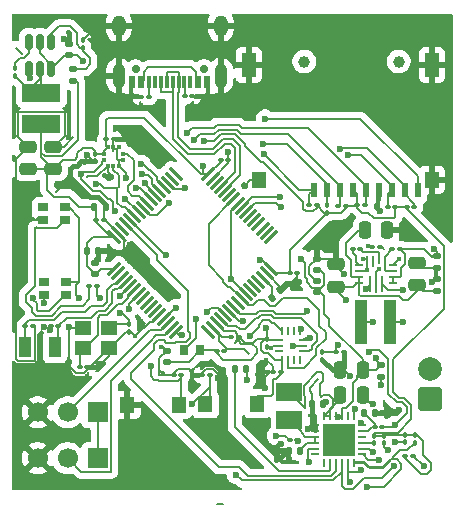
<source format=gbr>
%TF.GenerationSoftware,KiCad,Pcbnew,9.0.3*%
%TF.CreationDate,2025-11-29T09:23:08-06:00*%
%TF.ProjectId,zenith,7a656e69-7468-42e6-9b69-6361645f7063,rev?*%
%TF.SameCoordinates,Original*%
%TF.FileFunction,Copper,L1,Top*%
%TF.FilePolarity,Positive*%
%FSLAX46Y46*%
G04 Gerber Fmt 4.6, Leading zero omitted, Abs format (unit mm)*
G04 Created by KiCad (PCBNEW 9.0.3) date 2025-11-29 09:23:08*
%MOMM*%
%LPD*%
G01*
G04 APERTURE LIST*
G04 Aperture macros list*
%AMRoundRect*
0 Rectangle with rounded corners*
0 $1 Rounding radius*
0 $2 $3 $4 $5 $6 $7 $8 $9 X,Y pos of 4 corners*
0 Add a 4 corners polygon primitive as box body*
4,1,4,$2,$3,$4,$5,$6,$7,$8,$9,$2,$3,0*
0 Add four circle primitives for the rounded corners*
1,1,$1+$1,$2,$3*
1,1,$1+$1,$4,$5*
1,1,$1+$1,$6,$7*
1,1,$1+$1,$8,$9*
0 Add four rect primitives between the rounded corners*
20,1,$1+$1,$2,$3,$4,$5,0*
20,1,$1+$1,$4,$5,$6,$7,0*
20,1,$1+$1,$6,$7,$8,$9,0*
20,1,$1+$1,$8,$9,$2,$3,0*%
G04 Aperture macros list end*
%TA.AperFunction,SMDPad,CuDef*%
%ADD10RoundRect,0.140000X-0.140000X-0.170000X0.140000X-0.170000X0.140000X0.170000X-0.140000X0.170000X0*%
%TD*%
%TA.AperFunction,SMDPad,CuDef*%
%ADD11RoundRect,0.100000X-0.130000X-0.100000X0.130000X-0.100000X0.130000X0.100000X-0.130000X0.100000X0*%
%TD*%
%TA.AperFunction,SMDPad,CuDef*%
%ADD12RoundRect,0.250000X0.250000X0.475000X-0.250000X0.475000X-0.250000X-0.475000X0.250000X-0.475000X0*%
%TD*%
%TA.AperFunction,SMDPad,CuDef*%
%ADD13RoundRect,0.140000X0.170000X-0.140000X0.170000X0.140000X-0.170000X0.140000X-0.170000X-0.140000X0*%
%TD*%
%TA.AperFunction,SMDPad,CuDef*%
%ADD14R,0.280000X0.680000*%
%TD*%
%TA.AperFunction,SMDPad,CuDef*%
%ADD15R,0.680000X0.280000*%
%TD*%
%TA.AperFunction,SMDPad,CuDef*%
%ADD16R,1.230000X1.360000*%
%TD*%
%TA.AperFunction,SMDPad,CuDef*%
%ADD17RoundRect,0.100000X-0.100000X0.130000X-0.100000X-0.130000X0.100000X-0.130000X0.100000X0.130000X0*%
%TD*%
%TA.AperFunction,SMDPad,CuDef*%
%ADD18RoundRect,0.135000X0.185000X-0.135000X0.185000X0.135000X-0.185000X0.135000X-0.185000X-0.135000X0*%
%TD*%
%TA.AperFunction,SMDPad,CuDef*%
%ADD19RoundRect,0.100000X0.130000X0.100000X-0.130000X0.100000X-0.130000X-0.100000X0.130000X-0.100000X0*%
%TD*%
%TA.AperFunction,SMDPad,CuDef*%
%ADD20R,0.900000X0.700000*%
%TD*%
%TA.AperFunction,SMDPad,CuDef*%
%ADD21R,2.160000X1.630000*%
%TD*%
%TA.AperFunction,SMDPad,CuDef*%
%ADD22RoundRect,0.250000X0.475000X-0.250000X0.475000X0.250000X-0.475000X0.250000X-0.475000X-0.250000X0*%
%TD*%
%TA.AperFunction,ComponentPad*%
%ADD23RoundRect,0.250000X0.750000X-0.750000X0.750000X0.750000X-0.750000X0.750000X-0.750000X-0.750000X0*%
%TD*%
%TA.AperFunction,ComponentPad*%
%ADD24C,2.000000*%
%TD*%
%TA.AperFunction,ComponentPad*%
%ADD25R,1.700000X1.700000*%
%TD*%
%TA.AperFunction,ComponentPad*%
%ADD26C,1.700000*%
%TD*%
%TA.AperFunction,SMDPad,CuDef*%
%ADD27RoundRect,0.100000X0.100000X-0.130000X0.100000X0.130000X-0.100000X0.130000X-0.100000X-0.130000X0*%
%TD*%
%TA.AperFunction,SMDPad,CuDef*%
%ADD28RoundRect,0.140000X0.140000X0.170000X-0.140000X0.170000X-0.140000X-0.170000X0.140000X-0.170000X0*%
%TD*%
%TA.AperFunction,SMDPad,CuDef*%
%ADD29R,1.400000X1.200000*%
%TD*%
%TA.AperFunction,SMDPad,CuDef*%
%ADD30RoundRect,0.140000X-0.170000X0.140000X-0.170000X-0.140000X0.170000X-0.140000X0.170000X0.140000X0*%
%TD*%
%TA.AperFunction,SMDPad,CuDef*%
%ADD31R,0.280000X0.700000*%
%TD*%
%TA.AperFunction,SMDPad,CuDef*%
%ADD32R,0.700000X0.280000*%
%TD*%
%TA.AperFunction,SMDPad,CuDef*%
%ADD33R,2.800000X2.800000*%
%TD*%
%TA.AperFunction,SMDPad,CuDef*%
%ADD34RoundRect,0.147500X0.147500X0.172500X-0.147500X0.172500X-0.147500X-0.172500X0.147500X-0.172500X0*%
%TD*%
%TA.AperFunction,ComponentPad*%
%ADD35C,1.000000*%
%TD*%
%TA.AperFunction,SMDPad,CuDef*%
%ADD36R,0.600000X1.300000*%
%TD*%
%TA.AperFunction,SMDPad,CuDef*%
%ADD37R,1.200000X1.400000*%
%TD*%
%TA.AperFunction,SMDPad,CuDef*%
%ADD38R,1.200000X2.000000*%
%TD*%
%TA.AperFunction,SMDPad,CuDef*%
%ADD39R,0.300000X0.300000*%
%TD*%
%TA.AperFunction,SMDPad,CuDef*%
%ADD40RoundRect,0.150000X0.150000X-0.512500X0.150000X0.512500X-0.150000X0.512500X-0.150000X-0.512500X0*%
%TD*%
%TA.AperFunction,SMDPad,CuDef*%
%ADD41R,0.250000X0.700000*%
%TD*%
%TA.AperFunction,SMDPad,CuDef*%
%ADD42R,0.700000X0.250000*%
%TD*%
%TA.AperFunction,SMDPad,CuDef*%
%ADD43R,0.250000X1.450000*%
%TD*%
%TA.AperFunction,SMDPad,CuDef*%
%ADD44R,0.250000X1.850000*%
%TD*%
%TA.AperFunction,SMDPad,CuDef*%
%ADD45R,1.000000X1.800000*%
%TD*%
%TA.AperFunction,SMDPad,CuDef*%
%ADD46R,0.800000X0.860000*%
%TD*%
%TA.AperFunction,SMDPad,CuDef*%
%ADD47RoundRect,0.250000X-0.250000X-0.475000X0.250000X-0.475000X0.250000X0.475000X-0.250000X0.475000X0*%
%TD*%
%TA.AperFunction,SMDPad,CuDef*%
%ADD48RoundRect,0.075000X-0.441942X-0.548008X0.548008X0.441942X0.441942X0.548008X-0.548008X-0.441942X0*%
%TD*%
%TA.AperFunction,SMDPad,CuDef*%
%ADD49RoundRect,0.075000X0.441942X-0.548008X0.548008X-0.441942X-0.441942X0.548008X-0.548008X0.441942X0*%
%TD*%
%TA.AperFunction,SMDPad,CuDef*%
%ADD50R,1.000000X3.800000*%
%TD*%
%TA.AperFunction,SMDPad,CuDef*%
%ADD51RoundRect,0.140000X0.021213X-0.219203X0.219203X-0.021213X-0.021213X0.219203X-0.219203X0.021213X0*%
%TD*%
%TA.AperFunction,SMDPad,CuDef*%
%ADD52R,3.320000X1.500000*%
%TD*%
%TA.AperFunction,ComponentPad*%
%ADD53C,0.700000*%
%TD*%
%TA.AperFunction,SMDPad,CuDef*%
%ADD54R,0.550000X1.100000*%
%TD*%
%TA.AperFunction,SMDPad,CuDef*%
%ADD55R,0.300000X1.100000*%
%TD*%
%TA.AperFunction,ComponentPad*%
%ADD56O,1.100000X2.000000*%
%TD*%
%TA.AperFunction,ComponentPad*%
%ADD57O,1.200000X1.800000*%
%TD*%
%TA.AperFunction,ViaPad*%
%ADD58C,0.600000*%
%TD*%
%TA.AperFunction,ViaPad*%
%ADD59C,0.400000*%
%TD*%
%TA.AperFunction,Conductor*%
%ADD60C,0.200000*%
%TD*%
%TA.AperFunction,Conductor*%
%ADD61C,0.400000*%
%TD*%
G04 APERTURE END LIST*
D10*
%TO.P,C26,1*%
%TO.N,+3.3V*%
X108870000Y-80580000D03*
%TO.P,C26,2*%
%TO.N,GND*%
X109830000Y-80580000D03*
%TD*%
D11*
%TO.P,R2,1*%
%TO.N,GND*%
X112835000Y-71265000D03*
%TO.P,R2,2*%
%TO.N,Net-(USB1-CC2)*%
X113475000Y-71265000D03*
%TD*%
%TO.P,R20,1*%
%TO.N,+3.3V*%
X135330000Y-80580000D03*
%TO.P,R20,2*%
%TO.N,/SD_DAT1*%
X135970000Y-80580000D03*
%TD*%
%TO.P,C30,1*%
%TO.N,+3.3V*%
X119580000Y-76640000D03*
%TO.P,C30,2*%
%TO.N,GND*%
X120220000Y-76640000D03*
%TD*%
D12*
%TO.P,C3,1*%
%TO.N,VSYS*%
X131580000Y-94420000D03*
%TO.P,C3,2*%
%TO.N,GND*%
X129680000Y-94420000D03*
%TD*%
D13*
%TO.P,C9,1*%
%TO.N,+5V*%
X137840000Y-87710000D03*
%TO.P,C9,2*%
%TO.N,GND*%
X137840000Y-86750000D03*
%TD*%
D14*
%TO.P,U4,1,AP_SDO/AP_AD0*%
%TO.N,/ICM_SD0*%
X126250000Y-91090000D03*
%TO.P,U4,2,RESV/AUX1_SDIO/AUX1_SDI/MAS_DA*%
%TO.N,unconnected-(U4-RESV{slash}AUX1_SDIO{slash}AUX1_SDI{slash}MAS_DA-Pad2)*%
X125750000Y-91090000D03*
%TO.P,U4,3,RESV/AUX1_SCLK/MAS_CLK*%
%TO.N,unconnected-(U4-RESV{slash}AUX1_SCLK{slash}MAS_CLK-Pad3)*%
X125250000Y-91090000D03*
%TO.P,U4,4,INT1/INT*%
%TO.N,/ICM_INT1*%
X124750000Y-91090000D03*
D15*
%TO.P,U4,5,VDDIO*%
%TO.N,+3.3V*%
X124490000Y-91850000D03*
%TO.P,U4,6,GND*%
%TO.N,GND*%
X124490000Y-92350000D03*
%TO.P,U4,7,RESV*%
%TO.N,unconnected-(U4-RESV-Pad7)*%
X124490000Y-92850000D03*
D14*
%TO.P,U4,8,VDD*%
%TO.N,+3.3V*%
X124750000Y-93610000D03*
%TO.P,U4,9,INT2/FSYNC/CLKIN*%
%TO.N,/ICM_INT2*%
X125250000Y-93610000D03*
%TO.P,U4,10,RESV/AUX1_CS*%
%TO.N,unconnected-(U4-RESV{slash}AUX1_CS-Pad10)*%
X125750000Y-93610000D03*
%TO.P,U4,11,RESV/AUX1_SDO*%
%TO.N,unconnected-(U4-RESV{slash}AUX1_SDO-Pad11)*%
X126250000Y-93610000D03*
D15*
%TO.P,U4,12,AP_CS*%
%TO.N,/ICM_CS*%
X126510000Y-92850000D03*
%TO.P,U4,13,AP_SCL/AP_SCLK*%
%TO.N,/ICM_SCK*%
X126510000Y-92350000D03*
%TO.P,U4,14,AP_SDA/AP_SDIO/AP_SDI*%
%TO.N,/ICM_SDI*%
X126510000Y-91850000D03*
%TD*%
D11*
%TO.P,C20,1*%
%TO.N,+3.3V*%
X109865000Y-74895000D03*
%TO.P,C20,2*%
%TO.N,GND*%
X110505000Y-74895000D03*
%TD*%
D16*
%TO.P,BOOT,1,1*%
%TO.N,+3.3V*%
X122640000Y-97320000D03*
%TO.P,BOOT,2,2*%
%TO.N,/BOOT*%
X118280000Y-97320000D03*
%TD*%
D17*
%TO.P,C15,1*%
%TO.N,Net-(U6-CB)*%
X102130000Y-68845000D03*
%TO.P,C15,2*%
%TO.N,Net-(U6-SW)*%
X102130000Y-69485000D03*
%TD*%
D18*
%TO.P,R14,1*%
%TO.N,+3.3V*%
X107030000Y-69955000D03*
%TO.P,R14,2*%
%TO.N,Net-(U6-FB)*%
X107030000Y-68935000D03*
%TD*%
D19*
%TO.P,R21,1*%
%TO.N,+3.3V*%
X134350000Y-80590000D03*
%TO.P,R21,2*%
%TO.N,/SD_DAT0*%
X133710000Y-80590000D03*
%TD*%
D20*
%TO.P,LED1,1,DO*%
%TO.N,Net-(LED1-DO)*%
X104550000Y-80650000D03*
%TO.P,LED1,2,GND*%
%TO.N,GND*%
X104550000Y-81750000D03*
%TO.P,LED1,3,DI*%
%TO.N,Net-(LED1-DI)*%
X106390000Y-81750000D03*
%TO.P,LED1,4,VDD*%
%TO.N,+5V*%
X106390000Y-80650000D03*
%TD*%
D11*
%TO.P,C32,1*%
%TO.N,+3.3V*%
X119220000Y-92820000D03*
%TO.P,C32,2*%
%TO.N,GND*%
X119860000Y-92820000D03*
%TD*%
D20*
%TO.P,LED2,1,DO*%
%TO.N,Net-(LED2-DO)*%
X104650000Y-86990000D03*
%TO.P,LED2,2,GND*%
%TO.N,GND*%
X104650000Y-88090000D03*
%TO.P,LED2,3,DI*%
%TO.N,Net-(LED1-DO)*%
X106490000Y-88090000D03*
%TO.P,LED2,4,VDD*%
%TO.N,+5V*%
X106490000Y-86990000D03*
%TD*%
D21*
%TO.P,L1,1,1*%
%TO.N,Net-(C2-Pad1)*%
X125380000Y-98610000D03*
%TO.P,L1,2,2*%
%TO.N,/BTST*%
X125380000Y-96270000D03*
%TD*%
D22*
%TO.P,C17,1*%
%TO.N,+3.3V*%
X103230000Y-77430000D03*
%TO.P,C17,2*%
%TO.N,GND*%
X103230000Y-75530000D03*
%TD*%
D11*
%TO.P,R12,1*%
%TO.N,Net-(U1-EN)*%
X134100000Y-84180000D03*
%TO.P,R12,2*%
%TO.N,VSYS*%
X134740000Y-84180000D03*
%TD*%
D23*
%TO.P,J1,1,Pin_1*%
%TO.N,+BAT*%
X137300000Y-96850000D03*
D24*
%TO.P,J1,2,Pin_2*%
%TO.N,BAT-*%
X137300000Y-94310000D03*
%TD*%
D25*
%TO.P,SERVO HEADERS,1,Pin_1*%
%TO.N,+5V*%
X109150000Y-101880000D03*
D26*
%TO.P,SERVO HEADERS,2,Pin_2*%
%TO.N,/SERVO2*%
X106610000Y-101880000D03*
%TO.P,SERVO HEADERS,3,Pin_3*%
%TO.N,GND*%
X104070000Y-101880000D03*
%TD*%
D13*
%TO.P,C16,1*%
%TO.N,VSYS*%
X106700000Y-67775000D03*
%TO.P,C16,2*%
%TO.N,GND*%
X106700000Y-66815000D03*
%TD*%
D22*
%TO.P,C13,1*%
%TO.N,+5V*%
X136210000Y-87240000D03*
%TO.P,C13,2*%
%TO.N,GND*%
X136210000Y-85340000D03*
%TD*%
D19*
%TO.P,C8,1*%
%TO.N,Net-(U1-Vaux)*%
X133040000Y-83970000D03*
%TO.P,C8,2*%
%TO.N,GND*%
X132400000Y-83970000D03*
%TD*%
D17*
%TO.P,R5,1*%
%TO.N,+3.3V*%
X135200000Y-99910000D03*
%TO.P,R5,2*%
%TO.N,/I2C_SCL*%
X135200000Y-100550000D03*
%TD*%
D27*
%TO.P,R15,1*%
%TO.N,Net-(U6-FB)*%
X107870000Y-67140000D03*
%TO.P,R15,2*%
%TO.N,GND*%
X107870000Y-66500000D03*
%TD*%
D17*
%TO.P,C19,1*%
%TO.N,+3.3V*%
X108945000Y-76115000D03*
%TO.P,C19,2*%
%TO.N,GND*%
X108945000Y-76755000D03*
%TD*%
D19*
%TO.P,R13,1*%
%TO.N,Net-(U1-PG)*%
X131380000Y-84180000D03*
%TO.P,R13,2*%
%TO.N,Net-(U1-FB)*%
X130740000Y-84180000D03*
%TD*%
D28*
%TO.P,C2,1*%
%TO.N,Net-(C2-Pad1)*%
X126290000Y-101280000D03*
%TO.P,C2,2*%
%TO.N,GND*%
X125330000Y-101280000D03*
%TD*%
D29*
%TO.P,X1,1,OSC1*%
%TO.N,/HSE_IN*%
X110140000Y-90890000D03*
%TO.P,X1,2,GND*%
%TO.N,GND*%
X107940000Y-90890000D03*
%TO.P,X1,3,OSC2*%
%TO.N,/HSE_OUT*%
X107940000Y-92590000D03*
%TO.P,X1,4,GND*%
%TO.N,GND*%
X110140000Y-92590000D03*
%TD*%
D30*
%TO.P,C7,1*%
%TO.N,VSYS*%
X137840000Y-84800000D03*
%TO.P,C7,2*%
%TO.N,GND*%
X137840000Y-85760000D03*
%TD*%
D31*
%TO.P,U3,1,D-*%
%TO.N,unconnected-(U3-D--Pad1)*%
X128320000Y-102320000D03*
%TO.P,U3,2,STAT*%
%TO.N,Net-(D1-A)*%
X128820000Y-102320000D03*
%TO.P,U3,3,~{CE}*%
%TO.N,/BQ_CE*%
X129320000Y-102320000D03*
%TO.P,U3,4,SDA*%
%TO.N,/I2C_SDA*%
X129820000Y-102320000D03*
%TO.P,U3,5,SCL*%
%TO.N,/I2C_SCL*%
X130320000Y-102320000D03*
%TO.P,U3,6,~{INT}*%
%TO.N,/BQ_INT*%
X130820000Y-102320000D03*
D32*
%TO.P,U3,7,TS*%
%TO.N,Net-(U3-TS)*%
X131570000Y-101570000D03*
%TO.P,U3,8,ILIM*%
%TO.N,Net-(U3-ILIM)*%
X131570000Y-101070000D03*
%TO.P,U3,9,~{PG}*%
%TO.N,/BQ_PG*%
X131570000Y-100570000D03*
%TO.P,U3,10,NC*%
%TO.N,unconnected-(U3-NC-Pad10)*%
X131570000Y-100070000D03*
%TO.P,U3,11,REGN*%
%TO.N,VREGN*%
X131570000Y-99570000D03*
%TO.P,U3,12,BTST*%
%TO.N,Net-(U3-BTST)*%
X131570000Y-99070000D03*
D31*
%TO.P,U3,13,BAT*%
%TO.N,+BAT*%
X130820000Y-98320000D03*
%TO.P,U3,14,BAT*%
%TO.N,unconnected-(U3-BAT-Pad14)*%
X130320000Y-98320000D03*
%TO.P,U3,15,SYS*%
%TO.N,VSYS*%
X129820000Y-98320000D03*
%TO.P,U3,16,SYS*%
X129320000Y-98320000D03*
%TO.P,U3,17,SW*%
%TO.N,/BTST*%
X128820000Y-98320000D03*
%TO.P,U3,18,SW*%
X128330000Y-98320000D03*
D32*
%TO.P,U3,19,GND*%
%TO.N,GND*%
X127570000Y-99070000D03*
%TO.P,U3,20,GND*%
X127570000Y-99570000D03*
%TO.P,U3,21,PMID*%
%TO.N,Net-(C2-Pad1)*%
X127570000Y-100070000D03*
%TO.P,U3,22,PMID*%
X127570000Y-100570000D03*
%TO.P,U3,23,VBUS*%
%TO.N,VSYS*%
X127570000Y-101070000D03*
%TO.P,U3,24,D+*%
%TO.N,unconnected-(U3-D+-Pad24)*%
X127570000Y-101570000D03*
D33*
%TO.P,U3,25,EP*%
%TO.N,unconnected-(U3-EP-Pad25)*%
X129580000Y-100320000D03*
%TD*%
D19*
%TO.P,R23,1*%
%TO.N,/LED_DIN*%
X109100000Y-87290000D03*
%TO.P,R23,2*%
%TO.N,Net-(LED1-DI)*%
X108460000Y-87290000D03*
%TD*%
D34*
%TO.P,D1,1,K*%
%TO.N,Net-(D1-K)*%
X121745000Y-94320000D03*
%TO.P,D1,2,A*%
%TO.N,Net-(D1-A)*%
X120775000Y-94320000D03*
%TD*%
D13*
%TO.P,C24,1*%
%TO.N,+3.3V*%
X115020000Y-93740000D03*
%TO.P,C24,2*%
%TO.N,GND*%
X115020000Y-92780000D03*
%TD*%
D11*
%TO.P,C37,1*%
%TO.N,GND*%
X115580000Y-94860000D03*
%TO.P,C37,2*%
%TO.N,/RESET*%
X116220000Y-94860000D03*
%TD*%
%TO.P,R16,1*%
%TO.N,+3.3V*%
X131140000Y-80482500D03*
%TO.P,R16,2*%
%TO.N,/SD_CLK*%
X131780000Y-80482500D03*
%TD*%
D19*
%TO.P,R19,1*%
%TO.N,+3.3V*%
X127710000Y-80482500D03*
%TO.P,R19,2*%
%TO.N,/SD_DAT2*%
X127070000Y-80482500D03*
%TD*%
D17*
%TO.P,C22,1*%
%TO.N,+3.3V*%
X123470000Y-91800000D03*
%TO.P,C22,2*%
%TO.N,GND*%
X123470000Y-92440000D03*
%TD*%
D11*
%TO.P,R10,1*%
%TO.N,Net-(U3-TS)*%
X129330000Y-92860000D03*
%TO.P,R10,2*%
%TO.N,GND*%
X129970000Y-92860000D03*
%TD*%
D35*
%TO.P,SD Card,*%
%TO.N,*%
X134640000Y-68310000D03*
X126640000Y-68310000D03*
D36*
%TO.P,SD Card,1,DAT2(RSV)*%
%TO.N,/SD_DAT2*%
X127450000Y-79160000D03*
%TO.P,SD Card,2,CDDAT3(CS)*%
%TO.N,/SD_DAT3*%
X128550000Y-79160000D03*
%TO.P,SD Card,3,CMD(DI)*%
%TO.N,/SD_CMD*%
X129650000Y-79160000D03*
%TO.P,SD Card,4,VDD*%
%TO.N,+3.3V*%
X130750000Y-79160000D03*
%TO.P,SD Card,5,CLK(SCLK)*%
%TO.N,/SD_CLK*%
X131850000Y-79160000D03*
%TO.P,SD Card,6,VSS*%
%TO.N,GND*%
X132950000Y-79160000D03*
%TO.P,SD Card,7,DAT0(D0)*%
%TO.N,/SD_DAT0*%
X134050000Y-79160000D03*
%TO.P,SD Card,8,DAT1(RSV)*%
%TO.N,/SD_DAT1*%
X135150000Y-79160000D03*
%TO.P,SD Card,9,CD*%
%TO.N,/SD_CD*%
X136250000Y-79160000D03*
D37*
%TO.P,SD Card,10,GND*%
%TO.N,GND*%
X137450000Y-78310000D03*
D38*
%TO.P,SD Card,11,GND*%
X137450000Y-68600000D03*
%TO.P,SD Card,12,GND*%
X121930000Y-68600000D03*
D37*
%TO.P,SD Card,13,GND*%
X122770000Y-78310000D03*
%TD*%
D11*
%TO.P,R11,1*%
%TO.N,VREGN*%
X132610000Y-99210000D03*
%TO.P,R11,2*%
%TO.N,Net-(U3-TS)*%
X133250000Y-99210000D03*
%TD*%
D39*
%TO.P,U2,1,VDDIO*%
%TO.N,+3.3V*%
X109710000Y-76100000D03*
%TO.P,U2,2,SCK*%
%TO.N,/I2C_SCL*%
X109710000Y-76600000D03*
%TO.P,U2,3,VSS*%
%TO.N,GND*%
X109990000Y-77130000D03*
%TO.P,U2,4,SDI*%
%TO.N,/I2C_SDA*%
X110490000Y-77130000D03*
%TO.P,U2,5,SDO*%
%TO.N,GND*%
X110990000Y-77130000D03*
%TO.P,U2,6,CSB*%
X111270000Y-76600000D03*
%TO.P,U2,7,INT*%
%TO.N,/BMP_INT*%
X111270000Y-76100000D03*
%TO.P,U2,8,VSS*%
%TO.N,GND*%
X110990000Y-75570000D03*
%TO.P,U2,9,VSS*%
X110490000Y-75570000D03*
%TO.P,U2,10,VDD*%
%TO.N,+3.3V*%
X109990000Y-75570000D03*
%TD*%
D12*
%TO.P,C5,1*%
%TO.N,Net-(U3-BTST)*%
X131580000Y-96570000D03*
%TO.P,C5,2*%
%TO.N,/BTST*%
X129680000Y-96570000D03*
%TD*%
D19*
%TO.P,C28,1*%
%TO.N,+3.3V*%
X121080000Y-91600000D03*
%TO.P,C28,2*%
%TO.N,GND*%
X120440000Y-91600000D03*
%TD*%
%TO.P,C36,1*%
%TO.N,/LSE_OUT*%
X105835000Y-90720000D03*
%TO.P,C36,2*%
%TO.N,GND*%
X105195000Y-90720000D03*
%TD*%
%TO.P,R22,1*%
%TO.N,/BOOT*%
X118640000Y-94860000D03*
%TO.P,R22,2*%
%TO.N,GND*%
X118000000Y-94860000D03*
%TD*%
D40*
%TO.P,U6,1,GND*%
%TO.N,GND*%
X103320000Y-68920000D03*
%TO.P,U6,2,SW*%
%TO.N,Net-(U6-SW)*%
X104270000Y-68920000D03*
%TO.P,U6,3,VIN*%
%TO.N,VSYS*%
X105220000Y-68920000D03*
%TO.P,U6,4,FB*%
%TO.N,Net-(U6-FB)*%
X105220000Y-66645000D03*
%TO.P,U6,5,EN*%
%TO.N,VSYS*%
X104270000Y-66645000D03*
%TO.P,U6,6,CB*%
%TO.N,Net-(U6-CB)*%
X103320000Y-66645000D03*
%TD*%
D17*
%TO.P,R4,1*%
%TO.N,+3.3V*%
X136000000Y-99930000D03*
%TO.P,R4,2*%
%TO.N,/BQ_INT*%
X136000000Y-100570000D03*
%TD*%
D41*
%TO.P,U1,1,PS/SYNC*%
%TO.N,Net-(U1-EN)*%
X133470000Y-85090000D03*
%TO.P,U1,2,PG*%
%TO.N,Net-(U1-PG)*%
X132970000Y-85090000D03*
%TO.P,U1,3,Vaux*%
%TO.N,Net-(U1-Vaux)*%
X132470000Y-85090000D03*
%TO.P,U1,4,GND*%
%TO.N,GND*%
X131970000Y-85090000D03*
D42*
%TO.P,U1,5,FB*%
%TO.N,Net-(U1-FB)*%
X131270000Y-85540000D03*
%TO.P,U1,6,FB2*%
%TO.N,GND*%
X131270000Y-86040000D03*
%TO.P,U1,7,Vout*%
%TO.N,+5V*%
X131270000Y-86540000D03*
%TO.P,U1,8,Vout*%
X131270000Y-87040000D03*
D43*
%TO.P,U1,9,L2*%
%TO.N,Net-(U1-L2)*%
X132220000Y-87130000D03*
D44*
%TO.P,U1,10,PGND*%
%TO.N,GND*%
X132720000Y-86930000D03*
D43*
%TO.P,U1,11,L1*%
%TO.N,Net-(U1-L1)*%
X133220000Y-87130000D03*
D42*
%TO.P,U1,12,Vin*%
%TO.N,VSYS*%
X134170000Y-87040000D03*
%TO.P,U1,13,Vin*%
X134170000Y-86540000D03*
%TO.P,U1,14,EN*%
%TO.N,Net-(U1-EN)*%
X134170000Y-86040000D03*
%TO.P,U1,15,Vsel*%
%TO.N,GND*%
X134170000Y-85540000D03*
%TD*%
D17*
%TO.P,R9,1*%
%TO.N,Net-(U3-TS)*%
X128170000Y-92890000D03*
%TO.P,R9,2*%
%TO.N,GND*%
X128170000Y-93530000D03*
%TD*%
D45*
%TO.P,X2,1,1*%
%TO.N,/LSE_IN*%
X103030000Y-92450000D03*
%TO.P,X2,2,2*%
%TO.N,/LSE_OUT*%
X105530000Y-92450000D03*
%TD*%
D46*
%TO.P,L4,1,1*%
%TO.N,Net-(U5-VDDA)*%
X116440000Y-92760000D03*
%TO.P,L4,2,2*%
%TO.N,+3.3V*%
X117840000Y-92760000D03*
%TD*%
D47*
%TO.P,C12,1*%
%TO.N,+5V*%
X131780000Y-82570000D03*
%TO.P,C12,2*%
%TO.N,GND*%
X133680000Y-82570000D03*
%TD*%
D11*
%TO.P,C35,1*%
%TO.N,/LSE_IN*%
X103025000Y-90710000D03*
%TO.P,C35,2*%
%TO.N,GND*%
X103665000Y-90710000D03*
%TD*%
D17*
%TO.P,C33,1*%
%TO.N,/HSE_IN*%
X111790000Y-90540000D03*
%TO.P,C33,2*%
%TO.N,GND*%
X111790000Y-91180000D03*
%TD*%
D11*
%TO.P,C34,1*%
%TO.N,/HSE_OUT*%
X107615000Y-94200000D03*
%TO.P,C34,2*%
%TO.N,GND*%
X108255000Y-94200000D03*
%TD*%
D16*
%TO.P,RESET,1,1*%
%TO.N,GND*%
X111670000Y-97360000D03*
%TO.P,RESET,2,2*%
%TO.N,/RESET*%
X116030000Y-97360000D03*
%TD*%
D11*
%TO.P,C29,1*%
%TO.N,+3.3V*%
X125400000Y-86170000D03*
%TO.P,C29,2*%
%TO.N,GND*%
X126040000Y-86170000D03*
%TD*%
D25*
%TO.P,J2,1,Pin_1*%
%TO.N,+5V*%
X109140000Y-98000000D03*
D26*
%TO.P,J2,2,Pin_2*%
%TO.N,/SERVO1*%
X106600000Y-98000000D03*
%TO.P,J2,3,Pin_3*%
%TO.N,GND*%
X104060000Y-98000000D03*
%TD*%
D19*
%TO.P,C21,1*%
%TO.N,+3.3V*%
X124640000Y-94590000D03*
%TO.P,C21,2*%
%TO.N,GND*%
X124000000Y-94590000D03*
%TD*%
D13*
%TO.P,C10,1*%
%TO.N,VSYS*%
X127690000Y-85990000D03*
%TO.P,C10,2*%
%TO.N,GND*%
X127690000Y-85030000D03*
%TD*%
D22*
%TO.P,C18,1*%
%TO.N,+3.3V*%
X105390000Y-77430000D03*
%TO.P,C18,2*%
%TO.N,GND*%
X105390000Y-75530000D03*
%TD*%
D48*
%TO.P,U5,1,VBAT*%
%TO.N,+3.3V*%
X110495519Y-85881181D03*
%TO.P,U5,2,PC13*%
%TO.N,unconnected-(U5-PC13-Pad2)*%
X110849072Y-86234734D03*
%TO.P,U5,3,PC14*%
%TO.N,/LSE_IN*%
X111202625Y-86588287D03*
%TO.P,U5,4,PC15*%
%TO.N,/LSE_OUT*%
X111556179Y-86941841D03*
%TO.P,U5,5,PH0*%
%TO.N,/HSE_IN*%
X111909732Y-87295394D03*
%TO.P,U5,6,PH1*%
%TO.N,/HSE_OUT*%
X112263286Y-87648948D03*
%TO.P,U5,7,NRST*%
%TO.N,/RESET*%
X112616839Y-88002501D03*
%TO.P,U5,8,PC0*%
%TO.N,unconnected-(U5-PC0-Pad8)*%
X112970392Y-88356054D03*
%TO.P,U5,9,PC1*%
%TO.N,unconnected-(U5-PC1-Pad9)*%
X113323946Y-88709608D03*
%TO.P,U5,10,PC2*%
%TO.N,unconnected-(U5-PC2-Pad10)*%
X113677499Y-89063161D03*
%TO.P,U5,11,PC3*%
%TO.N,unconnected-(U5-PC3-Pad11)*%
X114031052Y-89416714D03*
%TO.P,U5,12,VSSA*%
%TO.N,GND*%
X114384606Y-89770268D03*
%TO.P,U5,13,VDDA*%
%TO.N,Net-(U5-VDDA)*%
X114738159Y-90123821D03*
%TO.P,U5,14,PA0*%
%TO.N,/SERVO1*%
X115091713Y-90477375D03*
%TO.P,U5,15,PA1*%
%TO.N,/SERVO2*%
X115445266Y-90830928D03*
%TO.P,U5,16,PA2*%
%TO.N,/LED_DIN*%
X115798819Y-91184481D03*
D49*
%TO.P,U5,17,PA3*%
%TO.N,unconnected-(U5-PA3-Pad17)*%
X118521181Y-91184481D03*
%TO.P,U5,18,VSS*%
%TO.N,GND*%
X118874734Y-90830928D03*
%TO.P,U5,19,VDD*%
%TO.N,+3.3V*%
X119228287Y-90477375D03*
%TO.P,U5,20,PA4*%
%TO.N,/ICM_CS*%
X119581841Y-90123821D03*
%TO.P,U5,21,PA5*%
%TO.N,/ICM_SCK*%
X119935394Y-89770268D03*
%TO.P,U5,22,PA6*%
%TO.N,/ICM_SD0*%
X120288948Y-89416714D03*
%TO.P,U5,23,PA7*%
%TO.N,/ICM_SDI*%
X120642501Y-89063161D03*
%TO.P,U5,24,PC4*%
%TO.N,unconnected-(U5-PC4-Pad24)*%
X120996054Y-88709608D03*
%TO.P,U5,25,PB0*%
%TO.N,/ICM_INT2*%
X121349608Y-88356054D03*
%TO.P,U5,26,PB1*%
%TO.N,/ICM_INT1*%
X121703161Y-88002501D03*
%TO.P,U5,27,PB2*%
%TO.N,unconnected-(U5-PB2-Pad27)*%
X122056714Y-87648948D03*
%TO.P,U5,28,PB10*%
%TO.N,unconnected-(U5-PB10-Pad28)*%
X122410268Y-87295394D03*
%TO.P,U5,29,PB11*%
%TO.N,unconnected-(U5-PB11-Pad29)*%
X122763821Y-86941841D03*
%TO.P,U5,30,VCAP_1*%
%TO.N,Net-(U5-VCAP_1)*%
X123117375Y-86588287D03*
%TO.P,U5,31,VSS*%
%TO.N,GND*%
X123470928Y-86234734D03*
%TO.P,U5,32,VDD*%
%TO.N,+3.3V*%
X123824481Y-85881181D03*
D48*
%TO.P,U5,33,PB12*%
%TO.N,unconnected-(U5-PB12-Pad33)*%
X123824481Y-83158819D03*
%TO.P,U5,34,PB13*%
%TO.N,unconnected-(U5-PB13-Pad34)*%
X123470928Y-82805266D03*
%TO.P,U5,35,PB14*%
%TO.N,unconnected-(U5-PB14-Pad35)*%
X123117375Y-82451713D03*
%TO.P,U5,36,PB15*%
%TO.N,unconnected-(U5-PB15-Pad36)*%
X122763821Y-82098159D03*
%TO.P,U5,37,PC6*%
%TO.N,unconnected-(U5-PC6-Pad37)*%
X122410268Y-81744606D03*
%TO.P,U5,38,PC7*%
%TO.N,unconnected-(U5-PC7-Pad38)*%
X122056714Y-81391052D03*
%TO.P,U5,39,PC8*%
%TO.N,/SD_DAT0*%
X121703161Y-81037499D03*
%TO.P,U5,40,PC9*%
%TO.N,/SD_DAT1*%
X121349608Y-80683946D03*
%TO.P,U5,41,PA8*%
%TO.N,/ICM_INT1*%
X120996054Y-80330392D03*
%TO.P,U5,42,PA9*%
%TO.N,/ICM_INT2*%
X120642501Y-79976839D03*
%TO.P,U5,43,PA10*%
%TO.N,unconnected-(U5-PA10-Pad43)*%
X120288948Y-79623286D03*
%TO.P,U5,44,PA11*%
%TO.N,/USB_DN*%
X119935394Y-79269732D03*
%TO.P,U5,45,PA12*%
%TO.N,/USB_DP*%
X119581841Y-78916179D03*
%TO.P,U5,46,PA13*%
%TO.N,unconnected-(U5-PA13-Pad46)*%
X119228287Y-78562625D03*
%TO.P,U5,47,VSS*%
%TO.N,GND*%
X118874734Y-78209072D03*
%TO.P,U5,48,VDD*%
%TO.N,+3.3V*%
X118521181Y-77855519D03*
D49*
%TO.P,U5,49,PA14*%
%TO.N,unconnected-(U5-PA14-Pad49)*%
X115798819Y-77855519D03*
%TO.P,U5,50,PA15*%
%TO.N,unconnected-(U5-PA15-Pad50)*%
X115445266Y-78209072D03*
%TO.P,U5,51,PC10*%
%TO.N,/SD_DAT2*%
X115091713Y-78562625D03*
%TO.P,U5,52,PC11*%
%TO.N,/SD_DAT3*%
X114738159Y-78916179D03*
%TO.P,U5,53,PC12*%
%TO.N,/SD_CLK*%
X114384606Y-79269732D03*
%TO.P,U5,54,PD2*%
%TO.N,/SD_CMD*%
X114031052Y-79623286D03*
%TO.P,U5,55,PB3*%
%TO.N,/SD_CD*%
X113677499Y-79976839D03*
%TO.P,U5,56,PB4*%
%TO.N,/BMP_INT*%
X113323946Y-80330392D03*
%TO.P,U5,57,PB5*%
%TO.N,/BQ_INT*%
X112970392Y-80683946D03*
%TO.P,U5,58,PB6*%
%TO.N,/I2C_SCL*%
X112616839Y-81037499D03*
%TO.P,U5,59,PB7*%
%TO.N,/I2C_SDA*%
X112263286Y-81391052D03*
%TO.P,U5,60,BOOT0*%
%TO.N,/BOOT*%
X111909732Y-81744606D03*
%TO.P,U5,61,PB8*%
%TO.N,/BQ_CE*%
X111556179Y-82098159D03*
%TO.P,U5,62,PB9*%
%TO.N,unconnected-(U5-PB9-Pad62)*%
X111202625Y-82451713D03*
%TO.P,U5,63,VSS*%
%TO.N,GND*%
X110849072Y-82805266D03*
%TO.P,U5,64,VDD*%
%TO.N,+3.3V*%
X110495519Y-83158819D03*
%TD*%
D13*
%TO.P,C1,1*%
%TO.N,BAT-*%
X133150000Y-94970000D03*
%TO.P,C1,2*%
%TO.N,VSYS*%
X133150000Y-94010000D03*
%TD*%
D10*
%TO.P,C27,1*%
%TO.N,+3.3V*%
X108240000Y-84360000D03*
%TO.P,C27,2*%
%TO.N,GND*%
X109200000Y-84360000D03*
%TD*%
D11*
%TO.P,C31,1*%
%TO.N,+3.3V*%
X109030000Y-81720000D03*
%TO.P,C31,2*%
%TO.N,GND*%
X109670000Y-81720000D03*
%TD*%
D50*
%TO.P,L2,1,1*%
%TO.N,Net-(U1-L2)*%
X131480000Y-90390000D03*
%TO.P,L2,2,2*%
%TO.N,Net-(U1-L1)*%
X133880000Y-90390000D03*
%TD*%
D51*
%TO.P,C23,1*%
%TO.N,Net-(U5-VCAP_1)*%
X123930589Y-88319411D03*
%TO.P,C23,2*%
%TO.N,GND*%
X124609411Y-87640589D03*
%TD*%
D19*
%TO.P,R17,1*%
%TO.N,+3.3V*%
X130180000Y-80512500D03*
%TO.P,R17,2*%
%TO.N,/SD_CMD*%
X129540000Y-80512500D03*
%TD*%
D22*
%TO.P,C14,1*%
%TO.N,+5V*%
X129330000Y-87370000D03*
%TO.P,C14,2*%
%TO.N,GND*%
X129330000Y-85470000D03*
%TD*%
D27*
%TO.P,R8,1*%
%TO.N,/BQ_PG*%
X132570000Y-100620000D03*
%TO.P,R8,2*%
%TO.N,+3.3V*%
X132570000Y-99980000D03*
%TD*%
D28*
%TO.P,C4,1*%
%TO.N,+BAT*%
X128270000Y-97290000D03*
%TO.P,C4,2*%
%TO.N,GND*%
X127310000Y-97290000D03*
%TD*%
D19*
%TO.P,R3,1*%
%TO.N,Net-(D1-K)*%
X135850000Y-101700000D03*
%TO.P,R3,2*%
%TO.N,+3.3V*%
X135210000Y-101700000D03*
%TD*%
D27*
%TO.P,R18,1*%
%TO.N,+3.3V*%
X128570000Y-81112500D03*
%TO.P,R18,2*%
%TO.N,/SD_DAT3*%
X128570000Y-80472500D03*
%TD*%
D28*
%TO.P,C6,1*%
%TO.N,GND*%
X132660000Y-98070000D03*
%TO.P,C6,2*%
%TO.N,VREGN*%
X131700000Y-98070000D03*
%TD*%
D52*
%TO.P,L3,1,1*%
%TO.N,Net-(U6-SW)*%
X104390000Y-70940000D03*
%TO.P,L3,2,2*%
%TO.N,+3.3V*%
X104390000Y-73600000D03*
%TD*%
D17*
%TO.P,R6,1*%
%TO.N,+3.3V*%
X133380000Y-100000000D03*
%TO.P,R6,2*%
%TO.N,/I2C_SDA*%
X133380000Y-100640000D03*
%TD*%
D13*
%TO.P,C11,1*%
%TO.N,VSYS*%
X127680000Y-87820000D03*
%TO.P,C11,2*%
%TO.N,GND*%
X127680000Y-86860000D03*
%TD*%
D53*
%TO.P,USB1,*%
%TO.N,*%
X118140000Y-68960000D03*
X112360000Y-68960000D03*
D54*
%TO.P,USB1,1,GND*%
%TO.N,GND*%
X118450000Y-70040000D03*
%TO.P,USB1,2,VBUS*%
%TO.N,/VBUS*%
X117650000Y-70040000D03*
D55*
%TO.P,USB1,3,SBU2*%
%TO.N,unconnected-(USB1-SBU2-Pad3)*%
X117000000Y-70040000D03*
%TO.P,USB1,4,CC1*%
%TO.N,Net-(USB1-CC1)*%
X116500000Y-70040000D03*
%TO.P,USB1,5,DN2*%
%TO.N,/USB_DN*%
X116000000Y-70040000D03*
%TO.P,USB1,6,DP1*%
%TO.N,/USB_DP*%
X115500000Y-70040000D03*
%TO.P,USB1,7,DN1*%
%TO.N,/USB_DN*%
X115000000Y-70040000D03*
%TO.P,USB1,8,DP2*%
%TO.N,/USB_DP*%
X114500000Y-70040000D03*
%TO.P,USB1,9,SBU1*%
%TO.N,unconnected-(USB1-SBU1-Pad9)*%
X114000000Y-70040000D03*
%TO.P,USB1,10,CC2*%
%TO.N,Net-(USB1-CC2)*%
X113500000Y-70040000D03*
D54*
%TO.P,USB1,11,VBUS*%
%TO.N,/VBUS*%
X112850000Y-70040000D03*
%TO.P,USB1,12,GND*%
%TO.N,GND*%
X112050000Y-70040000D03*
D56*
%TO.P,USB1,13,SHELL*%
X119570000Y-69490000D03*
D57*
X119570000Y-65280000D03*
D56*
%TO.P,USB1,14,SHELL*%
X110930000Y-69490000D03*
D57*
X110930000Y-65280000D03*
%TD*%
D11*
%TO.P,R7,1*%
%TO.N,Net-(U3-ILIM)*%
X125400000Y-100350000D03*
%TO.P,R7,2*%
%TO.N,GND*%
X126040000Y-100350000D03*
%TD*%
D13*
%TO.P,C25,1*%
%TO.N,+3.3V*%
X108960000Y-86320000D03*
%TO.P,C25,2*%
%TO.N,GND*%
X108960000Y-85360000D03*
%TD*%
D19*
%TO.P,R1,1*%
%TO.N,GND*%
X117150000Y-71235000D03*
%TO.P,R1,2*%
%TO.N,Net-(USB1-CC1)*%
X116510000Y-71235000D03*
%TD*%
D58*
%TO.N,VSYS*%
X137610000Y-84180000D03*
X107870000Y-68270000D03*
X129530000Y-98419998D03*
X126341075Y-84989367D03*
X127016930Y-102166908D03*
X132720000Y-93400000D03*
%TO.N,BAT-*%
X133150000Y-95650000D03*
D59*
%TO.N,GND*%
X114510000Y-92430000D03*
D58*
X126138832Y-100405177D03*
D59*
X123429087Y-93538377D03*
D58*
X108245000Y-76247076D03*
X126230000Y-87000000D03*
D59*
X112330000Y-91560000D03*
X136210000Y-85340000D03*
D58*
X106730000Y-90750000D03*
X120170000Y-75920000D03*
X119362885Y-95053903D03*
D59*
X133009852Y-85840002D03*
D58*
X104650000Y-88769000D03*
X106330000Y-66420000D03*
X110241726Y-78080253D03*
X129969000Y-86270000D03*
X134670000Y-97800000D03*
X134960000Y-82440000D03*
X111560000Y-78170711D03*
X121590000Y-78800000D03*
X126991206Y-99447755D03*
D59*
X131921000Y-85966000D03*
D58*
X130490000Y-94890000D03*
X124682083Y-100719196D03*
D59*
X131590000Y-85014998D03*
D58*
X137435000Y-86971792D03*
X104650000Y-90809000D03*
X105148712Y-91049999D03*
D59*
X134684000Y-85010000D03*
X123795247Y-92525199D03*
D58*
X123349000Y-95950000D03*
X133034379Y-80944001D03*
D59*
X132008394Y-83901000D03*
D58*
X103420000Y-69689998D03*
%TO.N,+BAT*%
X128504375Y-97124385D03*
X130937259Y-97743141D03*
%TO.N,Net-(U3-BTST)*%
X132483467Y-97260518D03*
X131480002Y-98930000D03*
%TO.N,+5V*%
X130200000Y-88510000D03*
X107560000Y-88340000D03*
%TO.N,+3.3V*%
X118050000Y-77130000D03*
X118119692Y-75057877D03*
X122920000Y-85090000D03*
X123430000Y-90840000D03*
%TO.N,/HSE_IN*%
X111062260Y-88113857D03*
X111039374Y-89600475D03*
%TO.N,/RESET*%
X113630000Y-94060000D03*
X111770000Y-89240000D03*
%TO.N,/SD_DAT3*%
X123110000Y-75320000D03*
X112840000Y-76990000D03*
%TO.N,/SD_DAT0*%
X124678700Y-80645362D03*
X130350000Y-76250000D03*
%TO.N,/SD_DAT1*%
X124590000Y-79800000D03*
X129650000Y-75710000D03*
%TO.N,/SD_CLK*%
X112889000Y-77805303D03*
X116719620Y-74319000D03*
%TO.N,/SD_CD*%
X123340000Y-73160000D03*
X112419239Y-79012843D03*
%TO.N,/SD_DAT2*%
X116570000Y-79050000D03*
X123235215Y-76160729D03*
%TO.N,/SD_CMD*%
X117275067Y-74962415D03*
X113148218Y-78575700D03*
%TO.N,Net-(D1-K)*%
X136740000Y-102580000D03*
X121770000Y-95240000D03*
%TO.N,Net-(U1-L1)*%
X134986504Y-87615268D03*
X135000000Y-90370000D03*
%TO.N,Net-(U1-L2)*%
X132460000Y-90350000D03*
X131884997Y-87589000D03*
%TO.N,Net-(U5-VDDA)*%
X117450000Y-90060000D03*
X115805849Y-89170925D03*
%TO.N,/BQ_INT*%
X131970000Y-104320000D03*
X115173724Y-80276471D03*
%TO.N,/I2C_SCL*%
X110588878Y-80925835D03*
X130520000Y-103869000D03*
X107707342Y-77799740D03*
X131456811Y-102888333D03*
X134360000Y-100550000D03*
X111443132Y-79941610D03*
%TO.N,/I2C_SDA*%
X133749900Y-101207818D03*
X120900000Y-103290000D03*
X109006246Y-78640104D03*
X134236527Y-102587264D03*
%TO.N,Net-(U3-ILIM)*%
X132448541Y-101399878D03*
X124272614Y-99974320D03*
%TO.N,Net-(U3-TS)*%
X132090000Y-92890000D03*
X132985971Y-101999381D03*
X129488346Y-92266875D03*
X134290000Y-99090000D03*
%TO.N,/BOOT*%
X117145002Y-97320000D03*
X114936048Y-84696808D03*
%TO.N,/ICM_SDI*%
X126890000Y-89430000D03*
X127092602Y-91682603D03*
%TO.N,/ICM_SD0*%
X126398634Y-90963018D03*
X121429889Y-90285085D03*
%TO.N,/ICM_INT1*%
X122029944Y-91523508D03*
X120424131Y-86723471D03*
%TO.N,/ICM_SCK*%
X125660000Y-92350000D03*
X118405448Y-89498212D03*
%TO.N,Net-(LED1-DO)*%
X104550000Y-80650000D03*
X103699998Y-88360000D03*
%TO.N,/LED_DIN*%
X116252478Y-91429001D03*
X109320000Y-88350000D03*
%TD*%
D60*
%TO.N,*%
X102709000Y-67629000D02*
X102719586Y-67629000D01*
X102260000Y-67170000D02*
X102680000Y-67590000D01*
X102680000Y-67590000D02*
X102680000Y-67600000D01*
X102680000Y-67600000D02*
X102709000Y-67629000D01*
X119228287Y-105721000D02*
X119739001Y-105721000D01*
%TO.N,VSYS*%
X128291000Y-87186550D02*
X128036550Y-87441000D01*
X129270000Y-98320000D02*
X129820000Y-98320000D01*
X137460000Y-84840000D02*
X137500000Y-84800000D01*
X127323450Y-87441000D02*
X126880000Y-86997550D01*
X105220000Y-68565532D02*
X105220000Y-68920000D01*
X131580000Y-94420000D02*
X132740000Y-94420000D01*
X106700000Y-67775000D02*
X107375000Y-67775000D01*
X134170000Y-86540000D02*
X134170000Y-87040000D01*
X128291000Y-86281001D02*
X128291000Y-87186550D01*
X137840000Y-84800000D02*
X137840000Y-84410000D01*
X136800000Y-84180000D02*
X134740000Y-84180000D01*
X131580000Y-94420000D02*
X131580000Y-93492000D01*
X126678000Y-85326292D02*
X126341075Y-84989367D01*
X126919000Y-101129000D02*
X126919000Y-102068978D01*
X129879000Y-97669000D02*
X129820000Y-97728000D01*
X128739179Y-90651179D02*
X128739179Y-90082333D01*
X137460000Y-84840000D02*
X136800000Y-84180000D01*
X134747000Y-86540000D02*
X134170000Y-86540000D01*
X106365000Y-67775000D02*
X105220000Y-68920000D01*
X137840000Y-84410000D02*
X137610000Y-84180000D01*
X128304000Y-87196000D02*
X127680000Y-87820000D01*
X106700000Y-67775000D02*
X106365000Y-67775000D01*
X128036550Y-87441000D02*
X127323450Y-87441000D01*
X126919000Y-102068978D02*
X127016930Y-102166908D01*
X135184000Y-84624000D02*
X135184000Y-85431685D01*
X126880000Y-86730761D02*
X126678000Y-86528761D01*
X132720000Y-93580000D02*
X133150000Y-94010000D01*
X127690000Y-85990000D02*
X127999999Y-85990000D01*
X126678000Y-86528761D02*
X126678000Y-85326292D01*
X129320000Y-98320000D02*
X129270000Y-98320000D01*
X129270000Y-98320000D02*
X129260000Y-98330000D01*
X126978000Y-101070000D02*
X126919000Y-101129000D01*
X104270000Y-67615532D02*
X105220000Y-68565532D01*
X127999999Y-85990000D02*
X128291000Y-86281001D01*
X128330000Y-88160001D02*
X127989999Y-87820000D01*
X134821000Y-86466000D02*
X134747000Y-86540000D01*
X129320000Y-98320000D02*
X129430002Y-98320000D01*
X128739179Y-90082333D02*
X128330000Y-89673154D01*
X127570000Y-101070000D02*
X126978000Y-101070000D01*
X127690000Y-85990000D02*
X127999999Y-85990000D01*
X128330000Y-89673154D02*
X128330000Y-88160001D01*
X132720000Y-93400000D02*
X132720000Y-93580000D01*
X127989999Y-87820000D02*
X127680000Y-87820000D01*
X131140000Y-94860000D02*
X131140000Y-95159239D01*
X134740000Y-84180000D02*
X135184000Y-84624000D01*
X129430002Y-98320000D02*
X129530000Y-98419998D01*
X131580000Y-94420000D02*
X131140000Y-94860000D01*
X134821000Y-85794685D02*
X134821000Y-86466000D01*
X131140000Y-95159239D02*
X130779000Y-95520239D01*
X129820000Y-97728000D02*
X129820000Y-98320000D01*
X104270000Y-66645000D02*
X104270000Y-67615532D01*
X126880000Y-86997550D02*
X126880000Y-86730761D01*
X127999999Y-85990000D02*
X128304000Y-86294001D01*
X135184000Y-85431685D02*
X134821000Y-85794685D01*
X130779000Y-95520239D02*
X130779000Y-97052338D01*
X128304000Y-86294001D02*
X128304000Y-87196000D01*
X107375000Y-67775000D02*
X107870000Y-68270000D01*
X130162338Y-97669000D02*
X129879000Y-97669000D01*
X130779000Y-97052338D02*
X130162338Y-97669000D01*
X132740000Y-94420000D02*
X133150000Y-94010000D01*
X131580000Y-93492000D02*
X128739179Y-90651179D01*
X137500000Y-84800000D02*
X137840000Y-84800000D01*
%TO.N,BAT-*%
X133150000Y-95650000D02*
X133150000Y-94970000D01*
%TO.N,Net-(C2-Pad1)*%
X126290000Y-101280000D02*
X126290000Y-101183785D01*
X126903785Y-100570000D02*
X127570000Y-100570000D01*
X126430000Y-99777106D02*
X126430000Y-99660000D01*
X126290000Y-101183785D02*
X126903785Y-100570000D01*
X127570000Y-100070000D02*
X127570000Y-100570000D01*
X126430000Y-99660000D02*
X125380000Y-98610000D01*
X127570000Y-100070000D02*
X126722894Y-100070000D01*
X126722894Y-100070000D02*
X126430000Y-99777106D01*
%TO.N,GND*%
X110819000Y-75741000D02*
X110819000Y-76551000D01*
X130020000Y-94420000D02*
X130490000Y-94890000D01*
X114370000Y-93430000D02*
X114370000Y-94870000D01*
X110661000Y-75741000D02*
X110819000Y-75741000D01*
X112050000Y-70040000D02*
X112050000Y-70690000D01*
X106790000Y-90890000D02*
X106760000Y-90860000D01*
D61*
X127570000Y-99070000D02*
X127570000Y-99529000D01*
D60*
X110990000Y-76722000D02*
X110868000Y-76600000D01*
X120220000Y-76640000D02*
X120220000Y-75970000D01*
X109990000Y-77130000D02*
X109990000Y-77626376D01*
X111420996Y-84259004D02*
X111330000Y-84350000D01*
X107940000Y-90890000D02*
X106790000Y-90890000D01*
X127622450Y-86860000D02*
X127079000Y-86316550D01*
X127310000Y-96430000D02*
X127090000Y-96210000D01*
X109200000Y-84360000D02*
X109550000Y-84360000D01*
X114510000Y-92430000D02*
X114670000Y-92430000D01*
D61*
X124256479Y-102033521D02*
X124256479Y-100943271D01*
D60*
X108290000Y-78020000D02*
X108260000Y-78050000D01*
X114370000Y-94870000D02*
X114380000Y-94860000D01*
X132720000Y-86129854D02*
X133009852Y-85840002D01*
D61*
X109068381Y-79790104D02*
X108529901Y-79790104D01*
D60*
X120440000Y-91600000D02*
X119643806Y-91600000D01*
D61*
X124256479Y-100943271D02*
X124480554Y-100719196D01*
D60*
X134170000Y-85524000D02*
X134684000Y-85010000D01*
X137840000Y-85760000D02*
X136630000Y-85760000D01*
X102429000Y-74729000D02*
X102429000Y-72549000D01*
X124000000Y-94590000D02*
X124000000Y-94109290D01*
D61*
X129680000Y-94420000D02*
X129970000Y-94130000D01*
D60*
X102204000Y-93483000D02*
X102204000Y-76556000D01*
X127090000Y-96210000D02*
X127090000Y-95930000D01*
X124000000Y-94590000D02*
X123420000Y-94590000D01*
D61*
X127310000Y-99269000D02*
X127169961Y-99269000D01*
X132660000Y-98070000D02*
X134380000Y-98070000D01*
D60*
X116939000Y-94359000D02*
X117070000Y-94490000D01*
X124490000Y-92350000D02*
X124100000Y-92350000D01*
X129680000Y-94420000D02*
X130020000Y-94420000D01*
X114380000Y-94860000D02*
X115580000Y-94860000D01*
X126040000Y-86567727D02*
X126040000Y-86170000D01*
X119446658Y-91975244D02*
X120081414Y-92610000D01*
X109100000Y-78020000D02*
X108290000Y-78020000D01*
X115020000Y-92780000D02*
X114370000Y-93430000D01*
X124000000Y-94590000D02*
X123770001Y-94590000D01*
X110990000Y-77130000D02*
X111560000Y-77700000D01*
X105390000Y-75530000D02*
X106270000Y-75530000D01*
X103665000Y-90710000D02*
X103831000Y-90876000D01*
X110140000Y-92590000D02*
X108029000Y-94701000D01*
X127079000Y-86316550D02*
X127079000Y-85641000D01*
D61*
X109159075Y-79790105D02*
X109068383Y-79790106D01*
D60*
X124100000Y-92350000D02*
X124080000Y-92330000D01*
X122770000Y-78310000D02*
X122080000Y-78310000D01*
D61*
X127310000Y-99269000D02*
X127570000Y-99529000D01*
X129680000Y-94420000D02*
X129060000Y-94420000D01*
D60*
X137840000Y-85760000D02*
X137840000Y-86750000D01*
X123349000Y-95011001D02*
X123349000Y-95950000D01*
D61*
X127169961Y-99269000D02*
X126991206Y-99447755D01*
D60*
X129330000Y-85470000D02*
X129330000Y-85090000D01*
X103630000Y-81750000D02*
X103550000Y-81670000D01*
X110990000Y-77130000D02*
X110990000Y-76722000D01*
X131270000Y-86040000D02*
X131847000Y-86040000D01*
X118450000Y-70040000D02*
X118450000Y-70840000D01*
X121530000Y-92610000D02*
X122000000Y-93080000D01*
X119871414Y-92820000D02*
X120081414Y-92610000D01*
X110276193Y-77912569D02*
X110276193Y-78175502D01*
X118874734Y-90830928D02*
X119446658Y-91402852D01*
X137435000Y-86971792D02*
X137618208Y-86971792D01*
X114384606Y-89770268D02*
X113812683Y-90342191D01*
X123555199Y-92525199D02*
X123470000Y-92440000D01*
X118341130Y-94359000D02*
X118938870Y-94359000D01*
D61*
X109830000Y-80580000D02*
X109830000Y-80461030D01*
D60*
X131847000Y-86040000D02*
X131921000Y-85966000D01*
X131921000Y-85139000D02*
X131970000Y-85090000D01*
X110170000Y-92590000D02*
X111580000Y-91180000D01*
X110819000Y-76551000D02*
X110868000Y-76600000D01*
X120220000Y-76863806D02*
X118874734Y-78209072D01*
X115580000Y-94860000D02*
X115580000Y-94700130D01*
X133810000Y-82440000D02*
X133680000Y-82570000D01*
X118000000Y-94860000D02*
X118000000Y-94700130D01*
X110990000Y-75570000D02*
X110819000Y-75741000D01*
X136630000Y-85760000D02*
X136210000Y-85340000D01*
X111790000Y-91180000D02*
X111950000Y-91180000D01*
X109670000Y-81720000D02*
X109670000Y-80740000D01*
D61*
X124480554Y-100719196D02*
X124682083Y-100719196D01*
X109068383Y-79790106D02*
X109068381Y-79790104D01*
D60*
X124609411Y-87640589D02*
X124609411Y-87373217D01*
X105195000Y-90720000D02*
X105195000Y-91003711D01*
X103320000Y-69589998D02*
X103420000Y-69689998D01*
D61*
X127310000Y-97290000D02*
X127310000Y-99269000D01*
D60*
X124609411Y-87373217D02*
X123470928Y-86234734D01*
X106469899Y-78500101D02*
X105640000Y-79330000D01*
D61*
X106700000Y-65900000D02*
X106620000Y-65820000D01*
D60*
X113812683Y-90342191D02*
X113547809Y-90342191D01*
D61*
X107239899Y-78500101D02*
X106808291Y-78068494D01*
D60*
X123420000Y-94590000D02*
X123380000Y-94630000D01*
X105195000Y-91003711D02*
X105148712Y-91049999D01*
X103831000Y-93651000D02*
X102372000Y-93651000D01*
X109990000Y-77130000D02*
X109100000Y-78020000D01*
X127079000Y-85641000D02*
X127690000Y-85030000D01*
X106330000Y-66445000D02*
X106700000Y-66815000D01*
D61*
X126040000Y-100350000D02*
X126083655Y-100350000D01*
D60*
X111420996Y-83377190D02*
X111420996Y-84259004D01*
X120220000Y-75970000D02*
X120170000Y-75920000D01*
X109763806Y-81720000D02*
X110849072Y-82805266D01*
X131921000Y-85966000D02*
X131921000Y-85139000D01*
X126040000Y-86810000D02*
X126230000Y-87000000D01*
X132950000Y-79160000D02*
X132950000Y-80859622D01*
X137618208Y-86971792D02*
X137840000Y-86750000D01*
X110140000Y-92590000D02*
X110170000Y-92590000D01*
X109110000Y-85530000D02*
X109120000Y-85520000D01*
X108945000Y-76755000D02*
X108752924Y-76755000D01*
X131590000Y-85014998D02*
X131894998Y-85014998D01*
D61*
X126083655Y-100350000D02*
X126138832Y-100405177D01*
X106700000Y-66815000D02*
X106700000Y-65900000D01*
D60*
X110868000Y-76600000D02*
X111270000Y-76600000D01*
D61*
X134380000Y-98070000D02*
X134650000Y-97800000D01*
D60*
X110490000Y-74910000D02*
X110505000Y-74895000D01*
X123795247Y-92525199D02*
X123555199Y-92525199D01*
D61*
X129970000Y-94130000D02*
X129970000Y-92860000D01*
D60*
X102204000Y-76556000D02*
X103230000Y-75530000D01*
X107316130Y-94701000D02*
X106730000Y-94114870D01*
X129330000Y-85631000D02*
X129969000Y-86270000D01*
X120081414Y-92610000D02*
X120690000Y-92610000D01*
D61*
X107767792Y-76755000D02*
X108945000Y-76755000D01*
X129060000Y-94420000D02*
X128170000Y-93530000D01*
D60*
X109550000Y-84360000D02*
X109560000Y-84350000D01*
X124967138Y-87640589D02*
X126040000Y-86567727D01*
D61*
X106808291Y-78068494D02*
X106808291Y-77364502D01*
D60*
X107870000Y-66500000D02*
X108510000Y-65860000D01*
X129270000Y-85030000D02*
X127690000Y-85030000D01*
X132950000Y-80859622D02*
X133034379Y-80944001D01*
X127090000Y-95930000D02*
X127830000Y-95190000D01*
X107239899Y-78500101D02*
X106469899Y-78500101D01*
D61*
X106808291Y-77364502D02*
X107062793Y-77110000D01*
D60*
X102429000Y-72549000D02*
X106351000Y-72549000D01*
X126040000Y-86170000D02*
X126040000Y-86810000D01*
X134960000Y-82440000D02*
X133810000Y-82440000D01*
X123770001Y-94590000D02*
X123349000Y-95011001D01*
X106351000Y-72549000D02*
X106351000Y-74569000D01*
X110849072Y-82805266D02*
X110865266Y-82805266D01*
X102372000Y-93651000D02*
X102204000Y-93483000D01*
X110849072Y-82805266D02*
X111420996Y-83377190D01*
X129330000Y-85470000D02*
X129330000Y-85631000D01*
X103230000Y-75530000D02*
X102429000Y-74729000D01*
X110865266Y-82805266D02*
X111550000Y-83490000D01*
X106270000Y-75530000D02*
X107100000Y-74700000D01*
X104650000Y-88090000D02*
X104650000Y-88769000D01*
X118000000Y-94700130D02*
X118341130Y-94359000D01*
X106351000Y-74569000D02*
X105390000Y-75530000D01*
X127310000Y-97290000D02*
X127310000Y-96430000D01*
X118938870Y-94359000D02*
X119362885Y-94783015D01*
X104550000Y-81750000D02*
X103630000Y-81750000D01*
X111950000Y-91180000D02*
X112330000Y-91560000D01*
X120690000Y-92610000D02*
X121530000Y-92610000D01*
X110140000Y-93240000D02*
X109380000Y-94000000D01*
X124000000Y-94109290D02*
X123429087Y-93538377D01*
D61*
X107412792Y-77110000D02*
X107767792Y-76755000D01*
D60*
X122080000Y-78310000D02*
X121590000Y-78800000D01*
X110490000Y-75570000D02*
X110490000Y-74910000D01*
X119860000Y-92820000D02*
X119871414Y-92820000D01*
X109670000Y-81720000D02*
X109763806Y-81720000D01*
D61*
X125190000Y-101280000D02*
X124500000Y-101970000D01*
D60*
X104070000Y-98000000D02*
X104800000Y-97270000D01*
X106730000Y-94114870D02*
X106730000Y-90750000D01*
X108029000Y-94701000D02*
X107316130Y-94701000D01*
X118450000Y-70840000D02*
X118460000Y-70850000D01*
X119362885Y-94783015D02*
X119362885Y-95053903D01*
X119446658Y-91402852D02*
X119446658Y-91975244D01*
D61*
X109830000Y-80461030D02*
X109159075Y-79790105D01*
X107062793Y-77110000D02*
X107412792Y-77110000D01*
D60*
X115921130Y-94359000D02*
X116939000Y-94359000D01*
X110490000Y-75570000D02*
X110661000Y-75741000D01*
X115580000Y-94700130D02*
X115921130Y-94359000D01*
X129330000Y-85090000D02*
X129270000Y-85030000D01*
X119643806Y-91600000D02*
X118874734Y-90830928D01*
X124609411Y-87640589D02*
X124967138Y-87640589D01*
X127680000Y-86860000D02*
X127622450Y-86860000D01*
X109990000Y-77626376D02*
X110276193Y-77912569D01*
X104060000Y-98000000D02*
X104070000Y-98000000D01*
X108510000Y-65860000D02*
X108540000Y-65860000D01*
X134650000Y-97800000D02*
X134670000Y-97800000D01*
X111580000Y-91180000D02*
X111790000Y-91180000D01*
X110140000Y-92590000D02*
X110140000Y-93240000D01*
X132400000Y-83970000D02*
X132077394Y-83970000D01*
X132720000Y-86930000D02*
X132720000Y-86129854D01*
D61*
X125330000Y-101280000D02*
X125190000Y-101280000D01*
X108529901Y-79790104D02*
X107239899Y-78500101D01*
D60*
X131894998Y-85014998D02*
X131970000Y-85090000D01*
X114670000Y-92430000D02*
X115020000Y-92780000D01*
X120220000Y-76640000D02*
X120220000Y-76863806D01*
X110490000Y-75570000D02*
X110490000Y-75880000D01*
X103831000Y-90876000D02*
X103831000Y-93651000D01*
X108752924Y-76755000D02*
X108245000Y-76247076D01*
X109670000Y-80740000D02*
X109830000Y-80580000D01*
X103320000Y-68920000D02*
X103320000Y-69589998D01*
X106330000Y-66420000D02*
X106330000Y-66445000D01*
X113547809Y-90342191D02*
X112330000Y-91560000D01*
X132077394Y-83970000D02*
X132008394Y-83901000D01*
X134170000Y-85540000D02*
X134170000Y-85524000D01*
X111560000Y-77700000D02*
X111560000Y-78170711D01*
%TO.N,+BAT*%
X128270000Y-97290000D02*
X128338760Y-97290000D01*
X128338760Y-97290000D02*
X128504375Y-97124385D01*
X130846859Y-97743141D02*
X130937259Y-97743141D01*
X130820000Y-97770000D02*
X130846859Y-97743141D01*
X130820000Y-98320000D02*
X130820000Y-97770000D01*
%TO.N,Net-(U3-BTST)*%
X132483467Y-97260518D02*
X132270518Y-97260518D01*
X132270518Y-97260518D02*
X131580000Y-96570000D01*
X131570000Y-99070000D02*
X131570000Y-99019998D01*
X131570000Y-99019998D02*
X131480002Y-98930000D01*
%TO.N,/BTST*%
X128753318Y-96523385D02*
X129105375Y-96875442D01*
X128099817Y-96679000D02*
X128255432Y-96523385D01*
X126590000Y-95784314D02*
X127764314Y-94610000D01*
X128330000Y-98320000D02*
X128820000Y-98320000D01*
X128820000Y-97728000D02*
X129680000Y-96868000D01*
X126729000Y-97619000D02*
X126729000Y-96694686D01*
X128255432Y-96523385D02*
X128753318Y-96523385D01*
X129680000Y-96868000D02*
X129680000Y-96570000D01*
X127764314Y-94610000D02*
X128095686Y-94610000D01*
X127970000Y-96549183D02*
X128099817Y-96679000D01*
X128095686Y-94610000D02*
X128230000Y-94744314D01*
X127970000Y-95615686D02*
X127970000Y-96549183D01*
X128230000Y-94744314D02*
X128230000Y-95355686D01*
X125380000Y-96270000D02*
X126729000Y-97619000D01*
X128230000Y-95355686D02*
X127970000Y-95615686D01*
X128820000Y-98320000D02*
X128820000Y-97728000D01*
X129105375Y-96875442D02*
X129105375Y-97544625D01*
X129105375Y-97544625D02*
X128330000Y-98320000D01*
X126729000Y-96694686D02*
X126590000Y-96555686D01*
X126590000Y-96555686D02*
X126590000Y-95784314D01*
%TO.N,VREGN*%
X132610000Y-98980000D02*
X132610000Y-99210000D01*
X132610000Y-99210000D02*
X132380001Y-99210000D01*
X132380001Y-99210000D02*
X132020001Y-99570000D01*
X132020001Y-99570000D02*
X131570000Y-99570000D01*
X131700000Y-98070000D02*
X132610000Y-98980000D01*
%TO.N,Net-(U1-Vaux)*%
X133128371Y-83970000D02*
X133365632Y-84207261D01*
X133040000Y-83970000D02*
X133128371Y-83970000D01*
X132444615Y-85634347D02*
X132444615Y-85115385D01*
X132444615Y-85115385D02*
X132470000Y-85090000D01*
%TO.N,+5V*%
X130619000Y-85114000D02*
X130619000Y-86439000D01*
X130209000Y-83641000D02*
X130209000Y-84704000D01*
X131130000Y-87040000D02*
X130800000Y-87370000D01*
X135419761Y-88530239D02*
X136210000Y-87740000D01*
X107570000Y-86990000D02*
X106490000Y-86990000D01*
X129330000Y-87640000D02*
X130200000Y-88510000D01*
X136680000Y-87710000D02*
X137840000Y-87710000D01*
X131280000Y-82570000D02*
X130209000Y-83641000D01*
X131270000Y-87040000D02*
X131130000Y-87040000D01*
X107580000Y-81538000D02*
X107580000Y-86980000D01*
X131270000Y-87040000D02*
X131270000Y-88039239D01*
X106692000Y-80650000D02*
X107580000Y-81538000D01*
X130800000Y-87370000D02*
X129330000Y-87370000D01*
X130619000Y-86439000D02*
X130720000Y-86540000D01*
X131419761Y-88189000D02*
X134681000Y-88189000D01*
X109140000Y-98070000D02*
X109150000Y-98080000D01*
X136210000Y-87240000D02*
X136680000Y-87710000D01*
X106390000Y-80650000D02*
X106692000Y-80650000D01*
X135022239Y-88530239D02*
X135419761Y-88530239D01*
X107570000Y-86990000D02*
X107300000Y-87260000D01*
X129330000Y-87370000D02*
X129330000Y-87640000D01*
X131270000Y-88039239D02*
X131419761Y-88189000D01*
X130209000Y-84704000D02*
X130619000Y-85114000D01*
X134681000Y-88189000D02*
X135022239Y-88530239D01*
X107300000Y-88080000D02*
X107560000Y-88340000D01*
X136210000Y-87740000D02*
X136210000Y-87240000D01*
X109140000Y-98000000D02*
X109140000Y-98070000D01*
X107580000Y-86980000D02*
X107570000Y-86990000D01*
X109150000Y-98080000D02*
X109150000Y-101880000D01*
X131270000Y-86540000D02*
X131270000Y-87040000D01*
X107300000Y-87260000D02*
X107300000Y-88080000D01*
X131780000Y-82570000D02*
X131280000Y-82570000D01*
X130720000Y-86540000D02*
X131270000Y-86540000D01*
%TO.N,Net-(U6-CB)*%
X103320000Y-67595686D02*
X102885686Y-68030000D01*
X102161000Y-68466499D02*
X102161000Y-68814000D01*
X103320000Y-66645000D02*
X103320000Y-67595686D01*
X102885686Y-68030000D02*
X102597499Y-68030000D01*
X102597499Y-68030000D02*
X102161000Y-68466499D01*
%TO.N,Net-(U6-SW)*%
X102161000Y-69516000D02*
X102161000Y-69485000D01*
X102984998Y-70339998D02*
X102161000Y-69516000D01*
X104390000Y-69040000D02*
X104270000Y-68920000D01*
X104390000Y-70940000D02*
X104390000Y-69040000D01*
X103689239Y-70339998D02*
X102984998Y-70339998D01*
X104270000Y-68920000D02*
X104270000Y-69759237D01*
X104270000Y-69759237D02*
X103689239Y-70339998D01*
%TO.N,+3.3V*%
X117840000Y-92760000D02*
X116860000Y-93740000D01*
X131140000Y-79550000D02*
X130750000Y-79160000D01*
X122920000Y-85090000D02*
X123033300Y-85090000D01*
X110495519Y-83158819D02*
X110283388Y-83158819D01*
X124113300Y-86170000D02*
X123824481Y-85881181D01*
X122969000Y-92141130D02*
X122969000Y-92738870D01*
X129739870Y-81112500D02*
X130180000Y-80672370D01*
X136540001Y-103230000D02*
X137009239Y-103230000D01*
X120738870Y-91099000D02*
X120971000Y-91331130D01*
X123999000Y-95154000D02*
X124275999Y-95154000D01*
X119730001Y-93530000D02*
X122115686Y-93530000D01*
X110030000Y-73050000D02*
X113090000Y-73050000D01*
X125400000Y-86170000D02*
X125400000Y-84282500D01*
X132570000Y-99750001D02*
X132580001Y-99740000D01*
X104364000Y-73626000D02*
X104390000Y-73600000D01*
X121315686Y-92210000D02*
X121080000Y-91974314D01*
X109030000Y-81905431D02*
X109030000Y-81720000D01*
X107205686Y-76610000D02*
X107440000Y-76375686D01*
X130180000Y-80672370D02*
X130180000Y-80512500D01*
X120971000Y-91868870D02*
X120738870Y-92101000D01*
X104364000Y-76015160D02*
X104364000Y-73626000D01*
X110283388Y-83158819D02*
X109030000Y-81905431D01*
X126771130Y-80983500D02*
X126539000Y-80751370D01*
X135980000Y-99910000D02*
X136000000Y-99930000D01*
X123999000Y-96420239D02*
X123999000Y-95154000D01*
X134350000Y-80590000D02*
X134350000Y-81445685D01*
X108721181Y-83158819D02*
X108240000Y-83640000D01*
X109865000Y-73215000D02*
X110030000Y-73050000D01*
X123201130Y-92971000D02*
X123568818Y-92971000D01*
X127710000Y-80482500D02*
X127710000Y-80682499D01*
X127710000Y-80682499D02*
X127408999Y-80983500D01*
X110495519Y-83158819D02*
X108721181Y-83158819D01*
X135720000Y-97365075D02*
X135104924Y-96750000D01*
X119220000Y-93019999D02*
X119730001Y-93530000D01*
X107501000Y-74930160D02*
X106100160Y-76331000D01*
X118050000Y-77701038D02*
X117895519Y-77855519D01*
X104890062Y-77929938D02*
X105390000Y-77430000D01*
X135200000Y-99910000D02*
X133470000Y-99910000D01*
X122299183Y-92173508D02*
X122672691Y-91800000D01*
X109695000Y-76115000D02*
X109710000Y-76100000D01*
X122630000Y-93015686D02*
X122630000Y-92584314D01*
X119580000Y-76796700D02*
X118521181Y-77855519D01*
X120778999Y-92101000D02*
X121080000Y-91799999D01*
X134350000Y-81445685D02*
X134251685Y-81544000D01*
X126539000Y-80751370D02*
X126539000Y-80177000D01*
X132055315Y-81091000D02*
X131548501Y-81091000D01*
X130180000Y-80512500D02*
X131110000Y-80512500D01*
X132570000Y-99980000D02*
X132570000Y-99750001D01*
X134350000Y-80590000D02*
X135320000Y-80590000D01*
X121080000Y-91974314D02*
X121080000Y-91600000D01*
X126539000Y-80177000D02*
X123172729Y-76810729D01*
X122672691Y-91800000D02*
X123470000Y-91800000D01*
X131140000Y-80682499D02*
X131140000Y-80482500D01*
X117840000Y-92760000D02*
X119160000Y-92760000D01*
X109030000Y-80740000D02*
X108870000Y-80580000D01*
X107030000Y-69955000D02*
X107349999Y-69955000D01*
X123568818Y-92971000D02*
X124207818Y-93610000D01*
X134251685Y-81544000D02*
X132508315Y-81544000D01*
X132580001Y-99740000D02*
X134559239Y-99740000D01*
X137009239Y-103230000D02*
X137390000Y-102849239D01*
X118981513Y-75057877D02*
X118119692Y-75057877D01*
X123470000Y-91800000D02*
X123470000Y-90880000D01*
X108960000Y-86320000D02*
X108240000Y-85600000D01*
X122640000Y-97320000D02*
X122640000Y-96590000D01*
X124275999Y-95154000D02*
X124640000Y-94789999D01*
X125400000Y-86170000D02*
X124113300Y-86170000D01*
X135200000Y-99910000D02*
X135980000Y-99910000D01*
X119569391Y-74470000D02*
X118981513Y-75057877D01*
X108945000Y-76115000D02*
X109695000Y-76115000D01*
X131548501Y-81091000D02*
X131140000Y-80682499D01*
X105474314Y-79730000D02*
X104890062Y-79145748D01*
X134162000Y-93517350D02*
X138451000Y-89228350D01*
X121653508Y-92173508D02*
X122299183Y-92173508D01*
X132508315Y-81544000D02*
X132055315Y-81091000D01*
X119160000Y-92760000D02*
X119220000Y-92820000D01*
X106724314Y-79730000D02*
X105474314Y-79730000D01*
X125400000Y-84282500D02*
X128570000Y-81112500D01*
X120971000Y-91331130D02*
X120971000Y-91868870D01*
X109990000Y-75570000D02*
X109865000Y-75445000D01*
X123260130Y-91850000D02*
X122969000Y-92141130D01*
X135210000Y-101700000D02*
X135210000Y-101899999D01*
X109865000Y-75445000D02*
X109865000Y-74895000D01*
X123033300Y-85090000D02*
X123824481Y-85881181D01*
X109030000Y-81720000D02*
X109030000Y-80740000D01*
X122640000Y-96590000D02*
X123829239Y-96590000D01*
X138451000Y-89228350D02*
X138451000Y-83900999D01*
X120738870Y-92101000D02*
X120778999Y-92101000D01*
X127408999Y-80983500D02*
X126771130Y-80983500D01*
X124490000Y-91850000D02*
X123520000Y-91850000D01*
X124750000Y-93610000D02*
X124750000Y-94480000D01*
X123520000Y-91850000D02*
X123470000Y-91800000D01*
X123172729Y-76810729D02*
X122965976Y-76810729D01*
X104364000Y-73626000D02*
X104390000Y-73600000D01*
X134559239Y-99740000D02*
X135720000Y-98579239D01*
X128570000Y-81112500D02*
X128340000Y-81112500D01*
X117895519Y-77855519D02*
X118521181Y-77855519D01*
X110495519Y-85881181D02*
X109398819Y-85881181D01*
X135104924Y-96750000D02*
X134642792Y-96750000D01*
X122630000Y-92584314D02*
X122255685Y-92210000D01*
X128570000Y-81112500D02*
X129739870Y-81112500D01*
X107440000Y-76375686D02*
X107440000Y-76025686D01*
X104364000Y-76404000D02*
X104364000Y-73626000D01*
X121080000Y-91600000D02*
X121653508Y-92173508D01*
X108657075Y-75597076D02*
X108945000Y-75885001D01*
X119228287Y-90477375D02*
X119849912Y-91099000D01*
X135210000Y-101899999D02*
X136540001Y-103230000D01*
X104890062Y-79145748D02*
X104890062Y-77929938D01*
X107440000Y-76025686D02*
X107868610Y-75597076D01*
X108240000Y-85600000D02*
X108240000Y-84360000D01*
X105390000Y-77430000D02*
X104364000Y-76404000D01*
X113090000Y-73050000D02*
X117895519Y-77855519D01*
X109710000Y-76100000D02*
X109710000Y-75850000D01*
X108945000Y-75885001D02*
X108945000Y-76115000D01*
X128340000Y-81112500D02*
X127710000Y-80482500D01*
X108240000Y-83640000D02*
X108240000Y-84360000D01*
X138451000Y-83900999D02*
X135330000Y-80779999D01*
X137390000Y-102284314D02*
X136690000Y-101584314D01*
X136690000Y-101584314D02*
X136690000Y-100460130D01*
X107349999Y-69955000D02*
X107501000Y-70106001D01*
X120770610Y-74470000D02*
X119569391Y-74470000D01*
X109865000Y-74895000D02*
X109865000Y-73215000D01*
X134642792Y-96750000D02*
X134162000Y-96269208D01*
X106100160Y-76331000D02*
X104679840Y-76331000D01*
X135330000Y-80779999D02*
X135330000Y-80580000D01*
X118050000Y-77130000D02*
X118050000Y-77701038D01*
X103230000Y-77430000D02*
X105390000Y-77430000D01*
X122965976Y-76810729D02*
X121620000Y-75464753D01*
X124640000Y-94789999D02*
X124640000Y-94590000D01*
X131110000Y-80512500D02*
X131140000Y-80482500D01*
X109710000Y-75850000D02*
X109990000Y-75570000D01*
X123829239Y-96590000D02*
X123999000Y-96420239D01*
X119849912Y-91099000D02*
X120738870Y-91099000D01*
X121620000Y-75464753D02*
X121620000Y-75319391D01*
X132570000Y-99980000D02*
X133360000Y-99980000D01*
X107868610Y-75597076D02*
X108657075Y-75597076D01*
X104679840Y-76331000D02*
X104364000Y-76015160D01*
X124207818Y-93610000D02*
X124750000Y-93610000D01*
X123470000Y-90880000D02*
X123430000Y-90840000D01*
X116860000Y-93740000D02*
X115020000Y-93740000D01*
X122969000Y-92738870D02*
X123201130Y-92971000D01*
X108870000Y-80580000D02*
X107574314Y-80580000D01*
X134162000Y-96269208D02*
X134162000Y-93517350D01*
X133360000Y-99980000D02*
X133380000Y-100000000D01*
X124750000Y-94480000D02*
X124640000Y-94590000D01*
X121080000Y-91799999D02*
X121080000Y-91600000D01*
X109398819Y-85881181D02*
X108960000Y-86320000D01*
X121620000Y-75319391D02*
X120770610Y-74470000D01*
X131140000Y-80482500D02*
X131140000Y-79550000D01*
X135320000Y-80590000D02*
X135330000Y-80580000D01*
X122115686Y-93530000D02*
X122630000Y-93015686D01*
X133470000Y-99910000D02*
X133380000Y-100000000D01*
X136690000Y-100460130D02*
X136159870Y-99930000D01*
X137390000Y-102849239D02*
X137390000Y-102284314D01*
X135720000Y-98579239D02*
X135720000Y-97365075D01*
X107574314Y-80580000D02*
X106724314Y-79730000D01*
X119220000Y-92820000D02*
X119220000Y-93019999D01*
X106210000Y-76610000D02*
X107205686Y-76610000D01*
X119580000Y-76640000D02*
X119580000Y-76796700D01*
X105390000Y-77430000D02*
X106210000Y-76610000D01*
X122255685Y-92210000D02*
X121315686Y-92210000D01*
X107501000Y-70106001D02*
X107501000Y-74930160D01*
X124490000Y-91850000D02*
X123260130Y-91850000D01*
%TO.N,Net-(U5-VCAP_1)*%
X123930589Y-87401501D02*
X123930589Y-88319411D01*
X123117375Y-86588287D02*
X123930589Y-87401501D01*
%TO.N,/HSE_IN*%
X110140000Y-90890000D02*
X110490000Y-90540000D01*
X111200475Y-89600475D02*
X111039374Y-89600475D01*
X111790000Y-90540000D02*
X111790000Y-90190000D01*
X111880723Y-87295394D02*
X111062260Y-88113857D01*
X111790000Y-90190000D02*
X111200475Y-89600475D01*
X111909732Y-87295394D02*
X111880723Y-87295394D01*
X110490000Y-90540000D02*
X111790000Y-90540000D01*
%TO.N,/HSE_OUT*%
X109139000Y-89989000D02*
X109328000Y-89800000D01*
X107615000Y-92915000D02*
X107615000Y-94200000D01*
X109139000Y-91491000D02*
X109139000Y-89989000D01*
X108040000Y-92590000D02*
X109139000Y-91491000D01*
X110910610Y-88810000D02*
X111242240Y-88810000D01*
X109328000Y-89800000D02*
X109920611Y-89799999D01*
X109920611Y-89799999D02*
X110910610Y-88810000D01*
X107940000Y-92590000D02*
X107615000Y-92915000D01*
X107940000Y-92590000D02*
X108040000Y-92590000D01*
X111691362Y-88360878D02*
X111691362Y-88220872D01*
X111242240Y-88810000D02*
X111691362Y-88360878D01*
X111691362Y-88220872D02*
X112263286Y-87648948D01*
%TO.N,/LSE_IN*%
X103025000Y-90710000D02*
X103025000Y-92445000D01*
X105421610Y-90209000D02*
X103326001Y-90209000D01*
X103025000Y-90510001D02*
X103025000Y-90710000D01*
X111202625Y-86588287D02*
X110630701Y-87160211D01*
X103025000Y-90710000D02*
X103025000Y-90510001D01*
X109588825Y-88999000D02*
X108574661Y-88999000D01*
X106126949Y-89503661D02*
X105421610Y-90209000D01*
X110630701Y-87160211D02*
X110413450Y-87160211D01*
X103025000Y-92445000D02*
X103030000Y-92450000D01*
X110413450Y-87160211D02*
X109969000Y-87604661D01*
X103326001Y-90209000D02*
X103025000Y-90510001D01*
X109969000Y-87604661D02*
X109969000Y-88618824D01*
X109969000Y-88618824D02*
X109588825Y-88999000D01*
X108070000Y-89503661D02*
X106126949Y-89503661D01*
X108574661Y-88999000D02*
X108070000Y-89503661D01*
%TO.N,/LSE_OUT*%
X110984256Y-87513764D02*
X111556179Y-86941841D01*
X110579550Y-87561211D02*
X110796801Y-87561211D01*
X110370000Y-88784924D02*
X110370000Y-87770761D01*
X106566000Y-89989000D02*
X108573314Y-89989000D01*
X110796801Y-87561211D02*
X110844248Y-87513764D01*
X109754925Y-89400000D02*
X110370000Y-88784924D01*
X105530000Y-92450000D02*
X105835000Y-92145000D01*
X110370000Y-87770761D02*
X110579550Y-87561211D01*
X109162314Y-89400000D02*
X109754925Y-89400000D01*
X110844248Y-87513764D02*
X110984256Y-87513764D01*
X108573314Y-89989000D02*
X109162314Y-89400000D01*
X105835000Y-90720000D02*
X106566000Y-89989000D01*
X105835000Y-92145000D02*
X105835000Y-90720000D01*
%TO.N,/RESET*%
X114355315Y-95361000D02*
X114264315Y-95270000D01*
X116220000Y-95059999D02*
X115918999Y-95361000D01*
X116030000Y-97360000D02*
X116220000Y-97170000D01*
X114264315Y-95270000D02*
X114204315Y-95270000D01*
X115918999Y-95361000D02*
X114355315Y-95361000D01*
X113630000Y-94945686D02*
X113630000Y-94060000D01*
X111770000Y-89240000D02*
X111770000Y-88849340D01*
X114174315Y-95240000D02*
X113924314Y-95240000D01*
X113924314Y-95240000D02*
X113630000Y-94945686D01*
X111770000Y-88849340D02*
X112616839Y-88002501D01*
X116220000Y-97170000D02*
X116220000Y-94860000D01*
X116220000Y-94860000D02*
X116220000Y-95059999D01*
X114204315Y-95270000D02*
X114174315Y-95240000D01*
%TO.N,/SD_DAT3*%
X113583142Y-77525700D02*
X113483799Y-77525700D01*
X128550000Y-78708000D02*
X128550000Y-79160000D01*
X113483799Y-77525700D02*
X112948099Y-76990000D01*
X125162000Y-75320000D02*
X128550000Y-78708000D01*
X123110000Y-75320000D02*
X125162000Y-75320000D01*
X114166236Y-78344256D02*
X114166236Y-78108793D01*
X114738159Y-78916179D02*
X114166236Y-78344256D01*
X112948099Y-76990000D02*
X112840000Y-76990000D01*
X114166236Y-78108793D02*
X113583142Y-77525700D01*
X128550000Y-80452500D02*
X128570000Y-80472500D01*
X128550000Y-79160000D02*
X128550000Y-80452500D01*
%TO.N,/SD_DAT0*%
X122460660Y-80280000D02*
X124230761Y-80280000D01*
X124230761Y-80280000D02*
X124596123Y-80645362D01*
X131460000Y-76250000D02*
X130350000Y-76250000D01*
X134050000Y-78840000D02*
X131460000Y-76250000D01*
X133710000Y-80590000D02*
X133710000Y-79500000D01*
X124596123Y-80645362D02*
X124678700Y-80645362D01*
X134050000Y-79160000D02*
X134050000Y-78840000D01*
X133710000Y-79500000D02*
X134050000Y-79160000D01*
X121703161Y-81037499D02*
X122460660Y-80280000D01*
%TO.N,/SD_DAT1*%
X129711000Y-75649000D02*
X129650000Y-75710000D01*
X124590000Y-79800000D02*
X122233554Y-79800000D01*
X135150000Y-79160000D02*
X135150000Y-78860000D01*
X135150000Y-78860000D02*
X131939000Y-75649000D01*
X135970000Y-80580000D02*
X135970000Y-80330000D01*
X135150000Y-79510000D02*
X135150000Y-79160000D01*
X122233554Y-79800000D02*
X121349608Y-80683946D01*
X131939000Y-75649000D02*
X129711000Y-75649000D01*
X135970000Y-80330000D02*
X135150000Y-79510000D01*
%TO.N,/SD_CLK*%
X113766236Y-78274479D02*
X113417457Y-77925700D01*
X131850000Y-79160000D02*
X131850000Y-78810000D01*
X117108620Y-73930000D02*
X116719620Y-74319000D01*
X126970000Y-73930000D02*
X121361980Y-73930000D01*
X114384606Y-79269732D02*
X113766236Y-78651362D01*
X119238020Y-73670000D02*
X118978020Y-73930000D01*
X113417457Y-77925700D02*
X113009397Y-77925700D01*
X118978020Y-73930000D02*
X117108620Y-73930000D01*
X131850000Y-78810000D02*
X126970000Y-73930000D01*
X121361980Y-73930000D02*
X121101980Y-73670000D01*
X121101980Y-73670000D02*
X119238020Y-73670000D01*
X113766236Y-78651362D02*
X113766236Y-78274479D01*
X113009397Y-77925700D02*
X112889000Y-77805303D01*
X131850000Y-80412500D02*
X131780000Y-80482500D01*
X131850000Y-79160000D02*
X131850000Y-80412500D01*
%TO.N,/SD_CD*%
X123340000Y-73160000D02*
X131400000Y-73160000D01*
X131400000Y-73160000D02*
X136250000Y-78010000D01*
X112713503Y-79012843D02*
X112419239Y-79012843D01*
X136250000Y-78010000D02*
X136250000Y-79160000D01*
X113677499Y-79976839D02*
X112713503Y-79012843D01*
%TO.N,/SD_DAT2*%
X115091713Y-78562625D02*
X115663637Y-79134549D01*
X127450000Y-79160000D02*
X126234486Y-79160000D01*
X116485451Y-79134549D02*
X116570000Y-79050000D01*
X127450000Y-79160000D02*
X127070000Y-79540000D01*
X127070000Y-79540000D02*
X127070000Y-80482500D01*
X126234486Y-79160000D02*
X123235215Y-76160729D01*
X115663637Y-79134549D02*
X116485451Y-79134549D01*
%TO.N,/SD_CMD*%
X117788482Y-74449000D02*
X117275067Y-74962415D01*
X113148218Y-78675044D02*
X113148218Y-78575700D01*
X129650000Y-78810000D02*
X125289000Y-74449000D01*
X119403706Y-74070000D02*
X119024706Y-74449000D01*
X129650000Y-79160000D02*
X129650000Y-78810000D01*
X129650000Y-80402500D02*
X129540000Y-80512500D01*
X119024706Y-74449000D02*
X117788482Y-74449000D01*
X120936295Y-74070000D02*
X119403706Y-74070000D01*
X125289000Y-74449000D02*
X121315296Y-74449000D01*
X129650000Y-79160000D02*
X129650000Y-80402500D01*
X114031052Y-79557878D02*
X113148218Y-78675044D01*
X114031052Y-79623286D02*
X114031052Y-79557878D01*
X121315296Y-74449000D02*
X120936295Y-74070000D01*
%TO.N,Net-(D1-A)*%
X124486852Y-102971000D02*
X120775000Y-99259148D01*
X120775000Y-99259148D02*
X120775000Y-94320000D01*
X128761000Y-102971000D02*
X124486852Y-102971000D01*
X128820000Y-102912000D02*
X128761000Y-102971000D01*
X128820000Y-102320000D02*
X128820000Y-102912000D01*
%TO.N,Net-(D1-K)*%
X135860000Y-101700000D02*
X136740000Y-102580000D01*
X121770000Y-95240000D02*
X121770000Y-94345000D01*
X135850000Y-101700000D02*
X135860000Y-101700000D01*
X121770000Y-94345000D02*
X121745000Y-94320000D01*
%TO.N,/SERVO1*%
X106600000Y-98000000D02*
X113550702Y-91049298D01*
X114519790Y-91049298D02*
X115091713Y-90477375D01*
X113550702Y-91049298D02*
X114519790Y-91049298D01*
%TO.N,/SERVO2*%
X110301000Y-95337385D02*
X113560000Y-92078385D01*
X114818151Y-91458043D02*
X115445266Y-90830928D01*
X114180342Y-91458043D02*
X114818151Y-91458043D01*
X113560000Y-92036496D02*
X114116497Y-91480000D01*
X106610000Y-101880000D02*
X107761000Y-103031000D01*
X113560000Y-92078385D02*
X113560000Y-92036496D01*
X114158385Y-91480000D02*
X114180342Y-91458043D01*
X114116497Y-91480000D02*
X114158385Y-91480000D01*
X107761000Y-103031000D02*
X110301000Y-103031000D01*
X110301000Y-103031000D02*
X110301000Y-95337385D01*
%TO.N,Net-(U1-L1)*%
X133705268Y-87615268D02*
X134986504Y-87615268D01*
X133220000Y-87130000D02*
X133705268Y-87615268D01*
X135000000Y-90370000D02*
X133900000Y-90370000D01*
X133900000Y-90370000D02*
X133880000Y-90390000D01*
%TO.N,Net-(U1-L2)*%
X132460000Y-90350000D02*
X131520000Y-90350000D01*
X131520000Y-90350000D02*
X131480000Y-90390000D01*
X132220000Y-87253997D02*
X131884997Y-87589000D01*
X132220000Y-87130000D02*
X132220000Y-87253997D01*
%TO.N,Net-(U5-VDDA)*%
X115691055Y-89170925D02*
X115805849Y-89170925D01*
X116440000Y-92760000D02*
X117450000Y-91750000D01*
X117450000Y-91750000D02*
X117450000Y-90060000D01*
X114738159Y-90123821D02*
X115691055Y-89170925D01*
%TO.N,Net-(USB1-CC1)*%
X116510000Y-70050000D02*
X116500000Y-70040000D01*
X116510000Y-71235000D02*
X116510000Y-70050000D01*
%TO.N,Net-(USB1-CC2)*%
X113475000Y-71265000D02*
X113475000Y-70065000D01*
X113475000Y-70065000D02*
X113500000Y-70040000D01*
%TO.N,/BQ_INT*%
X130901667Y-102238333D02*
X130820000Y-102320000D01*
X130820000Y-102320000D02*
X130852667Y-102287333D01*
X133272621Y-102680896D02*
X132168613Y-102680896D01*
X131705754Y-102287333D02*
X132057811Y-102639390D01*
X134837527Y-102841473D02*
X133359000Y-104320000D01*
X113542315Y-81255869D02*
X114194326Y-81255869D01*
X114194326Y-81255869D02*
X115173724Y-80276471D01*
X132057811Y-102639390D02*
X133334458Y-102639390D01*
X130852667Y-102287333D02*
X131705754Y-102287333D01*
X134754647Y-101198870D02*
X133272621Y-102680896D01*
X133987584Y-101986264D02*
X134485470Y-101986264D01*
X136000000Y-100570000D02*
X135371130Y-101198870D01*
X133359000Y-104320000D02*
X131970000Y-104320000D01*
X133334458Y-102639390D02*
X133987584Y-101986264D01*
X131726050Y-102238333D02*
X130901667Y-102238333D01*
X134485470Y-101986264D02*
X134837527Y-102338321D01*
X135371130Y-101198870D02*
X134754647Y-101198870D01*
X132168613Y-102680896D02*
X131726050Y-102238333D01*
X134837527Y-102338321D02*
X134837527Y-102841473D01*
X112970392Y-80683946D02*
X113542315Y-81255869D01*
%TO.N,/I2C_SCL*%
X110157550Y-79970000D02*
X110047490Y-79970000D01*
X112616839Y-81037499D02*
X111504904Y-79925564D01*
X110411000Y-80223450D02*
X110157550Y-79970000D01*
X130320000Y-103669000D02*
X130520000Y-103869000D01*
X108737007Y-79290104D02*
X107707342Y-78260439D01*
X131295144Y-103050000D02*
X131456811Y-102888333D01*
X111459178Y-79925564D02*
X111443132Y-79941610D01*
X109539000Y-76771000D02*
X109539000Y-76960870D01*
X109367594Y-79290104D02*
X108737007Y-79290104D01*
X130320000Y-102320000D02*
X130320000Y-102912000D01*
X109539000Y-76960870D02*
X108879870Y-77620000D01*
X130320000Y-102912000D02*
X130458000Y-103050000D01*
X110411000Y-80747957D02*
X110411000Y-80223450D01*
X110047490Y-79970000D02*
X109367594Y-79290104D01*
X110588878Y-80925835D02*
X110411000Y-80747957D01*
X111504904Y-79925564D02*
X111459178Y-79925564D01*
X135200000Y-100550000D02*
X134360000Y-100550000D01*
X109710000Y-76600000D02*
X109539000Y-76771000D01*
X108879870Y-77620000D02*
X107887082Y-77620000D01*
X107887082Y-77620000D02*
X107707342Y-77799740D01*
X107707342Y-78260439D02*
X107707342Y-77799740D01*
X130320000Y-102320000D02*
X130320000Y-103669000D01*
X130458000Y-103050000D02*
X131295144Y-103050000D01*
%TO.N,/I2C_SDA*%
X133224791Y-103599000D02*
X134236527Y-102587264D01*
X111173893Y-80591610D02*
X110830000Y-80247717D01*
X110490000Y-77480000D02*
X110490000Y-77130000D01*
X130810239Y-104519000D02*
X131730239Y-103599000D01*
X129820000Y-102320000D02*
X129820000Y-103046200D01*
X133380000Y-100895824D02*
X133691994Y-101207818D01*
X110830000Y-79015686D02*
X109726791Y-79015686D01*
X110926193Y-77916193D02*
X110490000Y-77480000D01*
X110830000Y-79015686D02*
X110926193Y-78919493D01*
X129820000Y-102320000D02*
X129820000Y-104279239D01*
X109726791Y-79015686D02*
X109351209Y-78640104D01*
X110926193Y-78919493D02*
X110926193Y-77916193D01*
X121382000Y-103772000D02*
X120900000Y-103290000D01*
X129820000Y-103046200D02*
X129094200Y-103772000D01*
X111463844Y-80591610D02*
X111173893Y-80591610D01*
X129820000Y-104279239D02*
X130059761Y-104519000D01*
X133691994Y-101207818D02*
X133749900Y-101207818D01*
X112263286Y-81391052D02*
X111463844Y-80591610D01*
X130059761Y-104519000D02*
X130810239Y-104519000D01*
X131730239Y-103599000D02*
X133224791Y-103599000D01*
X109351209Y-78640104D02*
X109006246Y-78640104D01*
X129094200Y-103772000D02*
X121382000Y-103772000D01*
X133380000Y-100640000D02*
X133380000Y-100895824D01*
X110830000Y-80247717D02*
X110830000Y-79015686D01*
%TO.N,Net-(U3-ILIM)*%
X125400000Y-100350000D02*
X125024320Y-99974320D01*
X132118663Y-101070000D02*
X132448541Y-101399878D01*
X125024320Y-99974320D02*
X124272614Y-99974320D01*
X131570000Y-101070000D02*
X132118663Y-101070000D01*
%TO.N,/BQ_PG*%
X131620000Y-100620000D02*
X131570000Y-100570000D01*
X132570000Y-100620000D02*
X131620000Y-100620000D01*
%TO.N,Net-(U3-TS)*%
X129330000Y-92425221D02*
X129488346Y-92266875D01*
X134477106Y-97150000D02*
X133761000Y-96433894D01*
X133250000Y-99210000D02*
X134179239Y-99210000D01*
X135320000Y-98069239D02*
X135320000Y-97530761D01*
X133761000Y-96433894D02*
X133761000Y-93521761D01*
X135320000Y-97530761D02*
X134939239Y-97150000D01*
X128170000Y-92890000D02*
X129300000Y-92890000D01*
X132230000Y-92750000D02*
X132090000Y-92890000D01*
X134170000Y-99210000D02*
X134290000Y-99090000D01*
X132985971Y-101999381D02*
X132052784Y-101999381D01*
X129300000Y-92890000D02*
X129330000Y-92860000D01*
X131623403Y-101570000D02*
X131570000Y-101570000D01*
X132989239Y-92750000D02*
X132230000Y-92750000D01*
X133250000Y-99210000D02*
X134170000Y-99210000D01*
X133761000Y-93521761D02*
X132989239Y-92750000D01*
X134179239Y-99210000D02*
X135320000Y-98069239D01*
X134939239Y-97150000D02*
X134477106Y-97150000D01*
X129330000Y-92860000D02*
X129330000Y-92425221D01*
X132052784Y-101999381D02*
X131623403Y-101570000D01*
%TO.N,Net-(U1-EN)*%
X134170000Y-86040000D02*
X133593000Y-86040000D01*
X133470000Y-85640000D02*
X133470000Y-85090000D01*
X133519000Y-85689000D02*
X133470000Y-85640000D01*
X133470000Y-85090000D02*
X133470000Y-84810000D01*
X133470000Y-84810000D02*
X134100000Y-84180000D01*
X133519000Y-85966000D02*
X133519000Y-85689000D01*
X133593000Y-86040000D02*
X133519000Y-85966000D01*
%TO.N,Net-(U1-FB)*%
X130740000Y-84180000D02*
X130740000Y-84487180D01*
X130740000Y-84487180D02*
X131040000Y-84787180D01*
X131040000Y-85310000D02*
X131270000Y-85540000D01*
X131040000Y-84787180D02*
X131040000Y-85310000D01*
%TO.N,Net-(U1-PG)*%
X132970000Y-84513000D02*
X132858000Y-84401000D01*
X131601000Y-84401000D02*
X131380000Y-84180000D01*
X132970000Y-85090000D02*
X132970000Y-84513000D01*
X132858000Y-84401000D02*
X131601000Y-84401000D01*
%TO.N,Net-(U6-FB)*%
X107369000Y-65861893D02*
X107369000Y-66838999D01*
X107670001Y-67140000D02*
X107870000Y-67140000D01*
X105220000Y-66645000D02*
X105220000Y-65982501D01*
X108520000Y-68019999D02*
X107870000Y-67369999D01*
X105882501Y-65320000D02*
X106827106Y-65320000D01*
X105220000Y-65982501D02*
X105882501Y-65320000D01*
X108520000Y-68539239D02*
X108520000Y-68019999D01*
X107870000Y-67369999D02*
X107870000Y-67140000D01*
X106827106Y-65320000D02*
X107369000Y-65861893D01*
X107030000Y-68935000D02*
X108124239Y-68935000D01*
X107369000Y-66838999D02*
X107670001Y-67140000D01*
X108124239Y-68935000D02*
X108520000Y-68539239D01*
%TO.N,/BOOT*%
X118280000Y-97320000D02*
X118640000Y-96960000D01*
X118640000Y-96960000D02*
X118640000Y-94860000D01*
X118640000Y-95825002D02*
X117145002Y-97320000D01*
X114861934Y-84696808D02*
X114936048Y-84696808D01*
X118640000Y-94860000D02*
X118640000Y-95825002D01*
X111909732Y-81744606D02*
X114861934Y-84696808D01*
%TO.N,/BMP_INT*%
X112211370Y-76639370D02*
X112211370Y-77662131D01*
X111720000Y-78859239D02*
X111720000Y-79299239D01*
X112270000Y-77720761D02*
X112270000Y-78309239D01*
X111270000Y-76100000D02*
X111672000Y-76100000D01*
X112270000Y-78309239D02*
X111720000Y-78859239D01*
X112211370Y-77662131D02*
X112270000Y-77720761D01*
X111672000Y-76100000D02*
X112211370Y-76639370D01*
X111720000Y-79299239D02*
X112083604Y-79662843D01*
X112656397Y-79662843D02*
X113323946Y-80330392D01*
X112083604Y-79662843D02*
X112656397Y-79662843D01*
%TO.N,/BQ_CE*%
X119413000Y-102640000D02*
X111990000Y-95217000D01*
X115739000Y-92029000D02*
X116603900Y-92029000D01*
X116930000Y-91702900D02*
X116930000Y-91270761D01*
X113960000Y-92702784D02*
X113960000Y-92202182D01*
X111990000Y-95217000D02*
X111990000Y-94672784D01*
X121841239Y-103372000D02*
X121109239Y-102640000D01*
X114737818Y-91880000D02*
X114967776Y-92109958D01*
X129320000Y-102320000D02*
X129320000Y-102979100D01*
X116780000Y-91120761D02*
X116780000Y-87688479D01*
X116930000Y-91270761D02*
X116780000Y-91120761D01*
X114967776Y-92109958D02*
X115658042Y-92109958D01*
X115658042Y-92109958D02*
X115739000Y-92029000D01*
X114282182Y-91880000D02*
X114737818Y-91880000D01*
X114155380Y-85063859D02*
X114155380Y-84697360D01*
X113960000Y-92202182D02*
X114282182Y-91880000D01*
X116780000Y-87688479D02*
X114155380Y-85063859D01*
X111990000Y-94672784D02*
X113960000Y-92702784D01*
X116603900Y-92029000D02*
X116930000Y-91702900D01*
X128927100Y-103372000D02*
X121841239Y-103372000D01*
X129320000Y-102979100D02*
X128927100Y-103372000D01*
X121109239Y-102640000D02*
X119413000Y-102640000D01*
X114155380Y-84697360D02*
X111556179Y-82098159D01*
%TO.N,/ICM_SDI*%
X124275695Y-89635085D02*
X126684915Y-89635085D01*
X126684915Y-89635085D02*
X126890000Y-89430000D01*
X126677397Y-91682603D02*
X126510000Y-91850000D01*
X127092602Y-91682603D02*
X126677397Y-91682603D01*
X122584304Y-89635085D02*
X122829390Y-89390000D01*
X121214425Y-89635085D02*
X122584304Y-89635085D01*
X122829390Y-89390000D02*
X124030609Y-89390000D01*
X120642501Y-89063161D02*
X121214425Y-89635085D01*
X124030609Y-89390000D02*
X124275695Y-89635085D01*
%TO.N,/ICM_INT2*%
X120367025Y-87373471D02*
X121349608Y-88356054D01*
X125250000Y-94192000D02*
X125309000Y-94251000D01*
X126606870Y-94251000D02*
X127669000Y-93188870D01*
X118539340Y-82080000D02*
X118539340Y-85545786D01*
X126842775Y-88303536D02*
X124810550Y-88303536D01*
X120642501Y-79976839D02*
X118539340Y-82080000D01*
X127669000Y-92591130D02*
X128451000Y-91809130D01*
X122299380Y-88927978D02*
X121921532Y-88927978D01*
X118539340Y-85545786D02*
X119774131Y-86780577D01*
X128451000Y-91217265D02*
X127901130Y-90667395D01*
X123771878Y-88982358D02*
X123267642Y-88478122D01*
X123267642Y-88478122D02*
X122749236Y-88478122D01*
X119774131Y-86992710D02*
X120154892Y-87373471D01*
X127901130Y-90667395D02*
X127901130Y-89361891D01*
X125250000Y-93610000D02*
X125250000Y-94192000D01*
X125309000Y-94251000D02*
X126606870Y-94251000D01*
X127901130Y-89361891D02*
X126842775Y-88303536D01*
X122749236Y-88478122D02*
X122299380Y-88927978D01*
X127669000Y-93188870D02*
X127669000Y-92591130D01*
X119774131Y-86780577D02*
X119774131Y-86992710D01*
X128451000Y-91809130D02*
X128451000Y-91217265D01*
X124810550Y-88303536D02*
X124131728Y-88982358D01*
X121921532Y-88927978D02*
X121349608Y-88356054D01*
X124131728Y-88982358D02*
X123771878Y-88982358D01*
X120154892Y-87373471D02*
X120367025Y-87373471D01*
%TO.N,/ICM_SD0*%
X120288948Y-89416714D02*
X121157319Y-90285085D01*
X121157319Y-90285085D02*
X121429889Y-90285085D01*
X126250000Y-91090000D02*
X126271652Y-91090000D01*
X126271652Y-91090000D02*
X126398634Y-90963018D01*
%TO.N,/ICM_CS*%
X124110010Y-90035085D02*
X123864924Y-89790000D01*
X127735445Y-91959000D02*
X127735445Y-91406767D01*
X122599128Y-90035085D02*
X121654213Y-90980000D01*
X121654213Y-90980000D02*
X121185556Y-90980000D01*
X120904555Y-90699000D02*
X120157020Y-90699000D01*
X123864924Y-89790000D02*
X122995075Y-89790000D01*
X120157020Y-90699000D02*
X119581841Y-90123821D01*
X127269000Y-92425444D02*
X127735445Y-91959000D01*
X122749990Y-90035085D02*
X122599128Y-90035085D01*
X121185556Y-90980000D02*
X120904555Y-90699000D01*
X126363763Y-90035085D02*
X124110010Y-90035085D01*
X122995075Y-89790000D02*
X122749990Y-90035085D01*
X127735445Y-91406767D02*
X126363763Y-90035085D01*
X127050000Y-92850000D02*
X127269000Y-92631000D01*
X127269000Y-92631000D02*
X127269000Y-92425444D01*
X126510000Y-92850000D02*
X127050000Y-92850000D01*
%TO.N,/ICM_INT1*%
X123160761Y-90190000D02*
X122780000Y-90570761D01*
X122780000Y-90570761D02*
X122780000Y-90773452D01*
X124750000Y-91090000D02*
X124095085Y-90435085D01*
X122780000Y-90773452D02*
X122029944Y-91523508D01*
X120424131Y-80902315D02*
X120424131Y-86723471D01*
X124095085Y-90435085D02*
X123944324Y-90435085D01*
X120996054Y-80330392D02*
X120424131Y-80902315D01*
X123699239Y-90190000D02*
X123160761Y-90190000D01*
X123944324Y-90435085D02*
X123699239Y-90190000D01*
X120424131Y-86723471D02*
X121703161Y-88002501D01*
%TO.N,/ICM_SCK*%
X119363470Y-89198344D02*
X118705316Y-89198344D01*
X119935394Y-89770268D02*
X119363470Y-89198344D01*
X125660000Y-92350000D02*
X126510000Y-92350000D01*
X118705316Y-89198344D02*
X118405448Y-89498212D01*
%TO.N,/USB_DP*%
X115500000Y-70842000D02*
X115451000Y-70891000D01*
X120751000Y-77677722D02*
X119547192Y-78881530D01*
X120820000Y-75650761D02*
X120820000Y-76189239D01*
X119900761Y-75270000D02*
X120439239Y-75270000D01*
X116804662Y-76139000D02*
X119031761Y-76139000D01*
X120439239Y-75270000D02*
X120820000Y-75650761D01*
X120820000Y-76189239D02*
X120751000Y-76258239D01*
X115451000Y-70891000D02*
X114549000Y-70891000D01*
X114549000Y-70891000D02*
X114500000Y-70842000D01*
X115500000Y-70040000D02*
X115500000Y-70842000D01*
X119031761Y-76139000D02*
X119900761Y-75270000D01*
X115500000Y-70865001D02*
X115525000Y-70890001D01*
X115525000Y-74859338D02*
X116804662Y-76139000D01*
X114500000Y-70842000D02*
X114500000Y-70040000D01*
X115525000Y-70890001D02*
X115525000Y-74859338D01*
X120751000Y-76258239D02*
X120751000Y-77677722D01*
X115500000Y-70040000D02*
X115500000Y-70865001D01*
X119547192Y-78881530D02*
X119581841Y-78916179D01*
%TO.N,/USB_DN*%
X120604925Y-74870000D02*
X121220000Y-75485076D01*
X115000000Y-69238000D02*
X115049000Y-69189000D01*
X119735076Y-74870000D02*
X120604925Y-74870000D01*
X121220000Y-76354925D02*
X121200980Y-76373944D01*
X115979000Y-69189000D02*
X116000000Y-69210000D01*
X116991078Y-75689020D02*
X118916056Y-75689020D01*
X116000000Y-69210000D02*
X116000000Y-70040000D01*
X121200980Y-76373944D02*
X121200980Y-77934850D01*
X119935394Y-79200436D02*
X119935394Y-79269732D01*
X121200980Y-77934850D02*
X119935394Y-79200436D01*
X115049000Y-69189000D02*
X115979000Y-69189000D01*
X115000000Y-70040000D02*
X115000000Y-69238000D01*
X115975000Y-74672942D02*
X116991078Y-75689020D01*
X116000000Y-70865001D02*
X115975000Y-70890001D01*
X116000000Y-70040000D02*
X116000000Y-70865001D01*
X118916056Y-75689020D02*
X119735076Y-74870000D01*
X115975000Y-70890001D02*
X115975000Y-74672942D01*
X121220000Y-75485076D02*
X121220000Y-76354925D01*
%TO.N,Net-(LED1-DO)*%
X103699998Y-88465683D02*
X103699998Y-88360000D01*
X104069761Y-89409000D02*
X104000000Y-89339239D01*
X106490000Y-88090000D02*
X106390000Y-88090000D01*
X106390000Y-88090000D02*
X105071000Y-89409000D01*
X104000000Y-89339239D02*
X104000000Y-88765685D01*
X105071000Y-89409000D02*
X104069761Y-89409000D01*
X104000000Y-88765685D02*
X103699998Y-88465683D01*
%TO.N,/VBUS*%
X113049000Y-69841000D02*
X113049000Y-69189000D01*
X113049000Y-69189000D02*
X113450000Y-68788000D01*
X117050000Y-68788000D02*
X117451000Y-69189000D01*
X113450000Y-68788000D02*
X117050000Y-68788000D01*
X117451000Y-69841000D02*
X117650000Y-70040000D01*
X112850000Y-70040000D02*
X113049000Y-69841000D01*
X117451000Y-69189000D02*
X117451000Y-69841000D01*
%TO.N,Net-(LED1-DI)*%
X107920000Y-88980000D02*
X108460000Y-88440000D01*
X103600000Y-89504925D02*
X103904076Y-89809000D01*
X103904076Y-89809000D02*
X105255924Y-89809000D01*
X106390000Y-81750000D02*
X105710000Y-82430000D01*
X106084924Y-88980000D02*
X107920000Y-88980000D01*
X103600000Y-89179241D02*
X103600000Y-89504925D01*
X103980000Y-82430000D02*
X103890000Y-82340000D01*
X106390000Y-81750000D02*
X106290000Y-81750000D01*
X103840000Y-82390000D02*
X103840000Y-87300759D01*
X105710000Y-82430000D02*
X103980000Y-82430000D01*
X103890000Y-82340000D02*
X103840000Y-82390000D01*
X103049998Y-88090761D02*
X103049998Y-88629239D01*
X108460000Y-88440000D02*
X108460000Y-87290000D01*
X103049998Y-88629239D02*
X103600000Y-89179241D01*
X105255924Y-89809000D02*
X106084924Y-88980000D01*
X103840000Y-87300759D02*
X103049998Y-88090761D01*
%TO.N,/LED_DIN*%
X116252478Y-91429001D02*
X116043339Y-91429001D01*
X116043339Y-91429001D02*
X115798819Y-91184481D01*
X109100000Y-88130000D02*
X109320000Y-88350000D01*
X109100000Y-87290000D02*
X109100000Y-88130000D01*
%TD*%
%TA.AperFunction,Conductor*%
%TO.N,GND*%
G36*
X104439458Y-91049470D02*
G01*
X104439654Y-91049433D01*
X104471846Y-91062432D01*
X104504140Y-91075358D01*
X104504266Y-91075524D01*
X104504440Y-91075595D01*
X104528719Y-91101212D01*
X104580110Y-91173840D01*
X104590691Y-91204709D01*
X104602458Y-91235146D01*
X104601958Y-91237581D01*
X104602765Y-91239935D01*
X104591501Y-91288564D01*
X104589289Y-91299353D01*
X104589303Y-91299359D01*
X104589269Y-91299448D01*
X104588420Y-91303591D01*
X104587897Y-91304125D01*
X104587721Y-91304889D01*
X104586204Y-91307666D01*
X104535908Y-91442517D01*
X104529501Y-91502116D01*
X104529500Y-91502135D01*
X104529500Y-93397870D01*
X104529501Y-93397876D01*
X104535908Y-93457483D01*
X104586202Y-93592328D01*
X104586206Y-93592335D01*
X104672452Y-93707544D01*
X104672455Y-93707547D01*
X104787664Y-93793793D01*
X104787671Y-93793797D01*
X104922517Y-93844091D01*
X104922516Y-93844091D01*
X104929444Y-93844835D01*
X104982127Y-93850500D01*
X106077872Y-93850499D01*
X106137483Y-93844091D01*
X106272331Y-93793796D01*
X106387546Y-93707546D01*
X106473796Y-93592331D01*
X106524091Y-93457483D01*
X106530500Y-93397873D01*
X106530500Y-93397870D01*
X106530855Y-93394572D01*
X106532210Y-93394717D01*
X106553616Y-93333980D01*
X106608780Y-93291100D01*
X106678370Y-93284851D01*
X106740291Y-93317217D01*
X106770398Y-93363143D01*
X106796202Y-93432328D01*
X106796206Y-93432335D01*
X106882451Y-93547543D01*
X106882452Y-93547544D01*
X106882454Y-93547546D01*
X106953203Y-93600509D01*
X106995073Y-93656441D01*
X107000057Y-93726133D01*
X106977268Y-93775258D01*
X106973389Y-93780315D01*
X106960463Y-93797160D01*
X106899956Y-93943237D01*
X106899955Y-93943239D01*
X106884500Y-94060638D01*
X106884500Y-94339363D01*
X106899953Y-94456753D01*
X106899956Y-94456762D01*
X106957081Y-94594675D01*
X106960464Y-94602841D01*
X107056718Y-94728282D01*
X107182159Y-94824536D01*
X107328238Y-94885044D01*
X107445639Y-94900500D01*
X107784360Y-94900499D01*
X107784361Y-94900499D01*
X107818832Y-94895961D01*
X107901762Y-94885044D01*
X107901771Y-94885040D01*
X107903879Y-94884476D01*
X107906076Y-94884476D01*
X107909821Y-94883983D01*
X107909886Y-94884476D01*
X107960183Y-94884476D01*
X107960312Y-94883495D01*
X107967763Y-94884476D01*
X107968072Y-94884476D01*
X107968370Y-94884555D01*
X108055000Y-94895961D01*
X108055000Y-94880192D01*
X108063547Y-94851083D01*
X108069827Y-94821393D01*
X108073549Y-94817019D01*
X108074685Y-94813153D01*
X108090815Y-94793017D01*
X108096775Y-94786987D01*
X108173282Y-94728282D01*
X108237358Y-94644775D01*
X108242815Y-94639256D01*
X108266859Y-94625947D01*
X108289052Y-94609742D01*
X108296989Y-94609269D01*
X108303945Y-94605419D01*
X108331363Y-94607221D01*
X108358798Y-94605587D01*
X108365731Y-94609480D01*
X108373664Y-94610002D01*
X108395755Y-94626342D01*
X108419718Y-94639799D01*
X108423445Y-94646822D01*
X108429837Y-94651550D01*
X108439588Y-94677240D01*
X108452471Y-94701516D01*
X108453810Y-94714710D01*
X108454631Y-94716873D01*
X108454224Y-94718793D01*
X108455000Y-94726431D01*
X108455000Y-94895959D01*
X108455001Y-94895960D01*
X108549690Y-94883496D01*
X108549995Y-94885816D01*
X108607838Y-94887185D01*
X108665707Y-94926339D01*
X108693220Y-94990563D01*
X108681643Y-95059467D01*
X108657780Y-95092983D01*
X107084522Y-96666241D01*
X107023199Y-96699726D01*
X106958523Y-96696491D01*
X106916245Y-96682754D01*
X106776272Y-96660584D01*
X106706287Y-96649500D01*
X106493713Y-96649500D01*
X106445042Y-96657208D01*
X106283760Y-96682753D01*
X106081585Y-96748444D01*
X105892179Y-96844951D01*
X105720213Y-96969890D01*
X105569890Y-97120213D01*
X105444949Y-97292182D01*
X105440202Y-97301499D01*
X105392227Y-97352293D01*
X105324405Y-97369087D01*
X105258271Y-97346548D01*
X105219234Y-97301495D01*
X105214626Y-97292452D01*
X105175270Y-97238282D01*
X105175269Y-97238282D01*
X104542962Y-97870590D01*
X104525925Y-97807007D01*
X104460099Y-97692993D01*
X104367007Y-97599901D01*
X104252993Y-97534075D01*
X104189409Y-97517037D01*
X104821716Y-96884728D01*
X104767550Y-96845375D01*
X104578217Y-96748904D01*
X104376129Y-96683242D01*
X104166246Y-96650000D01*
X103953754Y-96650000D01*
X103743872Y-96683242D01*
X103743869Y-96683242D01*
X103541782Y-96748904D01*
X103352439Y-96845380D01*
X103298282Y-96884727D01*
X103298282Y-96884728D01*
X103930591Y-97517037D01*
X103867007Y-97534075D01*
X103752993Y-97599901D01*
X103659901Y-97692993D01*
X103594075Y-97807007D01*
X103577037Y-97870591D01*
X102944728Y-97238282D01*
X102944727Y-97238282D01*
X102905380Y-97292439D01*
X102808904Y-97481782D01*
X102743242Y-97683869D01*
X102743242Y-97683872D01*
X102710000Y-97893753D01*
X102710000Y-98106246D01*
X102743242Y-98316127D01*
X102743242Y-98316130D01*
X102808904Y-98518217D01*
X102905375Y-98707550D01*
X102944728Y-98761716D01*
X103577037Y-98129408D01*
X103594075Y-98192993D01*
X103659901Y-98307007D01*
X103752993Y-98400099D01*
X103867007Y-98465925D01*
X103930590Y-98482962D01*
X103298282Y-99115269D01*
X103298282Y-99115270D01*
X103352449Y-99154624D01*
X103541782Y-99251095D01*
X103743870Y-99316757D01*
X103953754Y-99350000D01*
X104166246Y-99350000D01*
X104376127Y-99316757D01*
X104376130Y-99316757D01*
X104578217Y-99251095D01*
X104767554Y-99154622D01*
X104821716Y-99115270D01*
X104821717Y-99115270D01*
X104189408Y-98482962D01*
X104252993Y-98465925D01*
X104367007Y-98400099D01*
X104460099Y-98307007D01*
X104525925Y-98192993D01*
X104542962Y-98129408D01*
X105175270Y-98761717D01*
X105175270Y-98761716D01*
X105214622Y-98707555D01*
X105219232Y-98698507D01*
X105267205Y-98647709D01*
X105335025Y-98630912D01*
X105401161Y-98653447D01*
X105440204Y-98698504D01*
X105444949Y-98707817D01*
X105569890Y-98879786D01*
X105720213Y-99030109D01*
X105892179Y-99155048D01*
X105892181Y-99155049D01*
X105892184Y-99155051D01*
X106081588Y-99251557D01*
X106283757Y-99317246D01*
X106493713Y-99350500D01*
X106493714Y-99350500D01*
X106706286Y-99350500D01*
X106706287Y-99350500D01*
X106916243Y-99317246D01*
X107118412Y-99251557D01*
X107307816Y-99155051D01*
X107394147Y-99092328D01*
X107479784Y-99030110D01*
X107479784Y-99030109D01*
X107479792Y-99030104D01*
X107593329Y-98916566D01*
X107654648Y-98883084D01*
X107724340Y-98888068D01*
X107780274Y-98929939D01*
X107797189Y-98960917D01*
X107846202Y-99092328D01*
X107846206Y-99092335D01*
X107932452Y-99207544D01*
X107932455Y-99207547D01*
X108047664Y-99293793D01*
X108047671Y-99293797D01*
X108092618Y-99310561D01*
X108182517Y-99344091D01*
X108242127Y-99350500D01*
X108425500Y-99350499D01*
X108492539Y-99370183D01*
X108538294Y-99422987D01*
X108549500Y-99474499D01*
X108549500Y-100405500D01*
X108529815Y-100472539D01*
X108477011Y-100518294D01*
X108425501Y-100529500D01*
X108252130Y-100529500D01*
X108252123Y-100529501D01*
X108192516Y-100535908D01*
X108057671Y-100586202D01*
X108057664Y-100586206D01*
X107942455Y-100672452D01*
X107942452Y-100672455D01*
X107856206Y-100787664D01*
X107856203Y-100787669D01*
X107807189Y-100919083D01*
X107765317Y-100975016D01*
X107699853Y-100999433D01*
X107631580Y-100984581D01*
X107603326Y-100963430D01*
X107489786Y-100849890D01*
X107317820Y-100724951D01*
X107128414Y-100628444D01*
X107128413Y-100628443D01*
X107128412Y-100628443D01*
X106926243Y-100562754D01*
X106926241Y-100562753D01*
X106926240Y-100562753D01*
X106764957Y-100537208D01*
X106716287Y-100529500D01*
X106503713Y-100529500D01*
X106455042Y-100537208D01*
X106293760Y-100562753D01*
X106091585Y-100628444D01*
X105902179Y-100724951D01*
X105730213Y-100849890D01*
X105579890Y-101000213D01*
X105454949Y-101172182D01*
X105450202Y-101181499D01*
X105402227Y-101232293D01*
X105334405Y-101249087D01*
X105268271Y-101226548D01*
X105229234Y-101181495D01*
X105224626Y-101172452D01*
X105185270Y-101118282D01*
X105185269Y-101118282D01*
X104552962Y-101750590D01*
X104535925Y-101687007D01*
X104470099Y-101572993D01*
X104377007Y-101479901D01*
X104262993Y-101414075D01*
X104199409Y-101397037D01*
X104831716Y-100764728D01*
X104777550Y-100725375D01*
X104588217Y-100628904D01*
X104386129Y-100563242D01*
X104176246Y-100530000D01*
X103963754Y-100530000D01*
X103753872Y-100563242D01*
X103753869Y-100563242D01*
X103551782Y-100628904D01*
X103362439Y-100725380D01*
X103308282Y-100764727D01*
X103308282Y-100764728D01*
X103940591Y-101397037D01*
X103877007Y-101414075D01*
X103762993Y-101479901D01*
X103669901Y-101572993D01*
X103604075Y-101687007D01*
X103587037Y-101750591D01*
X102954728Y-101118282D01*
X102954727Y-101118282D01*
X102915380Y-101172439D01*
X102818904Y-101361782D01*
X102753242Y-101563869D01*
X102753242Y-101563872D01*
X102720000Y-101773753D01*
X102720000Y-101986246D01*
X102753242Y-102196127D01*
X102753242Y-102196130D01*
X102818904Y-102398217D01*
X102915375Y-102587550D01*
X102954728Y-102641716D01*
X103587037Y-102009408D01*
X103604075Y-102072993D01*
X103669901Y-102187007D01*
X103762993Y-102280099D01*
X103877007Y-102345925D01*
X103940590Y-102362962D01*
X103308282Y-102995269D01*
X103308282Y-102995270D01*
X103362449Y-103034624D01*
X103551782Y-103131095D01*
X103753870Y-103196757D01*
X103963754Y-103230000D01*
X104176246Y-103230000D01*
X104386127Y-103196757D01*
X104386130Y-103196757D01*
X104588217Y-103131095D01*
X104777554Y-103034622D01*
X104831716Y-102995270D01*
X104831717Y-102995270D01*
X104199408Y-102362962D01*
X104262993Y-102345925D01*
X104377007Y-102280099D01*
X104470099Y-102187007D01*
X104535925Y-102072993D01*
X104552962Y-102009409D01*
X105185270Y-102641717D01*
X105185270Y-102641716D01*
X105224622Y-102587555D01*
X105229232Y-102578507D01*
X105277205Y-102527709D01*
X105345025Y-102510912D01*
X105411161Y-102533447D01*
X105450204Y-102578504D01*
X105454949Y-102587817D01*
X105579890Y-102759786D01*
X105730213Y-102910109D01*
X105902179Y-103035048D01*
X105902181Y-103035049D01*
X105902184Y-103035051D01*
X106091588Y-103131557D01*
X106293757Y-103197246D01*
X106503713Y-103230500D01*
X106503714Y-103230500D01*
X106716286Y-103230500D01*
X106716287Y-103230500D01*
X106926243Y-103197246D01*
X106968523Y-103183507D01*
X107038362Y-103181511D01*
X107094522Y-103213757D01*
X107276139Y-103395374D01*
X107276149Y-103395385D01*
X107280479Y-103399715D01*
X107280480Y-103399716D01*
X107392284Y-103511520D01*
X107477767Y-103560873D01*
X107529215Y-103590577D01*
X107681943Y-103631501D01*
X107681946Y-103631501D01*
X107847654Y-103631501D01*
X107847670Y-103631500D01*
X110380055Y-103631500D01*
X110380057Y-103631500D01*
X110532784Y-103590577D01*
X110669716Y-103511520D01*
X110781520Y-103399716D01*
X110860577Y-103262784D01*
X110901500Y-103110057D01*
X110901500Y-98664000D01*
X110921185Y-98596961D01*
X110973989Y-98551206D01*
X111025500Y-98540000D01*
X111420000Y-98540000D01*
X111920000Y-98540000D01*
X112332828Y-98540000D01*
X112332844Y-98539999D01*
X112392372Y-98533598D01*
X112392379Y-98533596D01*
X112527086Y-98483354D01*
X112527093Y-98483350D01*
X112642187Y-98397190D01*
X112642190Y-98397187D01*
X112728350Y-98282093D01*
X112728354Y-98282086D01*
X112778596Y-98147379D01*
X112778598Y-98147372D01*
X112784999Y-98087844D01*
X112785000Y-98087827D01*
X112785000Y-97610000D01*
X111920000Y-97610000D01*
X111920000Y-98540000D01*
X111420000Y-98540000D01*
X111420000Y-96180000D01*
X111025500Y-96180000D01*
X110958461Y-96160315D01*
X110912706Y-96107511D01*
X110901500Y-96056000D01*
X110901500Y-95637482D01*
X110921185Y-95570443D01*
X110937819Y-95549801D01*
X111062081Y-95425539D01*
X111195804Y-95291815D01*
X111197201Y-95291052D01*
X111198001Y-95289671D01*
X111227771Y-95274360D01*
X111257125Y-95258332D01*
X111258715Y-95258445D01*
X111260135Y-95257716D01*
X111293448Y-95260929D01*
X111326816Y-95263316D01*
X111328092Y-95264271D01*
X111329681Y-95264425D01*
X111355958Y-95285131D01*
X111382750Y-95305187D01*
X111383711Y-95307000D01*
X111384561Y-95307670D01*
X111388473Y-95315984D01*
X111400703Y-95339056D01*
X111402125Y-95343179D01*
X111430423Y-95448785D01*
X111444691Y-95473497D01*
X111485716Y-95544555D01*
X111509479Y-95585714D01*
X111509481Y-95585717D01*
X111628349Y-95704585D01*
X111628355Y-95704590D01*
X111924201Y-96000436D01*
X111957686Y-96061759D01*
X111952702Y-96131451D01*
X111924202Y-96175797D01*
X111920000Y-96179999D01*
X111920000Y-97110000D01*
X112785000Y-97110000D01*
X112821319Y-97073681D01*
X112824246Y-97076608D01*
X112857489Y-97047803D01*
X112926647Y-97037859D01*
X112990203Y-97066884D01*
X112996681Y-97072916D01*
X118928139Y-103004374D01*
X118928149Y-103004385D01*
X118932479Y-103008715D01*
X118932480Y-103008716D01*
X119044284Y-103120520D01*
X119044286Y-103120521D01*
X119044287Y-103120522D01*
X119111981Y-103159604D01*
X119111983Y-103159606D01*
X119111984Y-103159606D01*
X119177177Y-103197246D01*
X119181215Y-103199577D01*
X119333942Y-103240500D01*
X119333943Y-103240500D01*
X119975500Y-103240500D01*
X120042539Y-103260185D01*
X120088294Y-103312989D01*
X120099500Y-103364500D01*
X120099500Y-103368846D01*
X120130261Y-103523489D01*
X120130264Y-103523501D01*
X120190602Y-103669172D01*
X120190609Y-103669185D01*
X120278210Y-103800288D01*
X120278213Y-103800292D01*
X120389707Y-103911786D01*
X120389711Y-103911789D01*
X120520814Y-103999390D01*
X120520827Y-103999397D01*
X120666498Y-104059735D01*
X120666503Y-104059737D01*
X120731147Y-104072595D01*
X120821849Y-104090638D01*
X120838605Y-104099402D01*
X120857085Y-104103423D01*
X120882123Y-104122167D01*
X120883760Y-104123023D01*
X120885339Y-104124574D01*
X120897139Y-104136374D01*
X120897149Y-104136385D01*
X120901479Y-104140715D01*
X120901480Y-104140716D01*
X121013284Y-104252520D01*
X121073380Y-104287216D01*
X121150215Y-104331577D01*
X121302943Y-104372501D01*
X121302952Y-104372501D01*
X121303402Y-104372561D01*
X121303759Y-104372718D01*
X121310794Y-104374604D01*
X121310499Y-104375701D01*
X121367297Y-104400830D01*
X121405767Y-104459155D01*
X121406596Y-104529020D01*
X121369523Y-104588242D01*
X121306316Y-104618020D01*
X121287213Y-104619500D01*
X102044500Y-104619500D01*
X101977461Y-104599815D01*
X101931706Y-104547011D01*
X101920500Y-104495500D01*
X101920500Y-93743535D01*
X101940185Y-93676496D01*
X101992989Y-93630741D01*
X102062147Y-93620797D01*
X102125703Y-93649822D01*
X102143762Y-93669219D01*
X102172454Y-93707546D01*
X102172455Y-93707546D01*
X102172456Y-93707548D01*
X102287664Y-93793793D01*
X102287671Y-93793797D01*
X102422517Y-93844091D01*
X102422516Y-93844091D01*
X102429444Y-93844835D01*
X102482127Y-93850500D01*
X103577872Y-93850499D01*
X103637483Y-93844091D01*
X103772331Y-93793796D01*
X103887546Y-93707546D01*
X103973796Y-93592331D01*
X104024091Y-93457483D01*
X104030500Y-93397873D01*
X104030499Y-91502128D01*
X104025987Y-91460158D01*
X104038393Y-91391400D01*
X104086004Y-91340263D01*
X104092828Y-91336847D01*
X104097584Y-91334102D01*
X104222924Y-91237924D01*
X104319096Y-91112590D01*
X104320104Y-91110846D01*
X104320248Y-91110708D01*
X104320296Y-91110515D01*
X104321739Y-91109146D01*
X104324046Y-91106141D01*
X104324523Y-91106507D01*
X104345536Y-91086592D01*
X104370667Y-91062626D01*
X104370862Y-91062588D01*
X104371007Y-91062451D01*
X104405168Y-91055972D01*
X104439273Y-91049396D01*
X104439458Y-91049470D01*
G37*
%TD.AperFunction*%
%TA.AperFunction,Conductor*%
G36*
X118748389Y-93444517D02*
G01*
X118766173Y-93443246D01*
X118781819Y-93451789D01*
X118799240Y-93455579D01*
X118827491Y-93476726D01*
X118851284Y-93500519D01*
X118851286Y-93500520D01*
X118858355Y-93507589D01*
X119245140Y-93894374D01*
X119245150Y-93894385D01*
X119249480Y-93898715D01*
X119249481Y-93898716D01*
X119361285Y-94010520D01*
X119361287Y-94010521D01*
X119361291Y-94010524D01*
X119482334Y-94080407D01*
X119498217Y-94089577D01*
X119603737Y-94117851D01*
X119603736Y-94117851D01*
X119613712Y-94120523D01*
X119650943Y-94130500D01*
X119650944Y-94130500D01*
X119855500Y-94130500D01*
X119922539Y-94150185D01*
X119968294Y-94202989D01*
X119979500Y-94254500D01*
X119979500Y-94557947D01*
X119982390Y-94594673D01*
X119982391Y-94594679D01*
X120028066Y-94751892D01*
X120028068Y-94751895D01*
X120028069Y-94751897D01*
X120052387Y-94793017D01*
X120091418Y-94859016D01*
X120111410Y-94892820D01*
X120138181Y-94919591D01*
X120171666Y-94980912D01*
X120174500Y-95007272D01*
X120174500Y-99172478D01*
X120174499Y-99172496D01*
X120174499Y-99338202D01*
X120174498Y-99338202D01*
X120177793Y-99350499D01*
X120215423Y-99490933D01*
X120215424Y-99490935D01*
X120215423Y-99490935D01*
X120226676Y-99510424D01*
X120226677Y-99510426D01*
X120294475Y-99627857D01*
X120294481Y-99627865D01*
X120413349Y-99746733D01*
X120413355Y-99746738D01*
X123226436Y-102559819D01*
X123259921Y-102621142D01*
X123254937Y-102690834D01*
X123213065Y-102746767D01*
X123147601Y-102771184D01*
X123138755Y-102771500D01*
X122141336Y-102771500D01*
X122074297Y-102751815D01*
X122053655Y-102735181D01*
X121596829Y-102278355D01*
X121596827Y-102278352D01*
X121477956Y-102159481D01*
X121477955Y-102159480D01*
X121386254Y-102106537D01*
X121386253Y-102106536D01*
X121341022Y-102080422D01*
X121285120Y-102065443D01*
X121188296Y-102039499D01*
X121030182Y-102039499D01*
X121022586Y-102039499D01*
X121022570Y-102039500D01*
X119713097Y-102039500D01*
X119646058Y-102019815D01*
X119625416Y-102003181D01*
X116374415Y-98752180D01*
X116340930Y-98690857D01*
X116345914Y-98621165D01*
X116387786Y-98565232D01*
X116453250Y-98540815D01*
X116462096Y-98540499D01*
X116692871Y-98540499D01*
X116692872Y-98540499D01*
X116752483Y-98534091D01*
X116887331Y-98483796D01*
X117002546Y-98397546D01*
X117033287Y-98356481D01*
X117070706Y-98306497D01*
X117126639Y-98264626D01*
X117196331Y-98259642D01*
X117257654Y-98293128D01*
X117269238Y-98306497D01*
X117307452Y-98357544D01*
X117307455Y-98357547D01*
X117422664Y-98443793D01*
X117422671Y-98443797D01*
X117557517Y-98494091D01*
X117557516Y-98494091D01*
X117564444Y-98494835D01*
X117617127Y-98500500D01*
X118942872Y-98500499D01*
X119002483Y-98494091D01*
X119137331Y-98443796D01*
X119252546Y-98357546D01*
X119338796Y-98242331D01*
X119389091Y-98107483D01*
X119395500Y-98047873D01*
X119395499Y-96592128D01*
X119389091Y-96532517D01*
X119381793Y-96512951D01*
X119338797Y-96397671D01*
X119338796Y-96397669D01*
X119282490Y-96322454D01*
X119265232Y-96299401D01*
X119240816Y-96233938D01*
X119240500Y-96225091D01*
X119240500Y-95375354D01*
X119260185Y-95308315D01*
X119266113Y-95299881D01*
X119294536Y-95262841D01*
X119355044Y-95116762D01*
X119370500Y-94999361D01*
X119370499Y-94720640D01*
X119370499Y-94720639D01*
X119370499Y-94720636D01*
X119355046Y-94603246D01*
X119355044Y-94603241D01*
X119355044Y-94603238D01*
X119294536Y-94457159D01*
X119198282Y-94331718D01*
X119072841Y-94235464D01*
X119056523Y-94228705D01*
X118926762Y-94174956D01*
X118926760Y-94174955D01*
X118809361Y-94159500D01*
X118470637Y-94159500D01*
X118353236Y-94174955D01*
X118351111Y-94175525D01*
X118348910Y-94175525D01*
X118345181Y-94176016D01*
X118345116Y-94175525D01*
X118294815Y-94175525D01*
X118294687Y-94176505D01*
X118287251Y-94175525D01*
X118286937Y-94175526D01*
X118286633Y-94175444D01*
X118200000Y-94164038D01*
X118200000Y-94179807D01*
X118191452Y-94208915D01*
X118185173Y-94238606D01*
X118181450Y-94242979D01*
X118180315Y-94246846D01*
X118164185Y-94266982D01*
X118158219Y-94273016D01*
X118081718Y-94331718D01*
X118017645Y-94415219D01*
X118012185Y-94420743D01*
X117988143Y-94434050D01*
X117965948Y-94450257D01*
X117958010Y-94450729D01*
X117951055Y-94454580D01*
X117923636Y-94452777D01*
X117896202Y-94454412D01*
X117889269Y-94450518D01*
X117881336Y-94449997D01*
X117859242Y-94433655D01*
X117835281Y-94420199D01*
X117831554Y-94413176D01*
X117825163Y-94408449D01*
X117815411Y-94382757D01*
X117802529Y-94358482D01*
X117801189Y-94345288D01*
X117800369Y-94343126D01*
X117800775Y-94341205D01*
X117800000Y-94333568D01*
X117800000Y-94164038D01*
X117713369Y-94175444D01*
X117713365Y-94175445D01*
X117567412Y-94235900D01*
X117567411Y-94235900D01*
X117546547Y-94251910D01*
X117481377Y-94277103D01*
X117412933Y-94263064D01*
X117362944Y-94214249D01*
X117347282Y-94146157D01*
X117370919Y-94080407D01*
X117383375Y-94065858D01*
X117722416Y-93726818D01*
X117783739Y-93693333D01*
X117810097Y-93690499D01*
X118287871Y-93690499D01*
X118287872Y-93690499D01*
X118347483Y-93684091D01*
X118482331Y-93633796D01*
X118597546Y-93547546D01*
X118640549Y-93490100D01*
X118654819Y-93479418D01*
X118665503Y-93465146D01*
X118682207Y-93458915D01*
X118696481Y-93448230D01*
X118714263Y-93446958D01*
X118730967Y-93440728D01*
X118748389Y-93444517D01*
G37*
%TD.AperFunction*%
%TA.AperFunction,Conductor*%
G36*
X121580703Y-98246389D02*
G01*
X121598762Y-98265786D01*
X121667454Y-98357546D01*
X121679895Y-98366859D01*
X121782664Y-98443793D01*
X121782671Y-98443797D01*
X121917517Y-98494091D01*
X121917516Y-98494091D01*
X121924444Y-98494835D01*
X121977127Y-98500500D01*
X123302872Y-98500499D01*
X123362483Y-98494091D01*
X123497331Y-98443796D01*
X123601189Y-98366047D01*
X123666653Y-98341630D01*
X123734926Y-98356481D01*
X123784332Y-98405886D01*
X123799500Y-98465314D01*
X123799500Y-99263993D01*
X123779815Y-99331032D01*
X123763181Y-99351674D01*
X123650827Y-99464027D01*
X123650824Y-99464031D01*
X123563223Y-99595134D01*
X123563216Y-99595147D01*
X123502878Y-99740818D01*
X123502875Y-99740830D01*
X123472114Y-99895473D01*
X123472114Y-100053166D01*
X123502875Y-100207809D01*
X123502878Y-100207821D01*
X123563216Y-100353492D01*
X123563223Y-100353505D01*
X123650824Y-100484608D01*
X123650827Y-100484612D01*
X123762321Y-100596106D01*
X123762325Y-100596109D01*
X123893428Y-100683710D01*
X123893441Y-100683717D01*
X123994014Y-100725375D01*
X124039117Y-100744057D01*
X124193767Y-100774819D01*
X124193770Y-100774820D01*
X124193772Y-100774820D01*
X124351457Y-100774820D01*
X124369204Y-100771289D01*
X124437220Y-100757760D01*
X124506810Y-100763987D01*
X124561988Y-100806849D01*
X124585233Y-100872738D01*
X124580488Y-100913971D01*
X124552854Y-101009087D01*
X124551209Y-101029999D01*
X124551210Y-101030000D01*
X125078089Y-101030000D01*
X125110180Y-101034225D01*
X125113234Y-101035043D01*
X125113236Y-101035043D01*
X125113238Y-101035044D01*
X125230639Y-101050500D01*
X125385500Y-101050499D01*
X125452539Y-101070183D01*
X125498294Y-101122987D01*
X125509500Y-101174499D01*
X125509500Y-101514697D01*
X125512356Y-101550991D01*
X125512357Y-101550997D01*
X125557503Y-101706389D01*
X125557505Y-101706393D01*
X125557506Y-101706395D01*
X125562732Y-101715233D01*
X125580000Y-101778352D01*
X125580000Y-102084503D01*
X125726194Y-102042032D01*
X125746384Y-102030091D01*
X125814108Y-102012906D01*
X125872629Y-102030089D01*
X125893605Y-102042494D01*
X125928125Y-102052523D01*
X126049002Y-102087642D01*
X126049005Y-102087642D01*
X126049007Y-102087643D01*
X126085310Y-102090500D01*
X126092430Y-102090500D01*
X126101115Y-102093050D01*
X126110077Y-102091762D01*
X126134117Y-102102740D01*
X126159469Y-102110185D01*
X126165396Y-102117025D01*
X126173633Y-102120787D01*
X126187922Y-102143021D01*
X126205224Y-102162989D01*
X126207511Y-102173503D01*
X126211407Y-102179565D01*
X126216430Y-102214500D01*
X126216430Y-102246500D01*
X126196745Y-102313539D01*
X126143941Y-102359294D01*
X126092430Y-102370500D01*
X124786949Y-102370500D01*
X124719910Y-102350815D01*
X124699268Y-102334181D01*
X123895087Y-101530000D01*
X124551210Y-101530000D01*
X124552854Y-101550910D01*
X124597968Y-101706195D01*
X124680278Y-101845374D01*
X124680285Y-101845383D01*
X124794616Y-101959714D01*
X124794625Y-101959721D01*
X124933804Y-102042031D01*
X125080000Y-102084504D01*
X125080000Y-101530000D01*
X124551210Y-101530000D01*
X123895087Y-101530000D01*
X121411819Y-99046732D01*
X121378334Y-98985409D01*
X121375500Y-98959051D01*
X121375500Y-98340102D01*
X121395185Y-98273063D01*
X121447989Y-98227308D01*
X121517147Y-98217364D01*
X121580703Y-98246389D01*
G37*
%TD.AperFunction*%
%TA.AperFunction,Conductor*%
G36*
X127426896Y-97664930D02*
G01*
X127427715Y-97664629D01*
X127431598Y-97665492D01*
X127483215Y-97671664D01*
X127492003Y-97678920D01*
X127495920Y-97679791D01*
X127508801Y-97692789D01*
X127537093Y-97716149D01*
X127541126Y-97722516D01*
X127542728Y-97725225D01*
X127543408Y-97727712D01*
X127545101Y-97729420D01*
X127549387Y-97749563D01*
X127560000Y-97788352D01*
X127560000Y-98094504D01*
X127571410Y-98103071D01*
X127600772Y-98103155D01*
X127659442Y-98141096D01*
X127688287Y-98204734D01*
X127689500Y-98222033D01*
X127689500Y-98717870D01*
X127689501Y-98717879D01*
X127693463Y-98754734D01*
X127693754Y-98778172D01*
X127692345Y-98795258D01*
X127685909Y-98812517D01*
X127679500Y-98872127D01*
X127679500Y-98951102D01*
X127679081Y-98956186D01*
X127668276Y-98984220D01*
X127659815Y-99013039D01*
X127655845Y-99016478D01*
X127653956Y-99021382D01*
X127629705Y-99039128D01*
X127607011Y-99058794D01*
X127601067Y-99060087D01*
X127597572Y-99062645D01*
X127586116Y-99063339D01*
X127555500Y-99070000D01*
X127554000Y-99070000D01*
X127540694Y-99066093D01*
X127527830Y-99066873D01*
X127510731Y-99057294D01*
X127486961Y-99050315D01*
X127476292Y-99038002D01*
X127466873Y-99032726D01*
X127459162Y-99018234D01*
X127441206Y-98997511D01*
X127436411Y-98975472D01*
X127434055Y-98971043D01*
X127433516Y-98962165D01*
X127430000Y-98946000D01*
X127430000Y-98430000D01*
X127172155Y-98430000D01*
X127104913Y-98437231D01*
X127104766Y-98435868D01*
X127089829Y-98435067D01*
X127066852Y-98438371D01*
X127055594Y-98433230D01*
X127043239Y-98432567D01*
X127024412Y-98418989D01*
X127003296Y-98409346D01*
X126996605Y-98398935D01*
X126986569Y-98391697D01*
X126978071Y-98370096D01*
X126965522Y-98350568D01*
X126962717Y-98331063D01*
X126960992Y-98326677D01*
X126960499Y-98315633D01*
X126960499Y-98250333D01*
X126980184Y-98183294D01*
X127022494Y-98142949D01*
X127025703Y-98141096D01*
X127042734Y-98131262D01*
X127042738Y-98131262D01*
X127042738Y-98131261D01*
X127097716Y-98099520D01*
X127209520Y-97987716D01*
X127268234Y-97886019D01*
X127288577Y-97850785D01*
X127314628Y-97753557D01*
X127319788Y-97745092D01*
X127320016Y-97744491D01*
X127320735Y-97743538D01*
X127350993Y-97693898D01*
X127413840Y-97663369D01*
X127426896Y-97664930D01*
G37*
%TD.AperFunction*%
%TA.AperFunction,Conductor*%
G36*
X133453433Y-96981810D02*
G01*
X133479755Y-97001884D01*
X133992245Y-97514374D01*
X133992255Y-97514385D01*
X133996585Y-97518715D01*
X133996586Y-97518716D01*
X134108390Y-97630520D01*
X134185756Y-97675187D01*
X134245321Y-97709577D01*
X134398049Y-97750501D01*
X134398052Y-97750501D01*
X134490140Y-97750501D01*
X134557179Y-97770186D01*
X134602934Y-97822990D01*
X134612878Y-97892148D01*
X134583853Y-97955704D01*
X134577821Y-97962182D01*
X134286175Y-98253828D01*
X134224852Y-98287313D01*
X134211866Y-98289358D01*
X134056510Y-98320261D01*
X134056498Y-98320264D01*
X133910827Y-98380602D01*
X133910814Y-98380609D01*
X133779714Y-98468208D01*
X133727013Y-98520908D01*
X133712427Y-98528871D01*
X133700914Y-98540853D01*
X133682397Y-98545268D01*
X133665689Y-98554392D01*
X133648562Y-98553337D01*
X133632951Y-98557061D01*
X133604438Y-98550622D01*
X133598321Y-98550246D01*
X133595054Y-98549101D01*
X133536762Y-98524956D01*
X133519782Y-98522720D01*
X133507671Y-98518476D01*
X133489291Y-98505279D01*
X133468595Y-98496123D01*
X133461452Y-98485292D01*
X133450915Y-98477727D01*
X133442587Y-98456687D01*
X133430128Y-98437796D01*
X133429974Y-98424823D01*
X133425200Y-98412761D01*
X133429568Y-98390557D01*
X133429301Y-98367931D01*
X133429607Y-98366859D01*
X133437144Y-98340915D01*
X133437145Y-98340912D01*
X133438790Y-98320000D01*
X132850597Y-98320000D01*
X132821156Y-98311355D01*
X132791170Y-98304832D01*
X132786154Y-98301077D01*
X132783558Y-98300315D01*
X132762916Y-98283681D01*
X132701482Y-98222247D01*
X132667997Y-98160924D01*
X132672981Y-98091232D01*
X132714853Y-98035299D01*
X132741711Y-98020005D01*
X132862639Y-97969915D01*
X132862639Y-97969914D01*
X132862646Y-97969912D01*
X132993756Y-97882307D01*
X132993759Y-97882304D01*
X133019745Y-97856319D01*
X133081068Y-97822834D01*
X133107426Y-97820000D01*
X133438790Y-97820000D01*
X133437145Y-97799089D01*
X133392031Y-97643804D01*
X133309721Y-97504625D01*
X133309714Y-97504616D01*
X133307687Y-97502589D01*
X133306605Y-97500608D01*
X133304936Y-97498456D01*
X133305283Y-97498186D01*
X133274202Y-97441266D01*
X133273751Y-97390718D01*
X133283967Y-97339360D01*
X133283967Y-97181676D01*
X133283967Y-97181673D01*
X133270457Y-97113757D01*
X133276684Y-97044165D01*
X133319546Y-96988988D01*
X133385436Y-96965743D01*
X133453433Y-96981810D01*
G37*
%TD.AperFunction*%
%TA.AperFunction,Conductor*%
G36*
X117359516Y-94228705D02*
G01*
X117402707Y-94283626D01*
X117409348Y-94353179D01*
X117385965Y-94405198D01*
X117345901Y-94457410D01*
X117345900Y-94457412D01*
X117285444Y-94603368D01*
X117277987Y-94660000D01*
X117785500Y-94660000D01*
X117794185Y-94662550D01*
X117803146Y-94661262D01*
X117827184Y-94672240D01*
X117852539Y-94679685D01*
X117858466Y-94686526D01*
X117866702Y-94690287D01*
X117880990Y-94712520D01*
X117898294Y-94732489D01*
X117900581Y-94743002D01*
X117904477Y-94749064D01*
X117909500Y-94783999D01*
X117909501Y-94935999D01*
X117889817Y-95003039D01*
X117837013Y-95048794D01*
X117785501Y-95060000D01*
X117277990Y-95060000D01*
X117277988Y-95060001D01*
X117285442Y-95116627D01*
X117285444Y-95116633D01*
X117345899Y-95262585D01*
X117442075Y-95387924D01*
X117567413Y-95484100D01*
X117713365Y-95544554D01*
X117713370Y-95544555D01*
X117780284Y-95553365D01*
X117844180Y-95581631D01*
X117882652Y-95639955D01*
X117883484Y-95709820D01*
X117851780Y-95763985D01*
X117416586Y-96199179D01*
X117403217Y-96210764D01*
X117307453Y-96282453D01*
X117239293Y-96373503D01*
X117183359Y-96415373D01*
X117113667Y-96420357D01*
X117052344Y-96386871D01*
X117040761Y-96373503D01*
X117002546Y-96322454D01*
X116949112Y-96282453D01*
X116887329Y-96236202D01*
X116885068Y-96234967D01*
X116883246Y-96233145D01*
X116880231Y-96230888D01*
X116880555Y-96230454D01*
X116835665Y-96185559D01*
X116820500Y-96126138D01*
X116820500Y-95375354D01*
X116840185Y-95308315D01*
X116846113Y-95299881D01*
X116874536Y-95262841D01*
X116935044Y-95116762D01*
X116950500Y-94999361D01*
X116950499Y-94720640D01*
X116950499Y-94720639D01*
X116950499Y-94720636D01*
X116935046Y-94603246D01*
X116935044Y-94603241D01*
X116935044Y-94603238D01*
X116891596Y-94498347D01*
X116890414Y-94487347D01*
X116885079Y-94477653D01*
X116886745Y-94453223D01*
X116884128Y-94428878D01*
X116889081Y-94418983D01*
X116889834Y-94407945D01*
X116904442Y-94388295D01*
X116915403Y-94366399D01*
X116926008Y-94359287D01*
X116931520Y-94351874D01*
X116951863Y-94341950D01*
X116962441Y-94334857D01*
X116968156Y-94332703D01*
X117091785Y-94299577D01*
X117150042Y-94265942D01*
X117225590Y-94222324D01*
X117293489Y-94205852D01*
X117359516Y-94228705D01*
G37*
%TD.AperFunction*%
%TA.AperFunction,Conductor*%
G36*
X123034552Y-93548048D02*
G01*
X123050275Y-93552261D01*
X123070143Y-93557586D01*
X123070144Y-93557586D01*
X123081016Y-93560499D01*
X123122072Y-93571500D01*
X123122073Y-93571500D01*
X123268721Y-93571500D01*
X123335760Y-93591185D01*
X123356402Y-93607819D01*
X123550647Y-93802064D01*
X123584132Y-93863387D01*
X123579148Y-93933079D01*
X123538453Y-93988120D01*
X123442077Y-94062072D01*
X123345899Y-94187413D01*
X123285444Y-94333368D01*
X123277987Y-94390000D01*
X123658512Y-94390000D01*
X123686993Y-94398363D01*
X123716107Y-94404187D01*
X123720153Y-94408100D01*
X123725551Y-94409685D01*
X123744987Y-94432115D01*
X123766333Y-94452758D01*
X123767621Y-94458236D01*
X123771306Y-94462489D01*
X123775530Y-94491871D01*
X123782327Y-94520772D01*
X123780449Y-94526076D01*
X123781250Y-94531647D01*
X123768915Y-94558656D01*
X123759010Y-94586636D01*
X123754122Y-94591047D01*
X123752225Y-94595203D01*
X123734475Y-94612008D01*
X123727810Y-94617173D01*
X123630284Y-94673480D01*
X123544549Y-94759214D01*
X123538365Y-94764008D01*
X123512832Y-94774021D01*
X123488760Y-94787166D01*
X123475749Y-94788564D01*
X123473319Y-94789518D01*
X123471069Y-94789068D01*
X123462402Y-94790000D01*
X123277990Y-94790000D01*
X123277988Y-94790001D01*
X123285442Y-94846627D01*
X123285444Y-94846633D01*
X123345900Y-94992589D01*
X123372875Y-95027742D01*
X123398070Y-95092911D01*
X123398500Y-95103229D01*
X123398500Y-95865500D01*
X123378815Y-95932539D01*
X123326011Y-95978294D01*
X123274500Y-95989500D01*
X122560943Y-95989500D01*
X122450111Y-96019197D01*
X122380261Y-96017534D01*
X122322399Y-95978371D01*
X122294895Y-95914142D01*
X122306482Y-95845240D01*
X122330334Y-95811743D01*
X122391789Y-95750289D01*
X122479394Y-95619179D01*
X122492528Y-95587470D01*
X122539736Y-95473500D01*
X122539737Y-95473497D01*
X122570500Y-95318842D01*
X122570500Y-95161158D01*
X122570500Y-95161155D01*
X122570499Y-95161153D01*
X122556925Y-95092911D01*
X122539737Y-95006503D01*
X122533974Y-94992589D01*
X122481735Y-94866472D01*
X122474266Y-94797003D01*
X122489565Y-94755897D01*
X122491931Y-94751897D01*
X122528409Y-94626342D01*
X122537608Y-94594679D01*
X122537609Y-94594673D01*
X122537853Y-94591578D01*
X122540500Y-94557940D01*
X122540500Y-94082060D01*
X122537609Y-94045325D01*
X122537608Y-94045323D01*
X122536471Y-94039095D01*
X122538281Y-94038764D01*
X122538294Y-94034261D01*
X122533647Y-94021804D01*
X122538389Y-93999997D01*
X122538452Y-93977686D01*
X122546001Y-93965002D01*
X122548496Y-93953531D01*
X122569638Y-93925288D01*
X122569644Y-93925276D01*
X122596206Y-93898716D01*
X122596207Y-93898713D01*
X122914779Y-93580140D01*
X122976100Y-93546657D01*
X123034552Y-93548048D01*
G37*
%TD.AperFunction*%
%TA.AperFunction,Conductor*%
G36*
X114496458Y-94415041D02*
G01*
X114593605Y-94472494D01*
X114635790Y-94484750D01*
X114748252Y-94517424D01*
X114807138Y-94555030D01*
X114836344Y-94618503D01*
X114826598Y-94687689D01*
X114780994Y-94740624D01*
X114714011Y-94760499D01*
X114713657Y-94760500D01*
X114616061Y-94760500D01*
X114600573Y-94756350D01*
X114586827Y-94757005D01*
X114554061Y-94743887D01*
X114548409Y-94740624D01*
X114534243Y-94732445D01*
X114534242Y-94732444D01*
X114496105Y-94710425D01*
X114496098Y-94710422D01*
X114440884Y-94695627D01*
X114410977Y-94683239D01*
X114406098Y-94680422D01*
X114379949Y-94673415D01*
X114355259Y-94658365D01*
X114329182Y-94645889D01*
X114325794Y-94640404D01*
X114320289Y-94637049D01*
X114307655Y-94611041D01*
X114292463Y-94586446D01*
X114292578Y-94580000D01*
X114289761Y-94574201D01*
X114293193Y-94545496D01*
X114293710Y-94516588D01*
X114297631Y-94508391D01*
X114298058Y-94504826D01*
X114308936Y-94484761D01*
X114330238Y-94452880D01*
X114383848Y-94408078D01*
X114453173Y-94399371D01*
X114496458Y-94415041D01*
G37*
%TD.AperFunction*%
%TA.AperFunction,Conductor*%
G36*
X109099842Y-93561516D02*
G01*
X109114727Y-93571082D01*
X109197910Y-93633352D01*
X109197913Y-93633354D01*
X109332620Y-93683596D01*
X109332627Y-93683598D01*
X109392155Y-93689999D01*
X109392172Y-93690000D01*
X109761402Y-93690000D01*
X109828441Y-93709685D01*
X109874196Y-93762489D01*
X109884140Y-93831647D01*
X109855115Y-93895203D01*
X109849083Y-93901681D01*
X109177982Y-94572781D01*
X109116659Y-94606266D01*
X109046967Y-94601282D01*
X108991034Y-94559410D01*
X108966617Y-94493946D01*
X108969402Y-94464808D01*
X108968495Y-94464689D01*
X108977012Y-94400000D01*
X108469500Y-94400000D01*
X108460814Y-94397449D01*
X108451854Y-94398738D01*
X108427815Y-94387759D01*
X108402461Y-94380315D01*
X108396533Y-94373473D01*
X108388298Y-94369713D01*
X108374009Y-94347479D01*
X108356706Y-94327511D01*
X108354418Y-94316997D01*
X108350523Y-94310936D01*
X108345500Y-94276001D01*
X108345499Y-94124001D01*
X108365183Y-94056961D01*
X108417987Y-94011206D01*
X108469499Y-94000000D01*
X108977010Y-94000000D01*
X108977011Y-93999998D01*
X108969557Y-93943372D01*
X108969555Y-93943366D01*
X108909100Y-93797412D01*
X108909098Y-93797410D01*
X108895981Y-93780315D01*
X108892450Y-93771182D01*
X108885525Y-93764257D01*
X108880058Y-93739128D01*
X108870787Y-93715146D01*
X108872754Y-93705553D01*
X108870673Y-93695984D01*
X108879659Y-93671888D01*
X108884826Y-93646701D01*
X108892317Y-93637951D01*
X108895089Y-93630519D01*
X108920046Y-93605563D01*
X108966105Y-93571083D01*
X109031569Y-93546665D01*
X109099842Y-93561516D01*
G37*
%TD.AperFunction*%
%TA.AperFunction,Conductor*%
G36*
X102125703Y-78100180D02*
G01*
X102150039Y-78128797D01*
X102161406Y-78147227D01*
X102162288Y-78148656D01*
X102286344Y-78272712D01*
X102435666Y-78364814D01*
X102602203Y-78419999D01*
X102704991Y-78430500D01*
X103755008Y-78430499D01*
X103755016Y-78430498D01*
X103755019Y-78430498D01*
X103824562Y-78423394D01*
X103857797Y-78419999D01*
X104024334Y-78364814D01*
X104100465Y-78317855D01*
X104167857Y-78299415D01*
X104234521Y-78320337D01*
X104279290Y-78373979D01*
X104289562Y-78423394D01*
X104289562Y-79059078D01*
X104289561Y-79059096D01*
X104289561Y-79224802D01*
X104289560Y-79224802D01*
X104330485Y-79377533D01*
X104343464Y-79400013D01*
X104409539Y-79514460D01*
X104409543Y-79514465D01*
X104482897Y-79587819D01*
X104516382Y-79649142D01*
X104511398Y-79718834D01*
X104469526Y-79774767D01*
X104404062Y-79799184D01*
X104395216Y-79799500D01*
X104052130Y-79799500D01*
X104052123Y-79799501D01*
X103992516Y-79805908D01*
X103857671Y-79856202D01*
X103857664Y-79856206D01*
X103742455Y-79942452D01*
X103742452Y-79942455D01*
X103656206Y-80057664D01*
X103656202Y-80057671D01*
X103605908Y-80192517D01*
X103599501Y-80252116D01*
X103599500Y-80252135D01*
X103599500Y-81047870D01*
X103599501Y-81047876D01*
X103605909Y-81107484D01*
X103624519Y-81157382D01*
X103629503Y-81227074D01*
X103624520Y-81244046D01*
X103606402Y-81292623D01*
X103606401Y-81292627D01*
X103600000Y-81352155D01*
X103600000Y-81500000D01*
X103762893Y-81500000D01*
X103776795Y-81504082D01*
X103791261Y-81503289D01*
X103809646Y-81513728D01*
X103829932Y-81519685D01*
X103839419Y-81530633D01*
X103852019Y-81537788D01*
X103861843Y-81556512D01*
X103875687Y-81572489D01*
X103877748Y-81586827D01*
X103884481Y-81599659D01*
X103882622Y-81620721D01*
X103885631Y-81641647D01*
X103879612Y-81654825D01*
X103878339Y-81669258D01*
X103865389Y-81685969D01*
X103856606Y-81705203D01*
X103843626Y-81714055D01*
X103835543Y-81724488D01*
X103811724Y-81735815D01*
X103804290Y-81740886D01*
X103799699Y-81742511D01*
X103658215Y-81780423D01*
X103613430Y-81806280D01*
X103603569Y-81811973D01*
X103603561Y-81811976D01*
X103521284Y-81859479D01*
X103453846Y-81926916D01*
X103453842Y-81926922D01*
X103359478Y-82021286D01*
X103359475Y-82021290D01*
X103315433Y-82097575D01*
X103315433Y-82097576D01*
X103280423Y-82158214D01*
X103280423Y-82158215D01*
X103239499Y-82310943D01*
X103239499Y-82310945D01*
X103239499Y-82479046D01*
X103239500Y-82479059D01*
X103239500Y-87000661D01*
X103219815Y-87067700D01*
X103203181Y-87088342D01*
X102569479Y-87722043D01*
X102569475Y-87722048D01*
X102528515Y-87792995D01*
X102528515Y-87792996D01*
X102490421Y-87858975D01*
X102490421Y-87858976D01*
X102449497Y-88011704D01*
X102449497Y-88011706D01*
X102449497Y-88179807D01*
X102449498Y-88179820D01*
X102449498Y-88542569D01*
X102449497Y-88542587D01*
X102449497Y-88708293D01*
X102449496Y-88708293D01*
X102490422Y-88861028D01*
X102490423Y-88861029D01*
X102514748Y-88903160D01*
X102514749Y-88903162D01*
X102569473Y-88997948D01*
X102569479Y-88997956D01*
X102688347Y-89116824D01*
X102688353Y-89116829D01*
X102963180Y-89391656D01*
X102976418Y-89415899D01*
X102992525Y-89438339D01*
X102994268Y-89448591D01*
X102996665Y-89452979D01*
X102999335Y-89472970D01*
X102999499Y-89476165D01*
X102999500Y-89583983D01*
X103006359Y-89609581D01*
X103007032Y-89622664D01*
X103001839Y-89644424D01*
X103001307Y-89666790D01*
X102993887Y-89677751D01*
X102990816Y-89690625D01*
X102974684Y-89706123D01*
X102962144Y-89724651D01*
X102958693Y-89727399D01*
X102957286Y-89728478D01*
X102800394Y-89885371D01*
X102656285Y-90029480D01*
X102656284Y-90029481D01*
X102640991Y-90044774D01*
X102622965Y-90062799D01*
X102597295Y-90082497D01*
X102592165Y-90085459D01*
X102466718Y-90181718D01*
X102370463Y-90307160D01*
X102309956Y-90453237D01*
X102309955Y-90453239D01*
X102294500Y-90570638D01*
X102294500Y-90849363D01*
X102309953Y-90966753D01*
X102309956Y-90966761D01*
X102311908Y-90971474D01*
X102314383Y-90994505D01*
X102321323Y-91016599D01*
X102318046Y-91028586D01*
X102319374Y-91040943D01*
X102309006Y-91061652D01*
X102302899Y-91083995D01*
X102291669Y-91096285D01*
X102288097Y-91103422D01*
X102280290Y-91111097D01*
X102276119Y-91114850D01*
X102172454Y-91192454D01*
X102136483Y-91240504D01*
X102127445Y-91248638D01*
X102106462Y-91258699D01*
X102087832Y-91272646D01*
X102075548Y-91273524D01*
X102064445Y-91278849D01*
X102041354Y-91275969D01*
X102018140Y-91277630D01*
X102007331Y-91271727D01*
X101995112Y-91270204D01*
X101977242Y-91255297D01*
X101956818Y-91244144D01*
X101950916Y-91233335D01*
X101941460Y-91225447D01*
X101934486Y-91203247D01*
X101923333Y-91182820D01*
X101920868Y-91159890D01*
X101920522Y-91158788D01*
X101920685Y-91158189D01*
X101920500Y-91156464D01*
X101920500Y-78193893D01*
X101940185Y-78126854D01*
X101992989Y-78081099D01*
X102062147Y-78071155D01*
X102125703Y-78100180D01*
G37*
%TD.AperFunction*%
%TA.AperFunction,Conductor*%
G36*
X112492808Y-89715077D02*
G01*
X112527064Y-89717527D01*
X112527831Y-89717952D01*
X112528281Y-89717989D01*
X112559078Y-89735227D01*
X112591772Y-89760314D01*
X112591978Y-89760399D01*
X112598548Y-89765426D01*
X112620256Y-89790106D01*
X112621845Y-89788887D01*
X112695881Y-89885373D01*
X112695885Y-89885378D01*
X112855281Y-90044774D01*
X112855286Y-90044778D01*
X112855289Y-90044781D01*
X112908309Y-90085464D01*
X112951773Y-90118815D01*
X112949935Y-90121209D01*
X112973012Y-90144270D01*
X112975398Y-90142440D01*
X113049434Y-90238926D01*
X113049438Y-90238931D01*
X113193641Y-90383134D01*
X113198146Y-90391384D01*
X113205641Y-90397061D01*
X113214622Y-90421559D01*
X113227126Y-90444457D01*
X113226455Y-90453833D01*
X113229692Y-90462661D01*
X113224003Y-90488124D01*
X113222142Y-90514149D01*
X113216102Y-90523489D01*
X113214458Y-90530849D01*
X113201940Y-90545390D01*
X113193150Y-90558985D01*
X113185015Y-90567028D01*
X113181986Y-90568778D01*
X113070182Y-90680582D01*
X113070180Y-90680584D01*
X113069957Y-90680806D01*
X113069868Y-90680895D01*
X112696893Y-91053870D01*
X112635570Y-91087355D01*
X112565878Y-91082371D01*
X112509945Y-91040499D01*
X112486273Y-90982374D01*
X112474555Y-90893371D01*
X112474475Y-90893069D01*
X112474475Y-90892756D01*
X112473495Y-90885312D01*
X112474475Y-90885182D01*
X112474475Y-90834884D01*
X112473983Y-90834820D01*
X112474475Y-90831075D01*
X112474476Y-90828879D01*
X112475040Y-90826771D01*
X112475044Y-90826762D01*
X112490500Y-90709361D01*
X112490499Y-90370640D01*
X112490499Y-90370636D01*
X112475046Y-90253246D01*
X112475044Y-90253241D01*
X112475044Y-90253238D01*
X112421563Y-90124124D01*
X112414538Y-90107163D01*
X112414535Y-90107157D01*
X112391061Y-90076566D01*
X112369661Y-90033172D01*
X112368672Y-90029480D01*
X112349577Y-89958215D01*
X112336495Y-89935557D01*
X112320022Y-89867660D01*
X112342873Y-89801633D01*
X112356197Y-89785880D01*
X112391789Y-89750289D01*
X112391791Y-89750285D01*
X112396049Y-89746028D01*
X112396642Y-89745703D01*
X112396974Y-89745112D01*
X112427266Y-89728981D01*
X112457372Y-89712543D01*
X112458048Y-89712591D01*
X112458646Y-89712273D01*
X112492808Y-89715077D01*
G37*
%TD.AperFunction*%
%TA.AperFunction,Conductor*%
G36*
X112048240Y-83473957D02*
G01*
X112081953Y-83480872D01*
X112082496Y-83481273D01*
X112082840Y-83481347D01*
X112083554Y-83482055D01*
X112111508Y-83502723D01*
X113518560Y-84909775D01*
X113552045Y-84971098D01*
X113554879Y-84997456D01*
X113554879Y-85142913D01*
X113554878Y-85142913D01*
X113554879Y-85142916D01*
X113591793Y-85280680D01*
X113595804Y-85295646D01*
X113609054Y-85318595D01*
X113609055Y-85318597D01*
X113674857Y-85432571D01*
X113674861Y-85432576D01*
X113793729Y-85551444D01*
X113793735Y-85551449D01*
X116143181Y-87900895D01*
X116176666Y-87962218D01*
X116179500Y-87988576D01*
X116179500Y-88277971D01*
X116159815Y-88345010D01*
X116107011Y-88390765D01*
X116037853Y-88400709D01*
X116031309Y-88399588D01*
X115884695Y-88370425D01*
X115884691Y-88370425D01*
X115727007Y-88370425D01*
X115727004Y-88370425D01*
X115572359Y-88401186D01*
X115572347Y-88401189D01*
X115426676Y-88461527D01*
X115426663Y-88461534D01*
X115295560Y-88549135D01*
X115215777Y-88628918D01*
X115154453Y-88662402D01*
X115084762Y-88657418D01*
X115029720Y-88616722D01*
X115028015Y-88614500D01*
X115012672Y-88594504D01*
X115012669Y-88594501D01*
X115012665Y-88594496D01*
X114853269Y-88435100D01*
X114853264Y-88435096D01*
X114853262Y-88435094D01*
X114769079Y-88370499D01*
X114756778Y-88361060D01*
X114758608Y-88358674D01*
X114735547Y-88335597D01*
X114733153Y-88337435D01*
X114701306Y-88295931D01*
X114659119Y-88240951D01*
X114659116Y-88240948D01*
X114659112Y-88240943D01*
X114499716Y-88081547D01*
X114499711Y-88081543D01*
X114499709Y-88081541D01*
X114409673Y-88012455D01*
X114403225Y-88007507D01*
X114405055Y-88005121D01*
X114381994Y-87982044D01*
X114379600Y-87983882D01*
X114349397Y-87944520D01*
X114305566Y-87887398D01*
X114305563Y-87887395D01*
X114305559Y-87887390D01*
X114146163Y-87727994D01*
X114146158Y-87727990D01*
X114146156Y-87727988D01*
X114056120Y-87658902D01*
X114049672Y-87653954D01*
X114051537Y-87651523D01*
X114028483Y-87628458D01*
X114026046Y-87630329D01*
X114019939Y-87622370D01*
X113952012Y-87533844D01*
X113952009Y-87533841D01*
X113952005Y-87533836D01*
X113792609Y-87374440D01*
X113792604Y-87374436D01*
X113792602Y-87374434D01*
X113702566Y-87305348D01*
X113696118Y-87300400D01*
X113697948Y-87298014D01*
X113674887Y-87274937D01*
X113672493Y-87276775D01*
X113619689Y-87207959D01*
X113598459Y-87180291D01*
X113598456Y-87180288D01*
X113598452Y-87180283D01*
X113439056Y-87020887D01*
X113439051Y-87020883D01*
X113439049Y-87020881D01*
X113349013Y-86951795D01*
X113342565Y-86946847D01*
X113344395Y-86944461D01*
X113321334Y-86921384D01*
X113318940Y-86923222D01*
X113275002Y-86865961D01*
X113244906Y-86826738D01*
X113244903Y-86826735D01*
X113244899Y-86826730D01*
X113085503Y-86667334D01*
X113085498Y-86667330D01*
X113085496Y-86667328D01*
X112995460Y-86598242D01*
X112989012Y-86593294D01*
X112990877Y-86590863D01*
X112967823Y-86567798D01*
X112965386Y-86569669D01*
X112952398Y-86552742D01*
X112891352Y-86473184D01*
X112891349Y-86473181D01*
X112891345Y-86473176D01*
X112731949Y-86313780D01*
X112731944Y-86313776D01*
X112731942Y-86313774D01*
X112641906Y-86244688D01*
X112635458Y-86239740D01*
X112637288Y-86237354D01*
X112614227Y-86214277D01*
X112611833Y-86216115D01*
X112557969Y-86145918D01*
X112537799Y-86119631D01*
X112537796Y-86119628D01*
X112537792Y-86119623D01*
X112378396Y-85960227D01*
X112378391Y-85960223D01*
X112378389Y-85960221D01*
X112288353Y-85891135D01*
X112281905Y-85886187D01*
X112283770Y-85883756D01*
X112260716Y-85860691D01*
X112258279Y-85862562D01*
X112242741Y-85842312D01*
X112184245Y-85766077D01*
X112184242Y-85766074D01*
X112184238Y-85766069D01*
X112024842Y-85606673D01*
X112024837Y-85606669D01*
X112024835Y-85606667D01*
X111961793Y-85558294D01*
X111928351Y-85532633D01*
X111930181Y-85530247D01*
X111907120Y-85507170D01*
X111904726Y-85509008D01*
X111869536Y-85463147D01*
X111830692Y-85412524D01*
X111830689Y-85412521D01*
X111830685Y-85412516D01*
X111671289Y-85253120D01*
X111671284Y-85253116D01*
X111671282Y-85253114D01*
X111612738Y-85208192D01*
X111574798Y-85179080D01*
X111576628Y-85176694D01*
X111553567Y-85153617D01*
X111551173Y-85155455D01*
X111490200Y-85075993D01*
X111477139Y-85058971D01*
X111477136Y-85058968D01*
X111477132Y-85058963D01*
X111317736Y-84899567D01*
X111317731Y-84899563D01*
X111317729Y-84899561D01*
X111261614Y-84856503D01*
X111227694Y-84830475D01*
X111087696Y-84772486D01*
X111087694Y-84772485D01*
X110937462Y-84752708D01*
X110937460Y-84752708D01*
X110787226Y-84772485D01*
X110787224Y-84772486D01*
X110647228Y-84830474D01*
X110557194Y-84899559D01*
X110557188Y-84899565D01*
X110212392Y-85244362D01*
X110185464Y-85259065D01*
X110159646Y-85275658D01*
X110153445Y-85276549D01*
X110151069Y-85277847D01*
X110124711Y-85280681D01*
X109893999Y-85280681D01*
X109826960Y-85260996D01*
X109781205Y-85208192D01*
X109770240Y-85157789D01*
X109770094Y-85157795D01*
X109770061Y-85156968D01*
X109769999Y-85156681D01*
X109769999Y-85155375D01*
X109769998Y-85155350D01*
X109767145Y-85119090D01*
X109762585Y-85103395D01*
X109762783Y-85033526D01*
X109793980Y-84981115D01*
X109849719Y-84925376D01*
X109849722Y-84925372D01*
X109932031Y-84786195D01*
X109932033Y-84786190D01*
X109977144Y-84630918D01*
X109977145Y-84630912D01*
X109978790Y-84610000D01*
X109450000Y-84610000D01*
X109450000Y-85156680D01*
X109430315Y-85223719D01*
X109377511Y-85269474D01*
X109350796Y-85278176D01*
X109338527Y-85280680D01*
X109319762Y-85280680D01*
X109259801Y-85296746D01*
X109256130Y-85297496D01*
X109252611Y-85297198D01*
X109231334Y-85300000D01*
X109202896Y-85300000D01*
X109173831Y-85316783D01*
X109174541Y-85318495D01*
X109167031Y-85321605D01*
X109129305Y-85343387D01*
X109067305Y-85360000D01*
X108964500Y-85360000D01*
X108897461Y-85340315D01*
X108851706Y-85287511D01*
X108840500Y-85236000D01*
X108840500Y-85026666D01*
X108860185Y-84959627D01*
X108876816Y-84938987D01*
X108890117Y-84925687D01*
X108972494Y-84786395D01*
X109017643Y-84630993D01*
X109020500Y-84594690D01*
X109020500Y-84484000D01*
X109040185Y-84416961D01*
X109092989Y-84371206D01*
X109144500Y-84360000D01*
X109200000Y-84360000D01*
X109200000Y-84234000D01*
X109219685Y-84166961D01*
X109272489Y-84121206D01*
X109324000Y-84110000D01*
X109978790Y-84110000D01*
X109977145Y-84089089D01*
X109932031Y-83933804D01*
X109931495Y-83932565D01*
X109931364Y-83931509D01*
X109929855Y-83926313D01*
X109930693Y-83926069D01*
X109927357Y-83899046D01*
X109922559Y-83865672D01*
X109923093Y-83864500D01*
X109922936Y-83863222D01*
X109937567Y-83832807D01*
X109951584Y-83802116D01*
X109952667Y-83801419D01*
X109953226Y-83800259D01*
X109981972Y-83782586D01*
X110010362Y-83764342D01*
X110012043Y-83764100D01*
X110012748Y-83763667D01*
X110045297Y-83759319D01*
X110124711Y-83759319D01*
X110191750Y-83779004D01*
X110212392Y-83795638D01*
X110557193Y-84140439D01*
X110647228Y-84209525D01*
X110787225Y-84267514D01*
X110862343Y-84277403D01*
X110937460Y-84287292D01*
X110937461Y-84287292D01*
X110937462Y-84287292D01*
X110993034Y-84279976D01*
X111087696Y-84267514D01*
X111227693Y-84209525D01*
X111317729Y-84140439D01*
X111477139Y-83981029D01*
X111546225Y-83890993D01*
X111604214Y-83750996D01*
X111613966Y-83676914D01*
X111642231Y-83613019D01*
X111700555Y-83574547D01*
X111720717Y-83570161D01*
X111753214Y-83565883D01*
X111822249Y-83576650D01*
X111851735Y-83597384D01*
X111853224Y-83597286D01*
X111904023Y-83531086D01*
X111927711Y-83507589D01*
X111934275Y-83502635D01*
X111934799Y-83502419D01*
X111948743Y-83491719D01*
X111949140Y-83491420D01*
X111981370Y-83479258D01*
X112013508Y-83466834D01*
X112014020Y-83466939D01*
X112014511Y-83466754D01*
X112048240Y-83473957D01*
G37*
%TD.AperFunction*%
%TA.AperFunction,Conductor*%
G36*
X126065783Y-86707161D02*
G01*
X126115042Y-86754690D01*
X126118422Y-86760545D01*
X126118423Y-86760546D01*
X126142660Y-86802525D01*
X126142661Y-86802528D01*
X126142662Y-86802528D01*
X126193120Y-86889926D01*
X126197479Y-86897475D01*
X126197481Y-86897478D01*
X126243180Y-86943177D01*
X126276665Y-87004500D01*
X126279499Y-87030858D01*
X126279499Y-87076604D01*
X126279498Y-87076604D01*
X126279499Y-87076607D01*
X126320423Y-87229335D01*
X126347813Y-87276775D01*
X126349358Y-87279450D01*
X126349359Y-87279454D01*
X126349360Y-87279454D01*
X126396683Y-87361422D01*
X126399479Y-87366264D01*
X126399481Y-87366267D01*
X126518349Y-87485135D01*
X126518355Y-87485140D01*
X126524570Y-87491355D01*
X126558055Y-87552678D01*
X126553071Y-87622370D01*
X126511199Y-87678303D01*
X126445735Y-87702720D01*
X126436889Y-87703036D01*
X125592614Y-87703036D01*
X125525575Y-87683351D01*
X125479820Y-87630547D01*
X125470685Y-87588556D01*
X125469592Y-87588695D01*
X125468613Y-87580947D01*
X125428402Y-87424336D01*
X125428399Y-87424326D01*
X125350503Y-87282633D01*
X125336874Y-87266676D01*
X124936837Y-87666717D01*
X124909917Y-87681416D01*
X124884106Y-87698009D01*
X124877893Y-87698902D01*
X124875514Y-87700202D01*
X124849172Y-87703036D01*
X124731492Y-87703036D01*
X124731436Y-87703050D01*
X124723252Y-87703052D01*
X124696776Y-87695281D01*
X124669546Y-87690826D01*
X124661031Y-87684791D01*
X124656210Y-87683376D01*
X124651709Y-87678183D01*
X124635555Y-87666733D01*
X124567408Y-87598586D01*
X124533923Y-87537263D01*
X124531089Y-87510905D01*
X124531089Y-87416718D01*
X124550774Y-87349679D01*
X124567408Y-87329037D01*
X125006518Y-86889926D01*
X125067841Y-86856441D01*
X125110384Y-86854668D01*
X125113237Y-86855043D01*
X125113238Y-86855044D01*
X125230639Y-86870500D01*
X125569360Y-86870499D01*
X125569361Y-86870499D01*
X125603832Y-86865961D01*
X125686762Y-86855044D01*
X125686771Y-86855040D01*
X125688879Y-86854476D01*
X125691076Y-86854476D01*
X125694821Y-86853983D01*
X125694886Y-86854476D01*
X125745183Y-86854476D01*
X125745312Y-86853495D01*
X125752763Y-86854476D01*
X125753072Y-86854476D01*
X125753370Y-86854555D01*
X125840000Y-86865961D01*
X125840000Y-86850192D01*
X125841073Y-86846534D01*
X125840219Y-86842819D01*
X125850842Y-86813266D01*
X125859685Y-86783153D01*
X125862939Y-86779615D01*
X125863855Y-86777069D01*
X125888511Y-86751818D01*
X125932172Y-86718316D01*
X125997338Y-86693123D01*
X126065783Y-86707161D01*
G37*
%TD.AperFunction*%
%TA.AperFunction,Conductor*%
G36*
X137793539Y-85779685D02*
G01*
X137839294Y-85832489D01*
X137850500Y-85884000D01*
X137850500Y-86626000D01*
X137830815Y-86693039D01*
X137778011Y-86738794D01*
X137726500Y-86750000D01*
X137714000Y-86750000D01*
X137646961Y-86730315D01*
X137601206Y-86677511D01*
X137590000Y-86626000D01*
X137590000Y-85884000D01*
X137592550Y-85875314D01*
X137591262Y-85866353D01*
X137602240Y-85842312D01*
X137609685Y-85816961D01*
X137616525Y-85811033D01*
X137620287Y-85802797D01*
X137642521Y-85788507D01*
X137662489Y-85771206D01*
X137673003Y-85768918D01*
X137679065Y-85765023D01*
X137714000Y-85760000D01*
X137726500Y-85760000D01*
X137793539Y-85779685D01*
G37*
%TD.AperFunction*%
%TA.AperFunction,Conductor*%
G36*
X130689236Y-81122050D02*
G01*
X130696511Y-81121152D01*
X130721805Y-81133320D01*
X130748337Y-81142501D01*
X130758156Y-81150807D01*
X130759474Y-81151441D01*
X130760089Y-81152442D01*
X130764097Y-81155832D01*
X130771284Y-81163019D01*
X130771285Y-81163020D01*
X130925424Y-81317159D01*
X130998267Y-81390001D01*
X131031752Y-81451324D01*
X131026768Y-81521015D01*
X130998269Y-81565362D01*
X130937287Y-81626344D01*
X130845187Y-81775663D01*
X130845185Y-81775668D01*
X130829287Y-81823646D01*
X130790001Y-81942203D01*
X130790001Y-81942204D01*
X130790000Y-81942204D01*
X130779500Y-82044983D01*
X130779500Y-82169901D01*
X130759815Y-82236940D01*
X130743181Y-82257582D01*
X129840286Y-83160478D01*
X129728481Y-83272282D01*
X129728479Y-83272285D01*
X129688565Y-83341420D01*
X129688564Y-83341421D01*
X129649423Y-83409215D01*
X129608499Y-83561943D01*
X129608499Y-83561945D01*
X129608499Y-83730046D01*
X129608500Y-83730059D01*
X129608500Y-84390138D01*
X129588815Y-84457177D01*
X129580000Y-84468115D01*
X129580000Y-85346000D01*
X129560315Y-85413039D01*
X129507511Y-85458794D01*
X129456000Y-85470000D01*
X129204000Y-85470000D01*
X129136961Y-85450315D01*
X129091206Y-85397511D01*
X129080000Y-85346000D01*
X129080000Y-84470000D01*
X128805029Y-84470000D01*
X128805012Y-84470001D01*
X128702302Y-84480494D01*
X128535878Y-84535642D01*
X128529334Y-84538694D01*
X128528311Y-84536501D01*
X128471997Y-84551892D01*
X128405340Y-84530950D01*
X128375835Y-84499747D01*
X128374499Y-84500785D01*
X128369714Y-84494616D01*
X128255383Y-84380285D01*
X128255374Y-84380278D01*
X128116195Y-84297968D01*
X128116190Y-84297966D01*
X127960918Y-84252855D01*
X127960912Y-84252854D01*
X127940000Y-84251209D01*
X127940000Y-84906000D01*
X127920315Y-84973039D01*
X127867511Y-85018794D01*
X127816000Y-85030000D01*
X127564000Y-85030000D01*
X127496961Y-85010315D01*
X127451206Y-84957511D01*
X127440000Y-84906000D01*
X127440000Y-84251210D01*
X127439999Y-84251209D01*
X127419087Y-84252854D01*
X127419081Y-84252855D01*
X127263809Y-84297966D01*
X127263804Y-84297968D01*
X127124625Y-84380278D01*
X127124615Y-84380286D01*
X127082024Y-84422877D01*
X127020701Y-84456361D01*
X126951009Y-84451376D01*
X126906663Y-84422876D01*
X126851367Y-84367580D01*
X126851363Y-84367577D01*
X126720260Y-84279976D01*
X126720247Y-84279969D01*
X126574578Y-84219632D01*
X126574573Y-84219630D01*
X126574572Y-84219630D01*
X126574570Y-84219629D01*
X126571165Y-84218597D01*
X126569595Y-84217568D01*
X126568945Y-84217299D01*
X126568996Y-84217175D01*
X126512726Y-84180299D01*
X126484270Y-84116487D01*
X126494830Y-84047420D01*
X126519476Y-84012258D01*
X128655845Y-81875888D01*
X128717166Y-81842405D01*
X128727341Y-81840632D01*
X128748373Y-81837863D01*
X128826762Y-81827544D01*
X128972836Y-81767038D01*
X128972837Y-81767038D01*
X128972837Y-81767037D01*
X128972841Y-81767036D01*
X129009869Y-81738623D01*
X129075036Y-81713430D01*
X129085354Y-81713000D01*
X129653201Y-81713000D01*
X129653217Y-81713001D01*
X129660813Y-81713001D01*
X129818924Y-81713001D01*
X129818927Y-81713001D01*
X129971655Y-81672077D01*
X130025580Y-81640943D01*
X130108586Y-81593020D01*
X130220390Y-81481216D01*
X130220390Y-81481214D01*
X130230594Y-81471011D01*
X130230598Y-81471006D01*
X130512996Y-81188607D01*
X130518952Y-81184559D01*
X130521359Y-81180975D01*
X130547136Y-81165405D01*
X130551426Y-81162490D01*
X130552265Y-81162126D01*
X130612841Y-81137036D01*
X130616200Y-81134458D01*
X130627168Y-81129712D01*
X130655030Y-81126272D01*
X130682309Y-81119653D01*
X130689236Y-81122050D01*
G37*
%TD.AperFunction*%
%TA.AperFunction,Conductor*%
G36*
X109931830Y-64270185D02*
G01*
X109977585Y-64322989D01*
X109987529Y-64392147D01*
X109975276Y-64430795D01*
X109910591Y-64557742D01*
X109857085Y-64722415D01*
X109830000Y-64893428D01*
X109830000Y-65030000D01*
X110630000Y-65030000D01*
X110630000Y-65530000D01*
X109830000Y-65530000D01*
X109830000Y-65666571D01*
X109857085Y-65837584D01*
X109910591Y-66002257D01*
X109989195Y-66156524D01*
X110090967Y-66296602D01*
X110213397Y-66419032D01*
X110353475Y-66520804D01*
X110507744Y-66599408D01*
X110672415Y-66652914D01*
X110672414Y-66652914D01*
X110679999Y-66654115D01*
X110680000Y-66654114D01*
X110680000Y-65746987D01*
X110689940Y-65764204D01*
X110745795Y-65820059D01*
X110814204Y-65859555D01*
X110890504Y-65879999D01*
X110969496Y-65879999D01*
X111045796Y-65859555D01*
X111114205Y-65820059D01*
X111170060Y-65764204D01*
X111180000Y-65746987D01*
X111180000Y-66654115D01*
X111187584Y-66652914D01*
X111352255Y-66599408D01*
X111506524Y-66520804D01*
X111646602Y-66419032D01*
X111769032Y-66296602D01*
X111870804Y-66156524D01*
X111949408Y-66002257D01*
X112002914Y-65837584D01*
X112030000Y-65666571D01*
X112030000Y-65530000D01*
X111230000Y-65530000D01*
X111230000Y-65030000D01*
X112030000Y-65030000D01*
X112030000Y-64893428D01*
X112002914Y-64722415D01*
X111949408Y-64557742D01*
X111884724Y-64430795D01*
X111871828Y-64362126D01*
X111898104Y-64297386D01*
X111955210Y-64257128D01*
X111995209Y-64250500D01*
X118504791Y-64250500D01*
X118571830Y-64270185D01*
X118617585Y-64322989D01*
X118627529Y-64392147D01*
X118615276Y-64430795D01*
X118550591Y-64557742D01*
X118497085Y-64722415D01*
X118470000Y-64893428D01*
X118470000Y-65030000D01*
X119270000Y-65030000D01*
X119270000Y-65530000D01*
X118470000Y-65530000D01*
X118470000Y-65666571D01*
X118497085Y-65837584D01*
X118550591Y-66002257D01*
X118629195Y-66156524D01*
X118730967Y-66296602D01*
X118853397Y-66419032D01*
X118993475Y-66520804D01*
X119147744Y-66599408D01*
X119312415Y-66652914D01*
X119312414Y-66652914D01*
X119319999Y-66654115D01*
X119320000Y-66654114D01*
X119320000Y-65746987D01*
X119329940Y-65764204D01*
X119385795Y-65820059D01*
X119454204Y-65859555D01*
X119530504Y-65879999D01*
X119609496Y-65879999D01*
X119685796Y-65859555D01*
X119754205Y-65820059D01*
X119810060Y-65764204D01*
X119820000Y-65746987D01*
X119820000Y-66654115D01*
X119827584Y-66652914D01*
X119992255Y-66599408D01*
X120146524Y-66520804D01*
X120286602Y-66419032D01*
X120409032Y-66296602D01*
X120510804Y-66156524D01*
X120589408Y-66002257D01*
X120642914Y-65837584D01*
X120670000Y-65666571D01*
X120670000Y-65530000D01*
X119870000Y-65530000D01*
X119870000Y-65030000D01*
X120670000Y-65030000D01*
X120670000Y-64893428D01*
X120642914Y-64722415D01*
X120589408Y-64557742D01*
X120524724Y-64430795D01*
X120511828Y-64362126D01*
X120538104Y-64297386D01*
X120595210Y-64257128D01*
X120635209Y-64250500D01*
X139075500Y-64250500D01*
X139142539Y-64270185D01*
X139188294Y-64322989D01*
X139199500Y-64374500D01*
X139199500Y-83533664D01*
X139179815Y-83600703D01*
X139127011Y-83646458D01*
X139057853Y-83656402D01*
X138994297Y-83627377D01*
X138968113Y-83595664D01*
X138931522Y-83532286D01*
X138931518Y-83532281D01*
X137771909Y-82372672D01*
X136596160Y-81196924D01*
X136562676Y-81135602D01*
X136567660Y-81065910D01*
X136585463Y-81033761D01*
X136624536Y-80982841D01*
X136685044Y-80836762D01*
X136700500Y-80719361D01*
X136700499Y-80440640D01*
X136694235Y-80393057D01*
X136705001Y-80324024D01*
X136751381Y-80271768D01*
X136773844Y-80260691D01*
X136792328Y-80253797D01*
X136792327Y-80253797D01*
X136792331Y-80253796D01*
X136907546Y-80167546D01*
X136993796Y-80052331D01*
X137044091Y-79917483D01*
X137050500Y-79857873D01*
X137050500Y-79634000D01*
X137070185Y-79566961D01*
X137122989Y-79521206D01*
X137174500Y-79510000D01*
X137200000Y-79510000D01*
X137700000Y-79510000D01*
X138097828Y-79510000D01*
X138097844Y-79509999D01*
X138157372Y-79503598D01*
X138157379Y-79503596D01*
X138292086Y-79453354D01*
X138292093Y-79453350D01*
X138407187Y-79367190D01*
X138407190Y-79367187D01*
X138493350Y-79252093D01*
X138493354Y-79252086D01*
X138543596Y-79117379D01*
X138543598Y-79117372D01*
X138549999Y-79057844D01*
X138550000Y-79057827D01*
X138550000Y-78560000D01*
X137700000Y-78560000D01*
X137700000Y-79510000D01*
X137200000Y-79510000D01*
X137200000Y-78060000D01*
X137700000Y-78060000D01*
X138550000Y-78060000D01*
X138550000Y-77562172D01*
X138549999Y-77562155D01*
X138543598Y-77502627D01*
X138543596Y-77502620D01*
X138493354Y-77367913D01*
X138493350Y-77367906D01*
X138407190Y-77252812D01*
X138407187Y-77252809D01*
X138292093Y-77166649D01*
X138292086Y-77166645D01*
X138157379Y-77116403D01*
X138157372Y-77116401D01*
X138097844Y-77110000D01*
X137700000Y-77110000D01*
X137700000Y-78060000D01*
X137200000Y-78060000D01*
X137200000Y-77110000D01*
X136802155Y-77110000D01*
X136742627Y-77116401D01*
X136742620Y-77116403D01*
X136607913Y-77166645D01*
X136607910Y-77166647D01*
X136492606Y-77252964D01*
X136427142Y-77277381D01*
X136358869Y-77262529D01*
X136330614Y-77241378D01*
X131887590Y-72798355D01*
X131887588Y-72798352D01*
X131768717Y-72679481D01*
X131768716Y-72679480D01*
X131681904Y-72629360D01*
X131681904Y-72629359D01*
X131681900Y-72629358D01*
X131631785Y-72600423D01*
X131479057Y-72559499D01*
X131320943Y-72559499D01*
X131313347Y-72559499D01*
X131313331Y-72559500D01*
X123919766Y-72559500D01*
X123852727Y-72539815D01*
X123850875Y-72538602D01*
X123719185Y-72450609D01*
X123719172Y-72450602D01*
X123573501Y-72390264D01*
X123573489Y-72390261D01*
X123418845Y-72359500D01*
X123418842Y-72359500D01*
X123261158Y-72359500D01*
X123261155Y-72359500D01*
X123106510Y-72390261D01*
X123106498Y-72390264D01*
X122960827Y-72450602D01*
X122960814Y-72450609D01*
X122829711Y-72538210D01*
X122829707Y-72538213D01*
X122718213Y-72649707D01*
X122718210Y-72649711D01*
X122630609Y-72780814D01*
X122630602Y-72780827D01*
X122570264Y-72926498D01*
X122570261Y-72926510D01*
X122539500Y-73081153D01*
X122539500Y-73205500D01*
X122519815Y-73272539D01*
X122467011Y-73318294D01*
X122415500Y-73329500D01*
X121662078Y-73329500D01*
X121595039Y-73309815D01*
X121574397Y-73293181D01*
X121470697Y-73189481D01*
X121470696Y-73189480D01*
X121366041Y-73129058D01*
X121366040Y-73129057D01*
X121333763Y-73110422D01*
X121277861Y-73095443D01*
X121181037Y-73069499D01*
X121022923Y-73069499D01*
X121015327Y-73069499D01*
X121015311Y-73069500D01*
X119324690Y-73069500D01*
X119324674Y-73069499D01*
X119317078Y-73069499D01*
X119158963Y-73069499D01*
X119082599Y-73089961D01*
X119006234Y-73110423D01*
X119006229Y-73110426D01*
X118869310Y-73189475D01*
X118869302Y-73189481D01*
X118765603Y-73293181D01*
X118704280Y-73326666D01*
X118677922Y-73329500D01*
X117029563Y-73329500D01*
X116876833Y-73370423D01*
X116835625Y-73394216D01*
X116835623Y-73394216D01*
X116761499Y-73437011D01*
X116693599Y-73453484D01*
X116627572Y-73430631D01*
X116584382Y-73375710D01*
X116575500Y-73329624D01*
X116575500Y-72057917D01*
X116595185Y-71990878D01*
X116647989Y-71945123D01*
X116683314Y-71934978D01*
X116796762Y-71920044D01*
X116796771Y-71920040D01*
X116798879Y-71919476D01*
X116801076Y-71919476D01*
X116804821Y-71918983D01*
X116804886Y-71919476D01*
X116855183Y-71919476D01*
X116855312Y-71918495D01*
X116862763Y-71919476D01*
X116863072Y-71919476D01*
X116863370Y-71919555D01*
X116950000Y-71930961D01*
X116950000Y-71915192D01*
X116958547Y-71886083D01*
X116964827Y-71856393D01*
X116968549Y-71852019D01*
X116969685Y-71848153D01*
X116985815Y-71828017D01*
X116991775Y-71821987D01*
X117068282Y-71763282D01*
X117132358Y-71679775D01*
X117137815Y-71674256D01*
X117161859Y-71660947D01*
X117184052Y-71644742D01*
X117191989Y-71644269D01*
X117198945Y-71640419D01*
X117226363Y-71642221D01*
X117253798Y-71640587D01*
X117260731Y-71644480D01*
X117268664Y-71645002D01*
X117290755Y-71661342D01*
X117314718Y-71674799D01*
X117318445Y-71681822D01*
X117324837Y-71686550D01*
X117334588Y-71712240D01*
X117347471Y-71736516D01*
X117348810Y-71749710D01*
X117349631Y-71751873D01*
X117349224Y-71753793D01*
X117350000Y-71761431D01*
X117350000Y-71930959D01*
X117350001Y-71930960D01*
X117436627Y-71919557D01*
X117436633Y-71919555D01*
X117582585Y-71859100D01*
X117707924Y-71762924D01*
X117804100Y-71637586D01*
X117864555Y-71491631D01*
X117872012Y-71435000D01*
X117364500Y-71435000D01*
X117355814Y-71432449D01*
X117346854Y-71433738D01*
X117322812Y-71422759D01*
X117297461Y-71415315D01*
X117291534Y-71408475D01*
X117283298Y-71404714D01*
X117269007Y-71382478D01*
X117251706Y-71362511D01*
X117249418Y-71351998D01*
X117245523Y-71345936D01*
X117240500Y-71311001D01*
X117240499Y-71214500D01*
X117260183Y-71147461D01*
X117312986Y-71101705D01*
X117364494Y-71090499D01*
X117972872Y-71090499D01*
X118032483Y-71084091D01*
X118032483Y-71084090D01*
X118039096Y-71083380D01*
X118065607Y-71083381D01*
X118127157Y-71089999D01*
X118127172Y-71090000D01*
X118200000Y-71090000D01*
X118200000Y-71071409D01*
X118219685Y-71004370D01*
X118249691Y-70972141D01*
X118282545Y-70947547D01*
X118282546Y-70947546D01*
X118368796Y-70832331D01*
X118419091Y-70697483D01*
X118425500Y-70637873D01*
X118425499Y-70163998D01*
X118428049Y-70155313D01*
X118426761Y-70146353D01*
X118437738Y-70122316D01*
X118445183Y-70096961D01*
X118452025Y-70091032D01*
X118455786Y-70082797D01*
X118478017Y-70068510D01*
X118497987Y-70051206D01*
X118508502Y-70048918D01*
X118514564Y-70045023D01*
X118549499Y-70040000D01*
X118576000Y-70040000D01*
X118643039Y-70059685D01*
X118688794Y-70112489D01*
X118700000Y-70164000D01*
X118700000Y-71090000D01*
X118772828Y-71090000D01*
X118772844Y-71089999D01*
X118832372Y-71083598D01*
X118832379Y-71083596D01*
X118967086Y-71033354D01*
X118967089Y-71033352D01*
X119088211Y-70942680D01*
X119153675Y-70918262D01*
X119209977Y-70927386D01*
X119263718Y-70949647D01*
X119263725Y-70949649D01*
X119320000Y-70960842D01*
X119320000Y-70106987D01*
X119329940Y-70124204D01*
X119385795Y-70180059D01*
X119454204Y-70219555D01*
X119530504Y-70239999D01*
X119609496Y-70239999D01*
X119685796Y-70219555D01*
X119754205Y-70180059D01*
X119810060Y-70124204D01*
X119820000Y-70106987D01*
X119820000Y-70960842D01*
X119876274Y-70949649D01*
X119876276Y-70949648D01*
X120067358Y-70870499D01*
X120067368Y-70870494D01*
X120239335Y-70755589D01*
X120239339Y-70755586D01*
X120385586Y-70609339D01*
X120385589Y-70609335D01*
X120500494Y-70437368D01*
X120500499Y-70437358D01*
X120579649Y-70246274D01*
X120579651Y-70246266D01*
X120619999Y-70043420D01*
X120620000Y-70043417D01*
X120620000Y-69814466D01*
X120639685Y-69747427D01*
X120692489Y-69701672D01*
X120761647Y-69691728D01*
X120825203Y-69720753D01*
X120860182Y-69771133D01*
X120886645Y-69842086D01*
X120886649Y-69842093D01*
X120972809Y-69957187D01*
X120972812Y-69957190D01*
X121087906Y-70043350D01*
X121087913Y-70043354D01*
X121222620Y-70093596D01*
X121222627Y-70093598D01*
X121282155Y-70099999D01*
X121282172Y-70100000D01*
X121680000Y-70100000D01*
X122180000Y-70100000D01*
X122577828Y-70100000D01*
X122577844Y-70099999D01*
X122637372Y-70093598D01*
X122637379Y-70093596D01*
X122772086Y-70043354D01*
X122772093Y-70043350D01*
X122887187Y-69957190D01*
X122887190Y-69957187D01*
X122973350Y-69842093D01*
X122973354Y-69842086D01*
X123023596Y-69707379D01*
X123023598Y-69707372D01*
X123029999Y-69647844D01*
X136350000Y-69647844D01*
X136356401Y-69707372D01*
X136356403Y-69707379D01*
X136406645Y-69842086D01*
X136406649Y-69842093D01*
X136492809Y-69957187D01*
X136492812Y-69957190D01*
X136607906Y-70043350D01*
X136607913Y-70043354D01*
X136742620Y-70093596D01*
X136742627Y-70093598D01*
X136802155Y-70099999D01*
X136802172Y-70100000D01*
X137200000Y-70100000D01*
X137700000Y-70100000D01*
X138097828Y-70100000D01*
X138097844Y-70099999D01*
X138157372Y-70093598D01*
X138157379Y-70093596D01*
X138292086Y-70043354D01*
X138292093Y-70043350D01*
X138407187Y-69957190D01*
X138407190Y-69957187D01*
X138493350Y-69842093D01*
X138493354Y-69842086D01*
X138543596Y-69707379D01*
X138543598Y-69707372D01*
X138549999Y-69647844D01*
X138550000Y-69647827D01*
X138550000Y-68850000D01*
X137700000Y-68850000D01*
X137700000Y-70100000D01*
X137200000Y-70100000D01*
X137200000Y-68850000D01*
X136350000Y-68850000D01*
X136350000Y-69647844D01*
X123029999Y-69647844D01*
X123030000Y-69647827D01*
X123030000Y-68850000D01*
X122180000Y-68850000D01*
X122180000Y-70100000D01*
X121680000Y-70100000D01*
X121680000Y-68850000D01*
X120830000Y-68850000D01*
X120804516Y-68875484D01*
X120743192Y-68908968D01*
X120673501Y-68903983D01*
X120617567Y-68862112D01*
X120595217Y-68811992D01*
X120579649Y-68733725D01*
X120500499Y-68542641D01*
X120500494Y-68542631D01*
X120410899Y-68408543D01*
X125639499Y-68408543D01*
X125677947Y-68601829D01*
X125677950Y-68601839D01*
X125753364Y-68783907D01*
X125753371Y-68783920D01*
X125862860Y-68947781D01*
X125862863Y-68947785D01*
X126002214Y-69087136D01*
X126002218Y-69087139D01*
X126166079Y-69196628D01*
X126166092Y-69196635D01*
X126270786Y-69240000D01*
X126348165Y-69272051D01*
X126348169Y-69272051D01*
X126348170Y-69272052D01*
X126541456Y-69310500D01*
X126541459Y-69310500D01*
X126738543Y-69310500D01*
X126868582Y-69284632D01*
X126931835Y-69272051D01*
X127113914Y-69196632D01*
X127277782Y-69087139D01*
X127417139Y-68947782D01*
X127526632Y-68783914D01*
X127602051Y-68601835D01*
X127631739Y-68452586D01*
X127640500Y-68408543D01*
X133639499Y-68408543D01*
X133677947Y-68601829D01*
X133677950Y-68601839D01*
X133753364Y-68783907D01*
X133753371Y-68783920D01*
X133862860Y-68947781D01*
X133862863Y-68947785D01*
X134002214Y-69087136D01*
X134002218Y-69087139D01*
X134166079Y-69196628D01*
X134166092Y-69196635D01*
X134270786Y-69240000D01*
X134348165Y-69272051D01*
X134348169Y-69272051D01*
X134348170Y-69272052D01*
X134541456Y-69310500D01*
X134541459Y-69310500D01*
X134738543Y-69310500D01*
X134868582Y-69284632D01*
X134931835Y-69272051D01*
X135113914Y-69196632D01*
X135277782Y-69087139D01*
X135417139Y-68947782D01*
X135526632Y-68783914D01*
X135602051Y-68601835D01*
X135631739Y-68452586D01*
X135640500Y-68408543D01*
X135640500Y-68211456D01*
X135602052Y-68018170D01*
X135602051Y-68018169D01*
X135602051Y-68018165D01*
X135602049Y-68018160D01*
X135526635Y-67836092D01*
X135526628Y-67836079D01*
X135417139Y-67672218D01*
X135417136Y-67672214D01*
X135297077Y-67552155D01*
X136350000Y-67552155D01*
X136350000Y-68350000D01*
X137200000Y-68350000D01*
X137700000Y-68350000D01*
X138550000Y-68350000D01*
X138550000Y-67552172D01*
X138549999Y-67552155D01*
X138543598Y-67492627D01*
X138543596Y-67492620D01*
X138493354Y-67357913D01*
X138493350Y-67357906D01*
X138407190Y-67242812D01*
X138407187Y-67242809D01*
X138292093Y-67156649D01*
X138292086Y-67156645D01*
X138157379Y-67106403D01*
X138157372Y-67106401D01*
X138097844Y-67100000D01*
X137700000Y-67100000D01*
X137700000Y-68350000D01*
X137200000Y-68350000D01*
X137200000Y-67100000D01*
X136802155Y-67100000D01*
X136742627Y-67106401D01*
X136742620Y-67106403D01*
X136607913Y-67156645D01*
X136607906Y-67156649D01*
X136492812Y-67242809D01*
X136492809Y-67242812D01*
X136406649Y-67357906D01*
X136406645Y-67357913D01*
X136356403Y-67492620D01*
X136356401Y-67492627D01*
X136350000Y-67552155D01*
X135297077Y-67552155D01*
X135277785Y-67532863D01*
X135277781Y-67532860D01*
X135113920Y-67423371D01*
X135113907Y-67423364D01*
X134931839Y-67347950D01*
X134931829Y-67347947D01*
X134738543Y-67309500D01*
X134738541Y-67309500D01*
X134541459Y-67309500D01*
X134541457Y-67309500D01*
X134348170Y-67347947D01*
X134348160Y-67347950D01*
X134166092Y-67423364D01*
X134166079Y-67423371D01*
X134002218Y-67532860D01*
X134002214Y-67532863D01*
X133862863Y-67672214D01*
X133862860Y-67672218D01*
X133753371Y-67836079D01*
X133753364Y-67836092D01*
X133677950Y-68018160D01*
X133677947Y-68018170D01*
X133639500Y-68211456D01*
X133639500Y-68211459D01*
X133639500Y-68408541D01*
X133639500Y-68408543D01*
X133639499Y-68408543D01*
X127640500Y-68408543D01*
X127640500Y-68211456D01*
X127602052Y-68018170D01*
X127602051Y-68018169D01*
X127602051Y-68018165D01*
X127602049Y-68018160D01*
X127526635Y-67836092D01*
X127526628Y-67836079D01*
X127417139Y-67672218D01*
X127417136Y-67672214D01*
X127277785Y-67532863D01*
X127277781Y-67532860D01*
X127113920Y-67423371D01*
X127113907Y-67423364D01*
X126931839Y-67347950D01*
X126931829Y-67347947D01*
X126738543Y-67309500D01*
X126738541Y-67309500D01*
X126541459Y-67309500D01*
X126541457Y-67309500D01*
X126348170Y-67347947D01*
X126348160Y-67347950D01*
X126166092Y-67423364D01*
X126166079Y-67423371D01*
X126002218Y-67532860D01*
X126002214Y-67532863D01*
X125862863Y-67672214D01*
X125862860Y-67672218D01*
X125753371Y-67836079D01*
X125753364Y-67836092D01*
X125677950Y-68018160D01*
X125677947Y-68018170D01*
X125639500Y-68211456D01*
X125639500Y-68211459D01*
X125639500Y-68408541D01*
X125639500Y-68408543D01*
X125639499Y-68408543D01*
X120410899Y-68408543D01*
X120385589Y-68370664D01*
X120385586Y-68370660D01*
X120239339Y-68224413D01*
X120239335Y-68224410D01*
X120067368Y-68109505D01*
X120067358Y-68109500D01*
X119876272Y-68030349D01*
X119876267Y-68030347D01*
X119820000Y-68019155D01*
X119820000Y-68873012D01*
X119810060Y-68855796D01*
X119754205Y-68799941D01*
X119685796Y-68760445D01*
X119609496Y-68740001D01*
X119530504Y-68740001D01*
X119454204Y-68760445D01*
X119385795Y-68799941D01*
X119329940Y-68855796D01*
X119320000Y-68873012D01*
X119320000Y-68019156D01*
X119319999Y-68019155D01*
X119263732Y-68030347D01*
X119263727Y-68030349D01*
X119072641Y-68109500D01*
X119072631Y-68109505D01*
X118900664Y-68224410D01*
X118900660Y-68224413D01*
X118840165Y-68284909D01*
X118778842Y-68318394D01*
X118709150Y-68313410D01*
X118683593Y-68300330D01*
X118542860Y-68206295D01*
X118388082Y-68142184D01*
X118388074Y-68142182D01*
X118223771Y-68109500D01*
X118223767Y-68109500D01*
X118056233Y-68109500D01*
X118056228Y-68109500D01*
X117891925Y-68142182D01*
X117891917Y-68142184D01*
X117737139Y-68206295D01*
X117597837Y-68299373D01*
X117597837Y-68299374D01*
X117591900Y-68305311D01*
X117530575Y-68338792D01*
X117460884Y-68333805D01*
X117439621Y-68323468D01*
X117427001Y-68315765D01*
X117418716Y-68307480D01*
X117322247Y-68251784D01*
X117320924Y-68251020D01*
X117320891Y-68251000D01*
X117281788Y-68228424D01*
X117281787Y-68228423D01*
X117220693Y-68212053D01*
X117129057Y-68187499D01*
X116970943Y-68187499D01*
X116963347Y-68187499D01*
X116963331Y-68187500D01*
X113536670Y-68187500D01*
X113536654Y-68187499D01*
X113529058Y-68187499D01*
X113370943Y-68187499D01*
X113300786Y-68206298D01*
X113218214Y-68228423D01*
X113218209Y-68228426D01*
X113081290Y-68307475D01*
X113074839Y-68312426D01*
X113073535Y-68310727D01*
X113022117Y-68338795D01*
X112952426Y-68333801D01*
X112908095Y-68305306D01*
X112902162Y-68299373D01*
X112762860Y-68206295D01*
X112608082Y-68142184D01*
X112608074Y-68142182D01*
X112443771Y-68109500D01*
X112443767Y-68109500D01*
X112276233Y-68109500D01*
X112276228Y-68109500D01*
X112111925Y-68142182D01*
X112111917Y-68142184D01*
X111957138Y-68206296D01*
X111957134Y-68206298D01*
X111816405Y-68300330D01*
X111749728Y-68321208D01*
X111682348Y-68302723D01*
X111659833Y-68284909D01*
X111599334Y-68224409D01*
X111427368Y-68109505D01*
X111427358Y-68109500D01*
X111236272Y-68030349D01*
X111236267Y-68030347D01*
X111180000Y-68019155D01*
X111180000Y-68873000D01*
X111170060Y-68855784D01*
X111114205Y-68799929D01*
X111045796Y-68760433D01*
X110969496Y-68739989D01*
X110890504Y-68739989D01*
X110814204Y-68760433D01*
X110745795Y-68799929D01*
X110689940Y-68855784D01*
X110680000Y-68873000D01*
X110680000Y-68019156D01*
X110679999Y-68019155D01*
X110623732Y-68030347D01*
X110623727Y-68030349D01*
X110432641Y-68109500D01*
X110432631Y-68109505D01*
X110260664Y-68224410D01*
X110260660Y-68224413D01*
X110114413Y-68370660D01*
X110114410Y-68370664D01*
X109999505Y-68542631D01*
X109999500Y-68542641D01*
X109920350Y-68733725D01*
X109920348Y-68733733D01*
X109880000Y-68936579D01*
X109880000Y-69240000D01*
X110630000Y-69240000D01*
X110630000Y-69740000D01*
X109880000Y-69740000D01*
X109880000Y-70043420D01*
X109920348Y-70246266D01*
X109920350Y-70246274D01*
X109999500Y-70437358D01*
X109999505Y-70437368D01*
X110114410Y-70609335D01*
X110114413Y-70609339D01*
X110260660Y-70755586D01*
X110260664Y-70755589D01*
X110432631Y-70870494D01*
X110432641Y-70870499D01*
X110623723Y-70949648D01*
X110623725Y-70949649D01*
X110680000Y-70960842D01*
X110680000Y-70106999D01*
X110689940Y-70124216D01*
X110745795Y-70180071D01*
X110814204Y-70219567D01*
X110890504Y-70240011D01*
X110969496Y-70240011D01*
X111045796Y-70219567D01*
X111114205Y-70180071D01*
X111170060Y-70124216D01*
X111180000Y-70106999D01*
X111180000Y-70960842D01*
X111236274Y-70949649D01*
X111236277Y-70949648D01*
X111290021Y-70927386D01*
X111359490Y-70919916D01*
X111411787Y-70942680D01*
X111532906Y-71033350D01*
X111532913Y-71033354D01*
X111667620Y-71083596D01*
X111667627Y-71083598D01*
X111727155Y-71089999D01*
X111727172Y-71090000D01*
X111800000Y-71090000D01*
X111800000Y-70164000D01*
X111802550Y-70155314D01*
X111801262Y-70146353D01*
X111812240Y-70122312D01*
X111819685Y-70096961D01*
X111826525Y-70091033D01*
X111830287Y-70082797D01*
X111852521Y-70068507D01*
X111872489Y-70051206D01*
X111883003Y-70048918D01*
X111889065Y-70045023D01*
X111924000Y-70040000D01*
X111950500Y-70040000D01*
X112017539Y-70059685D01*
X112063294Y-70112489D01*
X112074500Y-70164000D01*
X112074500Y-70637870D01*
X112074501Y-70637876D01*
X112080908Y-70697483D01*
X112131202Y-70832328D01*
X112131203Y-70832329D01*
X112131204Y-70832331D01*
X112159773Y-70870494D01*
X112217454Y-70947547D01*
X112235215Y-70960842D01*
X112332669Y-71033796D01*
X112467517Y-71084091D01*
X112527127Y-71090500D01*
X112620500Y-71090499D01*
X112629185Y-71093049D01*
X112638146Y-71091761D01*
X112662185Y-71102738D01*
X112687538Y-71110183D01*
X112693465Y-71117023D01*
X112701702Y-71120785D01*
X112715989Y-71143016D01*
X112733294Y-71162986D01*
X112735581Y-71173501D01*
X112739477Y-71179563D01*
X112744500Y-71214498D01*
X112744501Y-71340999D01*
X112724817Y-71408039D01*
X112672013Y-71453794D01*
X112620501Y-71465000D01*
X112112990Y-71465000D01*
X112112988Y-71465001D01*
X112120442Y-71521627D01*
X112120444Y-71521633D01*
X112180899Y-71667585D01*
X112277075Y-71792924D01*
X112402413Y-71889100D01*
X112548365Y-71949554D01*
X112548369Y-71949555D01*
X112635000Y-71960961D01*
X112635000Y-71791431D01*
X112641336Y-71769852D01*
X112643070Y-71747429D01*
X112650990Y-71736975D01*
X112654685Y-71724392D01*
X112671681Y-71709664D01*
X112685263Y-71691738D01*
X112697577Y-71687225D01*
X112707489Y-71678637D01*
X112729748Y-71675436D01*
X112750866Y-71667698D01*
X112763665Y-71670559D01*
X112776647Y-71668693D01*
X112797105Y-71678036D01*
X112819053Y-71682943D01*
X112831701Y-71693835D01*
X112840203Y-71697718D01*
X112847185Y-71704256D01*
X112852641Y-71709775D01*
X112916718Y-71793282D01*
X112993224Y-71851987D01*
X112999185Y-71858017D01*
X113011889Y-71881605D01*
X113027689Y-71903243D01*
X113029672Y-71914623D01*
X113032316Y-71919532D01*
X113031766Y-71926638D01*
X113035000Y-71945192D01*
X113035000Y-71960959D01*
X113035001Y-71960960D01*
X113121622Y-71949558D01*
X113121917Y-71949479D01*
X113122222Y-71949478D01*
X113129690Y-71948496D01*
X113129819Y-71949478D01*
X113180115Y-71949476D01*
X113180180Y-71948983D01*
X113183925Y-71949476D01*
X113186121Y-71949476D01*
X113188230Y-71950040D01*
X113188238Y-71950044D01*
X113305639Y-71965500D01*
X113644360Y-71965499D01*
X113644363Y-71965499D01*
X113761753Y-71950046D01*
X113761757Y-71950044D01*
X113761762Y-71950044D01*
X113907841Y-71889536D01*
X114033282Y-71793282D01*
X114129536Y-71667841D01*
X114187674Y-71527481D01*
X114188153Y-71526887D01*
X114188245Y-71526124D01*
X114210071Y-71499689D01*
X114231513Y-71473080D01*
X114232241Y-71472837D01*
X114232730Y-71472246D01*
X114265322Y-71461827D01*
X114297807Y-71451015D01*
X114298793Y-71451127D01*
X114299282Y-71450971D01*
X114334320Y-71455160D01*
X114429019Y-71480534D01*
X114469942Y-71491500D01*
X114469943Y-71491500D01*
X114800500Y-71491500D01*
X114867539Y-71511185D01*
X114913294Y-71563989D01*
X114924500Y-71615500D01*
X114924500Y-73735903D01*
X114904815Y-73802942D01*
X114852011Y-73848697D01*
X114782853Y-73858641D01*
X114719297Y-73829616D01*
X114712819Y-73823584D01*
X113577590Y-72688355D01*
X113577588Y-72688352D01*
X113458717Y-72569481D01*
X113458709Y-72569475D01*
X113354828Y-72509500D01*
X113354825Y-72509499D01*
X113321787Y-72490424D01*
X113321786Y-72490423D01*
X113321785Y-72490423D01*
X113169057Y-72449499D01*
X113010943Y-72449499D01*
X113003347Y-72449499D01*
X113003331Y-72449500D01*
X109950942Y-72449500D01*
X109798212Y-72490423D01*
X109765175Y-72509499D01*
X109765172Y-72509500D01*
X109661290Y-72569475D01*
X109661282Y-72569481D01*
X109384481Y-72846282D01*
X109384479Y-72846285D01*
X109338167Y-72926502D01*
X109338165Y-72926504D01*
X109305425Y-72983209D01*
X109305424Y-72983210D01*
X109305423Y-72983215D01*
X109264499Y-73135943D01*
X109264499Y-73135945D01*
X109264499Y-73304046D01*
X109264500Y-73304059D01*
X109264500Y-74379645D01*
X109244815Y-74446684D01*
X109238876Y-74455131D01*
X109210464Y-74492157D01*
X109149956Y-74638237D01*
X109149955Y-74638239D01*
X109134500Y-74755638D01*
X109134500Y-74964545D01*
X109114815Y-75031584D01*
X109062011Y-75077339D01*
X108992853Y-75087283D01*
X108948501Y-75071933D01*
X108942508Y-75068473D01*
X108910964Y-75050261D01*
X108910962Y-75050259D01*
X108889795Y-75038039D01*
X108888860Y-75037499D01*
X108736132Y-74996575D01*
X108578018Y-74996575D01*
X108570422Y-74996575D01*
X108570406Y-74996576D01*
X108225501Y-74996576D01*
X108216816Y-74994025D01*
X108207858Y-74995314D01*
X108183816Y-74984336D01*
X108158462Y-74976891D01*
X108152536Y-74970052D01*
X108144301Y-74966292D01*
X108130008Y-74944054D01*
X108112707Y-74924087D01*
X108110420Y-74913575D01*
X108106525Y-74907515D01*
X108101502Y-74872587D01*
X108101501Y-74872580D01*
X108101501Y-74862257D01*
X108101501Y-74851103D01*
X108101500Y-74851099D01*
X108101500Y-70195061D01*
X108101501Y-70195048D01*
X108101501Y-70026945D01*
X108088790Y-69979507D01*
X108060577Y-69874217D01*
X107981520Y-69737285D01*
X107979088Y-69734853D01*
X107973425Y-69725926D01*
X107965244Y-69697448D01*
X107954563Y-69669818D01*
X107955706Y-69664242D01*
X107954135Y-69658772D01*
X107962649Y-69630392D01*
X107968602Y-69601373D01*
X107972578Y-69597300D01*
X107974214Y-69591849D01*
X107996716Y-69572581D01*
X108017416Y-69551383D01*
X108023258Y-69549854D01*
X108027286Y-69546406D01*
X108046635Y-69543739D01*
X108078133Y-69535501D01*
X108203293Y-69535501D01*
X108203296Y-69535501D01*
X108356024Y-69494577D01*
X108434099Y-69449500D01*
X108492955Y-69415520D01*
X108604759Y-69303716D01*
X108604760Y-69303714D01*
X109000520Y-68907955D01*
X109079577Y-68771023D01*
X109120501Y-68618296D01*
X109120501Y-68460181D01*
X109120501Y-68452586D01*
X109120500Y-68452568D01*
X109120500Y-68109058D01*
X109120501Y-68109045D01*
X109120501Y-67940944D01*
X109120501Y-67940942D01*
X109079577Y-67788214D01*
X109028402Y-67699577D01*
X109000520Y-67651283D01*
X108901392Y-67552155D01*
X120830000Y-67552155D01*
X120830000Y-68350000D01*
X121680000Y-68350000D01*
X122180000Y-68350000D01*
X123030000Y-68350000D01*
X123030000Y-67552172D01*
X123029999Y-67552155D01*
X123023598Y-67492627D01*
X123023596Y-67492620D01*
X122973354Y-67357913D01*
X122973350Y-67357906D01*
X122887190Y-67242812D01*
X122887187Y-67242809D01*
X122772093Y-67156649D01*
X122772086Y-67156645D01*
X122637379Y-67106403D01*
X122637372Y-67106401D01*
X122577844Y-67100000D01*
X122180000Y-67100000D01*
X122180000Y-68350000D01*
X121680000Y-68350000D01*
X121680000Y-67100000D01*
X121282155Y-67100000D01*
X121222627Y-67106401D01*
X121222620Y-67106403D01*
X121087913Y-67156645D01*
X121087906Y-67156649D01*
X120972812Y-67242809D01*
X120972809Y-67242812D01*
X120886649Y-67357906D01*
X120886645Y-67357913D01*
X120836403Y-67492620D01*
X120836401Y-67492627D01*
X120830000Y-67552155D01*
X108901392Y-67552155D01*
X108888716Y-67539479D01*
X108888715Y-67539478D01*
X108884385Y-67535148D01*
X108884374Y-67535138D01*
X108606818Y-67257582D01*
X108573333Y-67196259D01*
X108570499Y-67169901D01*
X108570499Y-66970636D01*
X108555046Y-66853249D01*
X108555044Y-66853244D01*
X108555044Y-66853238D01*
X108555041Y-66853231D01*
X108554477Y-66851125D01*
X108554477Y-66848924D01*
X108553984Y-66845179D01*
X108554477Y-66845114D01*
X108554477Y-66794817D01*
X108553495Y-66794688D01*
X108554477Y-66787229D01*
X108554477Y-66786923D01*
X108554556Y-66786627D01*
X108565961Y-66700000D01*
X108550193Y-66700000D01*
X108521084Y-66691452D01*
X108491394Y-66685173D01*
X108487020Y-66681450D01*
X108483154Y-66680315D01*
X108463018Y-66664185D01*
X108456983Y-66658219D01*
X108398282Y-66581718D01*
X108314780Y-66517645D01*
X108309257Y-66512185D01*
X108295949Y-66488143D01*
X108279743Y-66465948D01*
X108279270Y-66458010D01*
X108275420Y-66451055D01*
X108277222Y-66423636D01*
X108275588Y-66396202D01*
X108279481Y-66389269D01*
X108280003Y-66381336D01*
X108296344Y-66359242D01*
X108309801Y-66335281D01*
X108316823Y-66331554D01*
X108321551Y-66325163D01*
X108347242Y-66315411D01*
X108371518Y-66302529D01*
X108384711Y-66301189D01*
X108386874Y-66300369D01*
X108388794Y-66300775D01*
X108396432Y-66300000D01*
X108565959Y-66300000D01*
X108565960Y-66299998D01*
X108554557Y-66213372D01*
X108554555Y-66213366D01*
X108494100Y-66067414D01*
X108397924Y-65942075D01*
X108272586Y-65845899D01*
X108126634Y-65785445D01*
X108126630Y-65785444D01*
X108046622Y-65774910D01*
X107982726Y-65746643D01*
X107949853Y-65703127D01*
X107945663Y-65693876D01*
X107928577Y-65630109D01*
X107873004Y-65533853D01*
X107849522Y-65493180D01*
X107849521Y-65493179D01*
X107849520Y-65493177D01*
X107737716Y-65381373D01*
X107737715Y-65381372D01*
X107733385Y-65377042D01*
X107733374Y-65377032D01*
X107195823Y-64839481D01*
X107195815Y-64839475D01*
X107058896Y-64760426D01*
X107058891Y-64760423D01*
X107020708Y-64750192D01*
X106906163Y-64719499D01*
X106906160Y-64719499D01*
X106748048Y-64719500D01*
X105969170Y-64719500D01*
X105969154Y-64719499D01*
X105961558Y-64719499D01*
X105803444Y-64719499D01*
X105696088Y-64748265D01*
X105650711Y-64760424D01*
X105650710Y-64760425D01*
X105600597Y-64789359D01*
X105600596Y-64789360D01*
X105557190Y-64814420D01*
X105513786Y-64839479D01*
X105513783Y-64839481D01*
X104851286Y-65501979D01*
X104851266Y-65501999D01*
X104849062Y-65504202D01*
X104816166Y-65526554D01*
X104816306Y-65526791D01*
X104812556Y-65529007D01*
X104810658Y-65530298D01*
X104809600Y-65530755D01*
X104808110Y-65531637D01*
X104806792Y-65531971D01*
X104802452Y-65533850D01*
X104802148Y-65533148D01*
X104790702Y-65536051D01*
X104787732Y-65537673D01*
X104785064Y-65537481D01*
X104740384Y-65548813D01*
X104687766Y-65533361D01*
X104687554Y-65533853D01*
X104683574Y-65532130D01*
X104681883Y-65531634D01*
X104680398Y-65530756D01*
X104680393Y-65530754D01*
X104522573Y-65484902D01*
X104522567Y-65484901D01*
X104485701Y-65482000D01*
X104485694Y-65482000D01*
X104054306Y-65482000D01*
X104054298Y-65482000D01*
X104017432Y-65484901D01*
X104017426Y-65484902D01*
X103859606Y-65530754D01*
X103859605Y-65530754D01*
X103859602Y-65530756D01*
X103858118Y-65531633D01*
X103856804Y-65531966D01*
X103852446Y-65533853D01*
X103852141Y-65533149D01*
X103790396Y-65548815D01*
X103737766Y-65533361D01*
X103737554Y-65533853D01*
X103733573Y-65532130D01*
X103731881Y-65531633D01*
X103730398Y-65530756D01*
X103730394Y-65530755D01*
X103730393Y-65530754D01*
X103572573Y-65484902D01*
X103572567Y-65484901D01*
X103535701Y-65482000D01*
X103535694Y-65482000D01*
X103104306Y-65482000D01*
X103104298Y-65482000D01*
X103067432Y-65484901D01*
X103067426Y-65484902D01*
X102909606Y-65530754D01*
X102909603Y-65530755D01*
X102768137Y-65614417D01*
X102768129Y-65614423D01*
X102651923Y-65730629D01*
X102651917Y-65730637D01*
X102568255Y-65872103D01*
X102568254Y-65872106D01*
X102522402Y-66029926D01*
X102522401Y-66029932D01*
X102519500Y-66066798D01*
X102519500Y-66456249D01*
X102499815Y-66523288D01*
X102447011Y-66569043D01*
X102377853Y-66578987D01*
X102363415Y-66576025D01*
X102339057Y-66569499D01*
X102180943Y-66569499D01*
X102076592Y-66597459D01*
X102006744Y-66595797D01*
X101948881Y-66556635D01*
X101921377Y-66492406D01*
X101920500Y-66477685D01*
X101920500Y-64374500D01*
X101940185Y-64307461D01*
X101992989Y-64261706D01*
X102044500Y-64250500D01*
X109864791Y-64250500D01*
X109931830Y-64270185D01*
G37*
%TD.AperFunction*%
%TA.AperFunction,Conductor*%
G36*
X135078498Y-81428150D02*
G01*
X135106106Y-81427817D01*
X135113301Y-81432027D01*
X135120504Y-81432830D01*
X135135538Y-81445040D01*
X135160292Y-81459526D01*
X136127408Y-82426643D01*
X137091662Y-83390897D01*
X137096003Y-83398847D01*
X137103256Y-83404278D01*
X137112486Y-83429034D01*
X137125147Y-83452220D01*
X137124500Y-83461255D01*
X137127666Y-83469745D01*
X137122047Y-83495559D01*
X137120163Y-83521912D01*
X137114340Y-83530970D01*
X137112807Y-83538016D01*
X137091653Y-83566268D01*
X137086904Y-83571016D01*
X137025577Y-83604495D01*
X136967139Y-83603101D01*
X136879057Y-83579499D01*
X136720943Y-83579499D01*
X136713347Y-83579499D01*
X136713331Y-83579500D01*
X135246257Y-83579500D01*
X135179218Y-83559815D01*
X135173900Y-83556075D01*
X135172836Y-83555461D01*
X135026765Y-83494957D01*
X135026760Y-83494955D01*
X134909362Y-83479500D01*
X134747845Y-83479500D01*
X134680806Y-83459815D01*
X134635051Y-83407011D01*
X134625107Y-83337853D01*
X134630139Y-83316496D01*
X134669505Y-83197697D01*
X134669506Y-83197690D01*
X134679999Y-83094986D01*
X134680000Y-83094973D01*
X134680000Y-82820000D01*
X133804000Y-82820000D01*
X133736961Y-82800315D01*
X133691206Y-82747511D01*
X133680000Y-82696000D01*
X133680000Y-82444000D01*
X133699685Y-82376961D01*
X133752489Y-82331206D01*
X133804000Y-82320000D01*
X134679999Y-82320000D01*
X134679999Y-82045027D01*
X134679998Y-82045014D01*
X134678563Y-82030965D01*
X134691332Y-81962272D01*
X134714239Y-81930681D01*
X134732205Y-81912716D01*
X134830520Y-81814401D01*
X134909577Y-81677469D01*
X134945587Y-81543077D01*
X134950500Y-81524743D01*
X134950500Y-81524108D01*
X134952582Y-81516081D01*
X134966760Y-81492392D01*
X134977924Y-81467144D01*
X134984450Y-81462837D01*
X134988465Y-81456130D01*
X135013195Y-81443869D01*
X135036241Y-81428662D01*
X135044059Y-81428567D01*
X135051064Y-81425095D01*
X135078498Y-81428150D01*
G37*
%TD.AperFunction*%
%TA.AperFunction,Conductor*%
G36*
X104048811Y-81500427D02*
G01*
X104048817Y-81500322D01*
X104052102Y-81500497D01*
X104052127Y-81500500D01*
X104426002Y-81500499D01*
X104493039Y-81520183D01*
X104538794Y-81572987D01*
X104550000Y-81624499D01*
X104550000Y-81705500D01*
X104530315Y-81772539D01*
X104477511Y-81818294D01*
X104426000Y-81829500D01*
X104240015Y-81829500D01*
X104178015Y-81812887D01*
X104121788Y-81780424D01*
X104121789Y-81780424D01*
X104092362Y-81772539D01*
X103985012Y-81743774D01*
X103925354Y-81707409D01*
X103894825Y-81644562D01*
X103903120Y-81575187D01*
X103947606Y-81521309D01*
X104014158Y-81500035D01*
X104017108Y-81500000D01*
X104040833Y-81500000D01*
X104048811Y-81500427D01*
G37*
%TD.AperFunction*%
%TA.AperFunction,Conductor*%
G36*
X133084858Y-79179685D02*
G01*
X133130613Y-79232489D01*
X133140557Y-79301647D01*
X133137595Y-79316088D01*
X133109499Y-79420943D01*
X133109499Y-79420945D01*
X133109499Y-79589046D01*
X133109500Y-79589059D01*
X133109500Y-80074645D01*
X133089815Y-80141684D01*
X133083876Y-80150131D01*
X133055464Y-80187157D01*
X132994956Y-80333237D01*
X132994955Y-80333239D01*
X132979500Y-80450638D01*
X132979500Y-80729363D01*
X132989236Y-80803317D01*
X132986600Y-80820216D01*
X132989035Y-80837147D01*
X132981328Y-80854021D01*
X132978470Y-80872352D01*
X132967115Y-80885144D01*
X132960010Y-80900703D01*
X132944404Y-80910732D01*
X132932089Y-80924607D01*
X132915322Y-80929421D01*
X132901232Y-80938477D01*
X132866297Y-80943500D01*
X132808413Y-80943500D01*
X132741374Y-80923815D01*
X132720732Y-80907181D01*
X132545004Y-80731453D01*
X132511519Y-80670130D01*
X132509746Y-80627586D01*
X132510500Y-80621861D01*
X132510499Y-80433999D01*
X132530183Y-80366961D01*
X132582987Y-80321206D01*
X132634499Y-80310000D01*
X132700000Y-80310000D01*
X132700000Y-79284000D01*
X132719685Y-79216961D01*
X132772489Y-79171206D01*
X132824000Y-79160000D01*
X133017819Y-79160000D01*
X133084858Y-79179685D01*
G37*
%TD.AperFunction*%
%TA.AperFunction,Conductor*%
G36*
X106973357Y-77230185D02*
G01*
X107019112Y-77282989D01*
X107029056Y-77352147D01*
X107009420Y-77403391D01*
X106997951Y-77420554D01*
X106997944Y-77420567D01*
X106937606Y-77566238D01*
X106937603Y-77566250D01*
X106906842Y-77720893D01*
X106906842Y-77878586D01*
X106937603Y-78033229D01*
X106937606Y-78033241D01*
X106997944Y-78178912D01*
X106997951Y-78178925D01*
X107085552Y-78310029D01*
X107088448Y-78313557D01*
X107090978Y-78318056D01*
X107093288Y-78319856D01*
X107100218Y-78334483D01*
X107109597Y-78351156D01*
X107111154Y-78355592D01*
X107147765Y-78492224D01*
X107170917Y-78532324D01*
X107176698Y-78542338D01*
X107176699Y-78542339D01*
X107226821Y-78629153D01*
X107226823Y-78629156D01*
X107345691Y-78748024D01*
X107345697Y-78748029D01*
X108256485Y-79658817D01*
X108256487Y-79658820D01*
X108290198Y-79692531D01*
X108328250Y-79730584D01*
X108361735Y-79791907D01*
X108359933Y-79817095D01*
X108356750Y-79861598D01*
X108328252Y-79905943D01*
X108316714Y-79917482D01*
X108291015Y-79943180D01*
X108229695Y-79976666D01*
X108203334Y-79979500D01*
X107874412Y-79979500D01*
X107807373Y-79959815D01*
X107786731Y-79943181D01*
X107211904Y-79368355D01*
X107211902Y-79368352D01*
X107093031Y-79249481D01*
X107093030Y-79249480D01*
X107002978Y-79197489D01*
X106956099Y-79170423D01*
X106803371Y-79129499D01*
X106645257Y-79129499D01*
X106637661Y-79129499D01*
X106637645Y-79129500D01*
X105774411Y-79129500D01*
X105744970Y-79120855D01*
X105714984Y-79114332D01*
X105709968Y-79110577D01*
X105707372Y-79109815D01*
X105686730Y-79093181D01*
X105526881Y-78933332D01*
X105493396Y-78872009D01*
X105490562Y-78845651D01*
X105490562Y-78554499D01*
X105510247Y-78487460D01*
X105563051Y-78441705D01*
X105614562Y-78430499D01*
X105915002Y-78430499D01*
X105915008Y-78430499D01*
X106017797Y-78419999D01*
X106184334Y-78364814D01*
X106333656Y-78272712D01*
X106457712Y-78148656D01*
X106549814Y-77999334D01*
X106604999Y-77832797D01*
X106615500Y-77730009D01*
X106615499Y-77334499D01*
X106635183Y-77267461D01*
X106687987Y-77221706D01*
X106739499Y-77210500D01*
X106906318Y-77210500D01*
X106973357Y-77230185D01*
G37*
%TD.AperFunction*%
%TA.AperFunction,Conductor*%
G36*
X121589334Y-78498244D02*
G01*
X121645267Y-78540116D01*
X121669684Y-78605580D01*
X121670000Y-78614426D01*
X121670000Y-78901578D01*
X121665979Y-78915271D01*
X121666811Y-78929519D01*
X121656331Y-78948127D01*
X121650315Y-78968617D01*
X121639529Y-78977962D01*
X121632526Y-78990399D01*
X121613649Y-79000388D01*
X121597511Y-79014372D01*
X121583385Y-79016403D01*
X121570770Y-79023079D01*
X121549489Y-79021276D01*
X121528353Y-79024316D01*
X121514032Y-79018273D01*
X121501150Y-79017183D01*
X121477564Y-79002887D01*
X121470397Y-78999864D01*
X121465886Y-78996394D01*
X121464711Y-78995219D01*
X121374675Y-78926133D01*
X121374392Y-78926015D01*
X121367644Y-78920825D01*
X121355712Y-78904443D01*
X121346996Y-78895722D01*
X121344602Y-78897560D01*
X121299176Y-78838359D01*
X121273982Y-78773190D01*
X121288021Y-78704745D01*
X121309865Y-78675198D01*
X121458321Y-78526742D01*
X121519642Y-78493260D01*
X121589334Y-78498244D01*
G37*
%TD.AperFunction*%
%TA.AperFunction,Conductor*%
G36*
X109692853Y-77758764D02*
G01*
X109732623Y-77773597D01*
X109732627Y-77773598D01*
X109792155Y-77779999D01*
X109792172Y-77780000D01*
X109866573Y-77780000D01*
X109869334Y-77778492D01*
X109890454Y-77780000D01*
X109891362Y-77780000D01*
X109891362Y-77780064D01*
X109939026Y-77783468D01*
X109986436Y-77815133D01*
X109996048Y-77825451D01*
X110009480Y-77848716D01*
X110121284Y-77960520D01*
X110121286Y-77960521D01*
X110129906Y-77969141D01*
X110289374Y-78128609D01*
X110322859Y-78189932D01*
X110325693Y-78216290D01*
X110325693Y-78291186D01*
X110306008Y-78358225D01*
X110253204Y-78403980D01*
X110201693Y-78415186D01*
X110026888Y-78415186D01*
X109997447Y-78406541D01*
X109967461Y-78400018D01*
X109962445Y-78396263D01*
X109959849Y-78395501D01*
X109939207Y-78378867D01*
X109838799Y-78278459D01*
X109838797Y-78278456D01*
X109719926Y-78159585D01*
X109719925Y-78159584D01*
X109629712Y-78107500D01*
X109587080Y-78082886D01*
X109561399Y-78063179D01*
X109512227Y-78014006D01*
X109514021Y-78012211D01*
X109480931Y-77963614D01*
X109479073Y-77893769D01*
X109511253Y-77837851D01*
X109561842Y-77787262D01*
X109623161Y-77753780D01*
X109692853Y-77758764D01*
G37*
%TD.AperFunction*%
%TA.AperFunction,Conductor*%
G36*
X112856942Y-73670185D02*
G01*
X112877584Y-73686819D01*
X115807026Y-76616261D01*
X115840511Y-76677584D01*
X115835527Y-76747276D01*
X115793655Y-76803209D01*
X115728191Y-76827626D01*
X115659918Y-76812774D01*
X115652223Y-76807764D01*
X115647113Y-76804814D01*
X115507113Y-76746824D01*
X115507111Y-76746823D01*
X115356878Y-76727046D01*
X115356876Y-76727046D01*
X115206643Y-76746823D01*
X115206641Y-76746824D01*
X115066643Y-76804813D01*
X114976606Y-76873901D01*
X114976601Y-76873905D01*
X114817205Y-77033301D01*
X114817201Y-77033306D01*
X114743166Y-77129792D01*
X114740761Y-77127946D01*
X114717693Y-77151014D01*
X114719539Y-77153419D01*
X114623054Y-77227453D01*
X114466273Y-77384234D01*
X114404950Y-77417718D01*
X114335258Y-77412734D01*
X114290911Y-77384233D01*
X113951859Y-77045181D01*
X113951851Y-77045175D01*
X113814932Y-76966125D01*
X113814926Y-76966123D01*
X113805420Y-76963576D01*
X113805420Y-76963575D01*
X113805417Y-76963575D01*
X113801170Y-76962437D01*
X113790364Y-76959541D01*
X113734783Y-76927449D01*
X113647732Y-76840398D01*
X113614247Y-76779075D01*
X113613807Y-76776967D01*
X113609737Y-76756503D01*
X113572294Y-76666106D01*
X113549397Y-76610827D01*
X113549390Y-76610814D01*
X113461789Y-76479711D01*
X113461786Y-76479707D01*
X113350292Y-76368213D01*
X113350288Y-76368210D01*
X113219185Y-76280609D01*
X113219172Y-76280602D01*
X113073501Y-76220264D01*
X113073489Y-76220261D01*
X112918845Y-76189500D01*
X112918842Y-76189500D01*
X112761158Y-76189500D01*
X112736223Y-76194459D01*
X112700696Y-76201526D01*
X112692791Y-76200818D01*
X112685357Y-76203592D01*
X112658489Y-76197748D01*
X112631104Y-76195297D01*
X112623097Y-76190050D01*
X112617083Y-76188742D01*
X112588846Y-76167605D01*
X112588831Y-76167595D01*
X112580086Y-76158850D01*
X112580083Y-76158848D01*
X112159590Y-75738355D01*
X112159588Y-75738352D01*
X112040717Y-75619481D01*
X112040716Y-75619480D01*
X111943154Y-75563153D01*
X111903785Y-75540423D01*
X111751057Y-75499499D01*
X111751055Y-75499499D01*
X111747811Y-75499072D01*
X111745277Y-75497950D01*
X111743206Y-75497396D01*
X111743292Y-75497072D01*
X111683915Y-75470803D01*
X111645446Y-75412478D01*
X111640000Y-75376133D01*
X111640000Y-75372172D01*
X111639999Y-75372155D01*
X111633598Y-75312627D01*
X111633596Y-75312620D01*
X111583354Y-75177913D01*
X111583350Y-75177906D01*
X111497190Y-75062813D01*
X111382087Y-74976646D01*
X111365000Y-74970273D01*
X111365000Y-74971000D01*
X111345315Y-75038039D01*
X111292511Y-75083794D01*
X111241000Y-75095000D01*
X110719500Y-75095000D01*
X110710814Y-75092449D01*
X110701854Y-75093738D01*
X110677815Y-75082759D01*
X110652461Y-75075315D01*
X110646533Y-75068473D01*
X110638298Y-75064713D01*
X110624009Y-75042479D01*
X110606706Y-75022511D01*
X110604418Y-75011997D01*
X110600523Y-75005936D01*
X110595500Y-74971001D01*
X110595499Y-74819001D01*
X110615183Y-74751961D01*
X110667987Y-74706206D01*
X110719499Y-74695000D01*
X111227010Y-74695000D01*
X111227011Y-74694998D01*
X111219557Y-74638372D01*
X111219555Y-74638366D01*
X111159100Y-74492414D01*
X111062924Y-74367075D01*
X110937586Y-74270899D01*
X110791631Y-74210444D01*
X110704999Y-74199037D01*
X110671258Y-74228628D01*
X110607876Y-74258030D01*
X110538659Y-74248497D01*
X110485585Y-74203057D01*
X110465502Y-74136136D01*
X110465500Y-74135399D01*
X110465500Y-73774500D01*
X110485185Y-73707461D01*
X110537989Y-73661706D01*
X110589500Y-73650500D01*
X112789903Y-73650500D01*
X112856942Y-73670185D01*
G37*
%TD.AperFunction*%
%TA.AperFunction,Conductor*%
G36*
X108130955Y-76486045D02*
G01*
X108154114Y-76484254D01*
X108172587Y-76491022D01*
X108177269Y-76491582D01*
X108180486Y-76493916D01*
X108187254Y-76496396D01*
X108323602Y-76569825D01*
X108363181Y-76603511D01*
X108416718Y-76673282D01*
X108494056Y-76732625D01*
X108535257Y-76789052D01*
X108539412Y-76858798D01*
X108505199Y-76919719D01*
X108443482Y-76952471D01*
X108418568Y-76955000D01*
X108249040Y-76955000D01*
X108229518Y-76977260D01*
X108200351Y-76995759D01*
X108171226Y-77014477D01*
X108170727Y-77014548D01*
X108170516Y-77014683D01*
X108136291Y-77019500D01*
X107973752Y-77019500D01*
X107973736Y-77019499D01*
X107966140Y-77019499D01*
X107944785Y-77019499D01*
X107877746Y-76999814D01*
X107831991Y-76947010D01*
X107822047Y-76877852D01*
X107851072Y-76814296D01*
X107857104Y-76807818D01*
X107888015Y-76776907D01*
X107920520Y-76744402D01*
X107928140Y-76731204D01*
X107975323Y-76649481D01*
X107975324Y-76649479D01*
X107999574Y-76607477D01*
X107999574Y-76607475D01*
X107999577Y-76607471D01*
X108008686Y-76573474D01*
X108020772Y-76553644D01*
X108028763Y-76531837D01*
X108038614Y-76524372D01*
X108045047Y-76513819D01*
X108065939Y-76503669D01*
X108084453Y-76489642D01*
X108096775Y-76488688D01*
X108107893Y-76483288D01*
X108130955Y-76486045D01*
G37*
%TD.AperFunction*%
%TA.AperFunction,Conductor*%
G36*
X102125703Y-76199228D02*
G01*
X102150039Y-76227844D01*
X102162684Y-76248345D01*
X102286655Y-76372316D01*
X102286659Y-76372319D01*
X102289656Y-76374168D01*
X102291279Y-76375972D01*
X102292323Y-76376798D01*
X102292181Y-76376976D01*
X102336381Y-76426116D01*
X102347602Y-76495079D01*
X102319759Y-76559161D01*
X102289661Y-76585241D01*
X102286349Y-76587283D01*
X102286343Y-76587288D01*
X102162287Y-76711344D01*
X102150038Y-76731204D01*
X102098090Y-76777928D01*
X102029127Y-76789149D01*
X101965045Y-76761305D01*
X101926190Y-76703236D01*
X101920500Y-76666106D01*
X101920500Y-76292941D01*
X101940185Y-76225902D01*
X101992989Y-76180147D01*
X102062147Y-76170203D01*
X102125703Y-76199228D01*
G37*
%TD.AperFunction*%
%TA.AperFunction,Conductor*%
G36*
X103706539Y-75299685D02*
G01*
X103752294Y-75352489D01*
X103763500Y-75404000D01*
X103763500Y-75656000D01*
X103743815Y-75723039D01*
X103691011Y-75768794D01*
X103639500Y-75780000D01*
X103354000Y-75780000D01*
X103286961Y-75760315D01*
X103241206Y-75707511D01*
X103230000Y-75656000D01*
X103230000Y-75404000D01*
X103249685Y-75336961D01*
X103302489Y-75291206D01*
X103354000Y-75280000D01*
X103639500Y-75280000D01*
X103706539Y-75299685D01*
G37*
%TD.AperFunction*%
%TA.AperFunction,Conductor*%
G36*
X106689265Y-70709045D02*
G01*
X106692146Y-70708631D01*
X106694908Y-70709227D01*
X106696114Y-70709267D01*
X106702681Y-70710429D01*
X106744796Y-70722665D01*
X106780819Y-70725500D01*
X106787811Y-70725499D01*
X106798115Y-70727324D01*
X106822148Y-70739255D01*
X106847578Y-70747819D01*
X106852969Y-70754557D01*
X106860697Y-70758394D01*
X106874464Y-70781423D01*
X106891227Y-70802376D01*
X106892119Y-70810958D01*
X106896547Y-70818365D01*
X106900500Y-70849426D01*
X106900500Y-74630062D01*
X106880815Y-74697101D01*
X106864181Y-74717743D01*
X106687598Y-74894326D01*
X106626275Y-74927811D01*
X106556583Y-74922827D01*
X106500650Y-74880955D01*
X106494378Y-74871742D01*
X106457315Y-74811653D01*
X106452839Y-74805993D01*
X106454739Y-74804490D01*
X106426774Y-74753275D01*
X106431758Y-74683583D01*
X106448671Y-74652609D01*
X106493796Y-74592331D01*
X106544091Y-74457483D01*
X106550500Y-74397873D01*
X106550499Y-72802128D01*
X106544091Y-72742517D01*
X106541093Y-72734480D01*
X106493797Y-72607671D01*
X106493793Y-72607664D01*
X106407547Y-72492455D01*
X106407544Y-72492452D01*
X106292335Y-72406206D01*
X106292328Y-72406202D01*
X106238650Y-72386182D01*
X106182716Y-72344311D01*
X106158299Y-72278847D01*
X106173150Y-72210574D01*
X106222555Y-72161168D01*
X106238650Y-72153818D01*
X106292328Y-72133797D01*
X106292327Y-72133797D01*
X106292331Y-72133796D01*
X106407546Y-72047546D01*
X106493796Y-71932331D01*
X106544091Y-71797483D01*
X106550500Y-71737873D01*
X106550499Y-70831368D01*
X106556074Y-70812379D01*
X106556716Y-70792597D01*
X106565716Y-70779543D01*
X106570183Y-70764330D01*
X106585141Y-70751368D01*
X106596376Y-70735074D01*
X106611003Y-70728958D01*
X106622987Y-70718575D01*
X106642578Y-70715757D01*
X106660839Y-70708124D01*
X106689265Y-70709045D01*
G37*
%TD.AperFunction*%
%TA.AperFunction,Conductor*%
G36*
X102125703Y-70330384D02*
G01*
X102132181Y-70336416D01*
X102193181Y-70397416D01*
X102226666Y-70458739D01*
X102229500Y-70485097D01*
X102229500Y-71737870D01*
X102229501Y-71737876D01*
X102235908Y-71797483D01*
X102286202Y-71932328D01*
X102286206Y-71932335D01*
X102372452Y-72047544D01*
X102372455Y-72047547D01*
X102487664Y-72133793D01*
X102487671Y-72133797D01*
X102541349Y-72153818D01*
X102597283Y-72195689D01*
X102621700Y-72261154D01*
X102606848Y-72329427D01*
X102557443Y-72378832D01*
X102541349Y-72386182D01*
X102487671Y-72406202D01*
X102487664Y-72406206D01*
X102372455Y-72492452D01*
X102372452Y-72492455D01*
X102286206Y-72607664D01*
X102286202Y-72607671D01*
X102235908Y-72742517D01*
X102229501Y-72802116D01*
X102229501Y-72802123D01*
X102229500Y-72802135D01*
X102229500Y-74397870D01*
X102229501Y-74397876D01*
X102235909Y-74457484D01*
X102284380Y-74587445D01*
X102285441Y-74602286D01*
X102291310Y-74615962D01*
X102287883Y-74636434D01*
X102289364Y-74657136D01*
X102282037Y-74671360D01*
X102279776Y-74684873D01*
X102262763Y-74708783D01*
X102260016Y-74714117D01*
X102136318Y-74850398D01*
X102115886Y-74862872D01*
X102098089Y-74878880D01*
X102086610Y-74880747D01*
X102076685Y-74886808D01*
X102052752Y-74886256D01*
X102029126Y-74890101D01*
X102018460Y-74885466D01*
X102006834Y-74885199D01*
X101986999Y-74871796D01*
X101965045Y-74862257D01*
X101958577Y-74852591D01*
X101948941Y-74846080D01*
X101939501Y-74824083D01*
X101926189Y-74804188D01*
X101923537Y-74786881D01*
X101921388Y-74781873D01*
X101922109Y-74777562D01*
X101920500Y-74767058D01*
X101920500Y-70424097D01*
X101940185Y-70357058D01*
X101992989Y-70311303D01*
X102062147Y-70301359D01*
X102125703Y-70330384D01*
G37*
%TD.AperFunction*%
%TD*%
M02*

</source>
